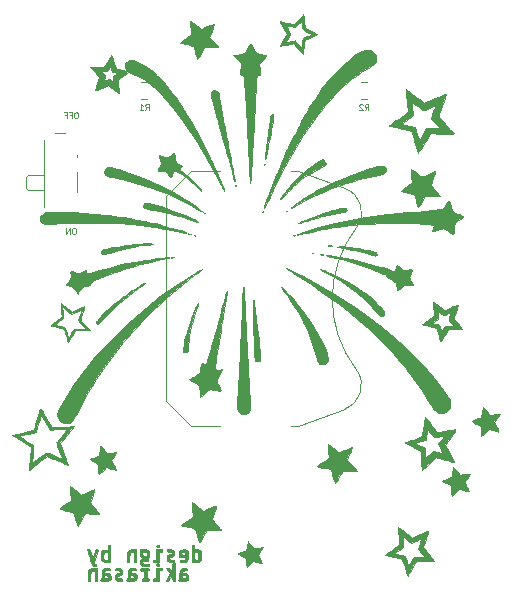
<source format=gbr>
G04 #@! TF.GenerationSoftware,KiCad,Pcbnew,5.0.2+dfsg1-1*
G04 #@! TF.CreationDate,2019-05-16T07:21:41+02:00*
G04 #@! TF.ProjectId,5thpcbway,35746870-6362-4776-9179-2e6b69636164,rev?*
G04 #@! TF.SameCoordinates,Original*
G04 #@! TF.FileFunction,Legend,Bot*
G04 #@! TF.FilePolarity,Positive*
%FSLAX46Y46*%
G04 Gerber Fmt 4.6, Leading zero omitted, Abs format (unit mm)*
G04 Created by KiCad (PCBNEW 5.0.2+dfsg1-1) date jue 16 may 2019 07:21:41 CEST*
%MOMM*%
%LPD*%
G01*
G04 APERTURE LIST*
%ADD10C,0.125000*%
%ADD11C,0.100000*%
%ADD12C,0.010000*%
%ADD13C,0.120000*%
G04 APERTURE END LIST*
D10*
X171476190Y-62826190D02*
X171380952Y-62826190D01*
X171333333Y-62850000D01*
X171285714Y-62897619D01*
X171261904Y-62992857D01*
X171261904Y-63159523D01*
X171285714Y-63254761D01*
X171333333Y-63302380D01*
X171380952Y-63326190D01*
X171476190Y-63326190D01*
X171523809Y-63302380D01*
X171571428Y-63254761D01*
X171595238Y-63159523D01*
X171595238Y-62992857D01*
X171571428Y-62897619D01*
X171523809Y-62850000D01*
X171476190Y-62826190D01*
X170880952Y-63064285D02*
X171047619Y-63064285D01*
X171047619Y-63326190D02*
X171047619Y-62826190D01*
X170809523Y-62826190D01*
X170452380Y-63064285D02*
X170619047Y-63064285D01*
X170619047Y-63326190D02*
X170619047Y-62826190D01*
X170380952Y-62826190D01*
X171309523Y-72626190D02*
X171214285Y-72626190D01*
X171166666Y-72650000D01*
X171119047Y-72697619D01*
X171095238Y-72792857D01*
X171095238Y-72959523D01*
X171119047Y-73054761D01*
X171166666Y-73102380D01*
X171214285Y-73126190D01*
X171309523Y-73126190D01*
X171357142Y-73102380D01*
X171404761Y-73054761D01*
X171428571Y-72959523D01*
X171428571Y-72792857D01*
X171404761Y-72697619D01*
X171357142Y-72650000D01*
X171309523Y-72626190D01*
X170880952Y-73126190D02*
X170880952Y-72626190D01*
X170595238Y-73126190D01*
X170595238Y-72626190D01*
D11*
G04 #@! TO.C,BT1*
X195153536Y-72595399D02*
G75*
G03X195150000Y-84600000I7806464J-6004601D01*
G01*
X195166530Y-72596646D02*
G75*
G03X194180000Y-69260000I-1716530J1306646D01*
G01*
X190230000Y-67820000D02*
X194180000Y-69260000D01*
X179060000Y-69900000D02*
X181140000Y-67820000D01*
X179060000Y-87300000D02*
X179060000Y-69900000D01*
X179060000Y-87300000D02*
X181140000Y-89380000D01*
X190230000Y-89380000D02*
X194180000Y-87940000D01*
X194188169Y-87925244D02*
G75*
G03X195150000Y-84600000I-738169J2015244D01*
G01*
X181140000Y-67820000D02*
X183600000Y-67820000D01*
X189600000Y-67820000D02*
X190230000Y-67820000D01*
X181140000Y-89380000D02*
X183600000Y-89380000D01*
X189600000Y-89380000D02*
X190230000Y-89380000D01*
D12*
G04 #@! TO.C,*
G36*
X190672064Y-54578099D02*
X190682326Y-54690671D01*
X190696870Y-54856580D01*
X190714321Y-55060309D01*
X190720375Y-55131909D01*
X190769834Y-55718652D01*
X191288417Y-55952924D01*
X191478786Y-56041047D01*
X191637736Y-56118668D01*
X191751078Y-56178551D01*
X191804621Y-56213458D01*
X191807000Y-56217430D01*
X191770100Y-56243905D01*
X191669288Y-56294533D01*
X191519391Y-56362351D01*
X191335241Y-56440399D01*
X191309584Y-56450923D01*
X191118854Y-56529851D01*
X190956978Y-56598701D01*
X190839945Y-56650540D01*
X190783745Y-56678432D01*
X190781996Y-56679712D01*
X190766255Y-56729011D01*
X190744223Y-56846240D01*
X190718544Y-57015137D01*
X190691862Y-57219439D01*
X190685354Y-57274069D01*
X190660074Y-57483297D01*
X190637159Y-57659925D01*
X190618779Y-57788151D01*
X190607102Y-57852168D01*
X190605426Y-57856352D01*
X190575020Y-57830751D01*
X190500897Y-57751212D01*
X190393224Y-57629101D01*
X190262170Y-57475782D01*
X190219120Y-57424570D01*
X190080296Y-57262254D01*
X189958605Y-57126425D01*
X189865147Y-57028998D01*
X189811017Y-56981886D01*
X189804397Y-56979334D01*
X189749033Y-56987610D01*
X189628119Y-57010208D01*
X189458904Y-57043777D01*
X189258641Y-57084967D01*
X189236892Y-57089519D01*
X189037008Y-57129582D01*
X188868754Y-57159832D01*
X188748469Y-57177584D01*
X188692490Y-57180152D01*
X188690828Y-57179272D01*
X188704267Y-57137862D01*
X188755311Y-57038500D01*
X188836429Y-56894864D01*
X188842943Y-56883914D01*
X189157469Y-56883914D01*
X189201030Y-56880881D01*
X189308834Y-56863406D01*
X189462315Y-56834674D01*
X189567015Y-56813681D01*
X189737536Y-56779451D01*
X189872060Y-56753863D01*
X189952556Y-56740269D01*
X189967417Y-56739262D01*
X189998429Y-56782722D01*
X190070411Y-56868137D01*
X190167584Y-56978167D01*
X190274170Y-57095470D01*
X190374389Y-57202706D01*
X190452463Y-57282536D01*
X190492613Y-57317618D01*
X190494035Y-57318000D01*
X190511464Y-57278897D01*
X190532229Y-57173989D01*
X190553040Y-57021877D01*
X190562949Y-56928613D01*
X190600500Y-56539226D01*
X190970286Y-56388863D01*
X191130194Y-56321390D01*
X191255442Y-56263877D01*
X191328763Y-56224503D01*
X191340703Y-56213447D01*
X191304970Y-56186443D01*
X191208639Y-56134899D01*
X191068898Y-56067700D01*
X190986108Y-56030111D01*
X190805651Y-55945825D01*
X190688472Y-55871849D01*
X190620856Y-55786877D01*
X190589088Y-55669602D01*
X190579457Y-55498717D01*
X190578685Y-55397125D01*
X190572820Y-55234607D01*
X190550937Y-55143520D01*
X190504828Y-55122792D01*
X190426282Y-55171348D01*
X190307091Y-55288116D01*
X190246216Y-55353660D01*
X189985087Y-55638636D01*
X189595764Y-55549042D01*
X189425948Y-55511831D01*
X189290179Y-55485602D01*
X189207323Y-55473819D01*
X189191085Y-55474805D01*
X189204111Y-55515549D01*
X189251733Y-55612318D01*
X189325386Y-55748297D01*
X189374334Y-55834483D01*
X189572939Y-56178806D01*
X189359491Y-56525647D01*
X189269312Y-56675083D01*
X189200485Y-56794719D01*
X189162102Y-56868434D01*
X189157469Y-56883914D01*
X188842943Y-56883914D01*
X188940090Y-56720634D01*
X188972344Y-56667882D01*
X189274293Y-56176925D01*
X188979455Y-55657379D01*
X188874322Y-55470571D01*
X188786868Y-55312205D01*
X188724358Y-55195675D01*
X188694059Y-55134372D01*
X188692439Y-55128398D01*
X188733843Y-55132112D01*
X188825711Y-55153413D01*
X188846047Y-55158868D01*
X188949386Y-55185575D01*
X189109639Y-55225188D01*
X189301254Y-55271443D01*
X189425527Y-55300928D01*
X189859221Y-55403082D01*
X190261611Y-54963342D01*
X190405936Y-54806591D01*
X190527824Y-54676055D01*
X190617025Y-54582571D01*
X190663285Y-54536973D01*
X190667459Y-54534384D01*
X190672064Y-54578099D01*
X190672064Y-54578099D01*
G37*
X190672064Y-54578099D02*
X190682326Y-54690671D01*
X190696870Y-54856580D01*
X190714321Y-55060309D01*
X190720375Y-55131909D01*
X190769834Y-55718652D01*
X191288417Y-55952924D01*
X191478786Y-56041047D01*
X191637736Y-56118668D01*
X191751078Y-56178551D01*
X191804621Y-56213458D01*
X191807000Y-56217430D01*
X191770100Y-56243905D01*
X191669288Y-56294533D01*
X191519391Y-56362351D01*
X191335241Y-56440399D01*
X191309584Y-56450923D01*
X191118854Y-56529851D01*
X190956978Y-56598701D01*
X190839945Y-56650540D01*
X190783745Y-56678432D01*
X190781996Y-56679712D01*
X190766255Y-56729011D01*
X190744223Y-56846240D01*
X190718544Y-57015137D01*
X190691862Y-57219439D01*
X190685354Y-57274069D01*
X190660074Y-57483297D01*
X190637159Y-57659925D01*
X190618779Y-57788151D01*
X190607102Y-57852168D01*
X190605426Y-57856352D01*
X190575020Y-57830751D01*
X190500897Y-57751212D01*
X190393224Y-57629101D01*
X190262170Y-57475782D01*
X190219120Y-57424570D01*
X190080296Y-57262254D01*
X189958605Y-57126425D01*
X189865147Y-57028998D01*
X189811017Y-56981886D01*
X189804397Y-56979334D01*
X189749033Y-56987610D01*
X189628119Y-57010208D01*
X189458904Y-57043777D01*
X189258641Y-57084967D01*
X189236892Y-57089519D01*
X189037008Y-57129582D01*
X188868754Y-57159832D01*
X188748469Y-57177584D01*
X188692490Y-57180152D01*
X188690828Y-57179272D01*
X188704267Y-57137862D01*
X188755311Y-57038500D01*
X188836429Y-56894864D01*
X188842943Y-56883914D01*
X189157469Y-56883914D01*
X189201030Y-56880881D01*
X189308834Y-56863406D01*
X189462315Y-56834674D01*
X189567015Y-56813681D01*
X189737536Y-56779451D01*
X189872060Y-56753863D01*
X189952556Y-56740269D01*
X189967417Y-56739262D01*
X189998429Y-56782722D01*
X190070411Y-56868137D01*
X190167584Y-56978167D01*
X190274170Y-57095470D01*
X190374389Y-57202706D01*
X190452463Y-57282536D01*
X190492613Y-57317618D01*
X190494035Y-57318000D01*
X190511464Y-57278897D01*
X190532229Y-57173989D01*
X190553040Y-57021877D01*
X190562949Y-56928613D01*
X190600500Y-56539226D01*
X190970286Y-56388863D01*
X191130194Y-56321390D01*
X191255442Y-56263877D01*
X191328763Y-56224503D01*
X191340703Y-56213447D01*
X191304970Y-56186443D01*
X191208639Y-56134899D01*
X191068898Y-56067700D01*
X190986108Y-56030111D01*
X190805651Y-55945825D01*
X190688472Y-55871849D01*
X190620856Y-55786877D01*
X190589088Y-55669602D01*
X190579457Y-55498717D01*
X190578685Y-55397125D01*
X190572820Y-55234607D01*
X190550937Y-55143520D01*
X190504828Y-55122792D01*
X190426282Y-55171348D01*
X190307091Y-55288116D01*
X190246216Y-55353660D01*
X189985087Y-55638636D01*
X189595764Y-55549042D01*
X189425948Y-55511831D01*
X189290179Y-55485602D01*
X189207323Y-55473819D01*
X189191085Y-55474805D01*
X189204111Y-55515549D01*
X189251733Y-55612318D01*
X189325386Y-55748297D01*
X189374334Y-55834483D01*
X189572939Y-56178806D01*
X189359491Y-56525647D01*
X189269312Y-56675083D01*
X189200485Y-56794719D01*
X189162102Y-56868434D01*
X189157469Y-56883914D01*
X188842943Y-56883914D01*
X188940090Y-56720634D01*
X188972344Y-56667882D01*
X189274293Y-56176925D01*
X188979455Y-55657379D01*
X188874322Y-55470571D01*
X188786868Y-55312205D01*
X188724358Y-55195675D01*
X188694059Y-55134372D01*
X188692439Y-55128398D01*
X188733843Y-55132112D01*
X188825711Y-55153413D01*
X188846047Y-55158868D01*
X188949386Y-55185575D01*
X189109639Y-55225188D01*
X189301254Y-55271443D01*
X189425527Y-55300928D01*
X189859221Y-55403082D01*
X190261611Y-54963342D01*
X190405936Y-54806591D01*
X190527824Y-54676055D01*
X190617025Y-54582571D01*
X190663285Y-54536973D01*
X190667459Y-54534384D01*
X190672064Y-54578099D01*
G36*
X181107673Y-55105035D02*
X181200736Y-55164828D01*
X181334228Y-55259330D01*
X181495176Y-55379617D01*
X181533714Y-55409221D01*
X181701501Y-55536347D01*
X181847006Y-55642104D01*
X181956416Y-55716774D01*
X182015917Y-55750644D01*
X182020591Y-55751667D01*
X182073937Y-55735541D01*
X182188396Y-55691508D01*
X182347727Y-55626081D01*
X182535691Y-55545776D01*
X182557338Y-55536349D01*
X182744746Y-55456833D01*
X182902890Y-55393996D01*
X183016475Y-55353606D01*
X183070206Y-55341430D01*
X183072034Y-55342257D01*
X183066281Y-55387629D01*
X183035671Y-55497113D01*
X182984904Y-55655477D01*
X182918680Y-55847491D01*
X182900268Y-55898943D01*
X182707276Y-56434404D01*
X183087305Y-56862663D01*
X183226560Y-57021272D01*
X183342910Y-57156997D01*
X183426017Y-57257531D01*
X183465541Y-57310570D01*
X183467402Y-57315044D01*
X183427649Y-57322885D01*
X183318473Y-57327822D01*
X183155078Y-57329561D01*
X182952668Y-57327806D01*
X182880212Y-57326417D01*
X182292954Y-57313668D01*
X182008996Y-57802667D01*
X181902179Y-57982813D01*
X181808891Y-58133054D01*
X181737852Y-58239857D01*
X181697787Y-58289687D01*
X181693828Y-58291667D01*
X181671143Y-58253378D01*
X181631685Y-58148816D01*
X181580789Y-57993439D01*
X181523784Y-57802703D01*
X181517226Y-57779720D01*
X181459832Y-57581336D01*
X181408806Y-57411783D01*
X181369442Y-57288191D01*
X181347033Y-57227692D01*
X181346142Y-57226108D01*
X181300366Y-57205622D01*
X181190379Y-57171586D01*
X181034670Y-57128606D01*
X180851727Y-57081284D01*
X180660037Y-57034226D01*
X180478089Y-56992036D01*
X180324369Y-56959316D01*
X180217366Y-56940672D01*
X180189653Y-56938109D01*
X180208153Y-56915367D01*
X180285555Y-56853587D01*
X180410649Y-56761189D01*
X180572224Y-56646595D01*
X180644736Y-56596304D01*
X180835645Y-56465752D01*
X180973133Y-56365998D01*
X181064470Y-56279873D01*
X181116925Y-56190209D01*
X181137768Y-56079834D01*
X181134267Y-55931581D01*
X181113692Y-55728279D01*
X181092456Y-55538815D01*
X181075016Y-55357693D01*
X181065048Y-55209939D01*
X181063578Y-55114423D01*
X181068013Y-55088876D01*
X181107673Y-55105035D01*
X181107673Y-55105035D01*
G37*
X181107673Y-55105035D02*
X181200736Y-55164828D01*
X181334228Y-55259330D01*
X181495176Y-55379617D01*
X181533714Y-55409221D01*
X181701501Y-55536347D01*
X181847006Y-55642104D01*
X181956416Y-55716774D01*
X182015917Y-55750644D01*
X182020591Y-55751667D01*
X182073937Y-55735541D01*
X182188396Y-55691508D01*
X182347727Y-55626081D01*
X182535691Y-55545776D01*
X182557338Y-55536349D01*
X182744746Y-55456833D01*
X182902890Y-55393996D01*
X183016475Y-55353606D01*
X183070206Y-55341430D01*
X183072034Y-55342257D01*
X183066281Y-55387629D01*
X183035671Y-55497113D01*
X182984904Y-55655477D01*
X182918680Y-55847491D01*
X182900268Y-55898943D01*
X182707276Y-56434404D01*
X183087305Y-56862663D01*
X183226560Y-57021272D01*
X183342910Y-57156997D01*
X183426017Y-57257531D01*
X183465541Y-57310570D01*
X183467402Y-57315044D01*
X183427649Y-57322885D01*
X183318473Y-57327822D01*
X183155078Y-57329561D01*
X182952668Y-57327806D01*
X182880212Y-57326417D01*
X182292954Y-57313668D01*
X182008996Y-57802667D01*
X181902179Y-57982813D01*
X181808891Y-58133054D01*
X181737852Y-58239857D01*
X181697787Y-58289687D01*
X181693828Y-58291667D01*
X181671143Y-58253378D01*
X181631685Y-58148816D01*
X181580789Y-57993439D01*
X181523784Y-57802703D01*
X181517226Y-57779720D01*
X181459832Y-57581336D01*
X181408806Y-57411783D01*
X181369442Y-57288191D01*
X181347033Y-57227692D01*
X181346142Y-57226108D01*
X181300366Y-57205622D01*
X181190379Y-57171586D01*
X181034670Y-57128606D01*
X180851727Y-57081284D01*
X180660037Y-57034226D01*
X180478089Y-56992036D01*
X180324369Y-56959316D01*
X180217366Y-56940672D01*
X180189653Y-56938109D01*
X180208153Y-56915367D01*
X180285555Y-56853587D01*
X180410649Y-56761189D01*
X180572224Y-56646595D01*
X180644736Y-56596304D01*
X180835645Y-56465752D01*
X180973133Y-56365998D01*
X181064470Y-56279873D01*
X181116925Y-56190209D01*
X181137768Y-56079834D01*
X181134267Y-55931581D01*
X181113692Y-55728279D01*
X181092456Y-55538815D01*
X181075016Y-55357693D01*
X181065048Y-55209939D01*
X181063578Y-55114423D01*
X181068013Y-55088876D01*
X181107673Y-55105035D01*
G36*
X199420635Y-60923828D02*
X199524287Y-60998118D01*
X199666718Y-61104308D01*
X199834048Y-61232171D01*
X199879248Y-61267181D01*
X200079473Y-61420591D01*
X200286515Y-61575656D01*
X200476010Y-61714329D01*
X200623594Y-61818563D01*
X200624086Y-61818899D01*
X200911004Y-62014937D01*
X201820002Y-61618666D01*
X202075797Y-61509024D01*
X202303749Y-61414900D01*
X202493190Y-61340404D01*
X202633452Y-61289643D01*
X202713868Y-61266729D01*
X202729000Y-61268509D01*
X202715329Y-61320163D01*
X202677018Y-61439512D01*
X202618120Y-61614591D01*
X202542690Y-61833439D01*
X202454781Y-62084092D01*
X202406887Y-62219088D01*
X202303511Y-62509988D01*
X202226004Y-62731801D01*
X202171794Y-62895187D01*
X202138308Y-63010806D01*
X202122974Y-63089319D01*
X202123219Y-63141385D01*
X202136471Y-63177664D01*
X202160158Y-63208817D01*
X202166354Y-63215861D01*
X202480461Y-63571346D01*
X202741529Y-63866993D01*
X202952666Y-64106333D01*
X203116982Y-64292897D01*
X203237586Y-64430216D01*
X203317590Y-64521820D01*
X203360102Y-64571240D01*
X203361256Y-64572616D01*
X203379186Y-64597322D01*
X203379982Y-64615861D01*
X203354359Y-64628715D01*
X203293033Y-64636363D01*
X203186717Y-64639286D01*
X203026129Y-64637963D01*
X202801983Y-64632877D01*
X202504993Y-64624506D01*
X202411500Y-64621757D01*
X201395500Y-64591782D01*
X201017153Y-65241141D01*
X200891076Y-65455337D01*
X200776232Y-65646370D01*
X200680681Y-65801149D01*
X200612483Y-65906586D01*
X200582250Y-65947428D01*
X200522594Y-66025306D01*
X200462093Y-66127344D01*
X200413905Y-66211341D01*
X200382334Y-66250042D01*
X200380975Y-66250334D01*
X200361782Y-66212771D01*
X200325528Y-66112466D01*
X200278740Y-65967990D01*
X200258263Y-65901084D01*
X200204273Y-65719924D01*
X200135921Y-65487790D01*
X200062128Y-65235107D01*
X199994466Y-65001500D01*
X199932686Y-64795000D01*
X199875016Y-64616436D01*
X199827143Y-64482460D01*
X199794755Y-64409721D01*
X199790182Y-64403494D01*
X199741597Y-64384949D01*
X199624931Y-64351787D01*
X199454818Y-64307455D01*
X199245895Y-64255400D01*
X199012796Y-64199069D01*
X198770157Y-64141909D01*
X198532614Y-64087368D01*
X198314801Y-64038893D01*
X198131355Y-63999931D01*
X197996911Y-63973929D01*
X197926104Y-63964335D01*
X197925696Y-63964334D01*
X197908443Y-63955401D01*
X197928379Y-63925664D01*
X197991273Y-63870714D01*
X198098914Y-63789163D01*
X198951775Y-63789163D01*
X199115304Y-63830186D01*
X199227796Y-63857750D01*
X199395398Y-63898033D01*
X199590777Y-63944487D01*
X199701845Y-63970688D01*
X200124856Y-64070167D01*
X200293100Y-64636590D01*
X200368381Y-64878497D01*
X200428032Y-65045287D01*
X200471046Y-65134433D01*
X200495772Y-65144590D01*
X200529195Y-65086779D01*
X200595206Y-64971778D01*
X200684436Y-64815936D01*
X200787514Y-64635600D01*
X200793517Y-64625090D01*
X201056834Y-64164013D01*
X201646040Y-64172122D01*
X202235247Y-64180232D01*
X201921207Y-63828535D01*
X201786050Y-63676754D01*
X201665384Y-63540493D01*
X201574358Y-63436900D01*
X201533918Y-63390091D01*
X201505542Y-63350915D01*
X201492383Y-63306543D01*
X201497211Y-63242141D01*
X201522795Y-63142874D01*
X201571905Y-62993908D01*
X201647308Y-62780409D01*
X201648181Y-62777963D01*
X201716664Y-62582521D01*
X201771901Y-62418001D01*
X201808988Y-62299545D01*
X201823021Y-62242297D01*
X201822574Y-62239463D01*
X201781153Y-62250407D01*
X201677487Y-62289748D01*
X201526684Y-62351461D01*
X201343852Y-62429522D01*
X201321692Y-62439172D01*
X201132019Y-62520299D01*
X200968524Y-62587180D01*
X200847807Y-62633235D01*
X200786467Y-62651889D01*
X200784610Y-62652000D01*
X200723009Y-62623825D01*
X200643289Y-62555931D01*
X200642062Y-62554654D01*
X200577187Y-62495251D01*
X200469815Y-62405290D01*
X200336232Y-62297492D01*
X200192726Y-62184579D01*
X200055583Y-62079272D01*
X199941090Y-61994291D01*
X199865534Y-61942358D01*
X199845302Y-61932334D01*
X199842099Y-61971748D01*
X199846944Y-62079287D01*
X199858816Y-62238899D01*
X199876693Y-62434530D01*
X199878318Y-62450917D01*
X199898529Y-62657202D01*
X199915470Y-62836983D01*
X199927382Y-62971110D01*
X199932505Y-63040430D01*
X199932520Y-63040858D01*
X199898211Y-63095992D01*
X199796840Y-63189046D01*
X199634345Y-63315048D01*
X199443387Y-63450689D01*
X198951775Y-63789163D01*
X198098914Y-63789163D01*
X198102898Y-63786145D01*
X198269025Y-63667548D01*
X198495425Y-63510515D01*
X198730262Y-63349865D01*
X199511927Y-62817257D01*
X199487220Y-62597045D01*
X199439695Y-62158035D01*
X199401997Y-61776865D01*
X199374430Y-61457936D01*
X199357298Y-61205653D01*
X199350903Y-61024420D01*
X199355550Y-60918638D01*
X199369642Y-60891666D01*
X199420635Y-60923828D01*
X199420635Y-60923828D01*
G37*
X199420635Y-60923828D02*
X199524287Y-60998118D01*
X199666718Y-61104308D01*
X199834048Y-61232171D01*
X199879248Y-61267181D01*
X200079473Y-61420591D01*
X200286515Y-61575656D01*
X200476010Y-61714329D01*
X200623594Y-61818563D01*
X200624086Y-61818899D01*
X200911004Y-62014937D01*
X201820002Y-61618666D01*
X202075797Y-61509024D01*
X202303749Y-61414900D01*
X202493190Y-61340404D01*
X202633452Y-61289643D01*
X202713868Y-61266729D01*
X202729000Y-61268509D01*
X202715329Y-61320163D01*
X202677018Y-61439512D01*
X202618120Y-61614591D01*
X202542690Y-61833439D01*
X202454781Y-62084092D01*
X202406887Y-62219088D01*
X202303511Y-62509988D01*
X202226004Y-62731801D01*
X202171794Y-62895187D01*
X202138308Y-63010806D01*
X202122974Y-63089319D01*
X202123219Y-63141385D01*
X202136471Y-63177664D01*
X202160158Y-63208817D01*
X202166354Y-63215861D01*
X202480461Y-63571346D01*
X202741529Y-63866993D01*
X202952666Y-64106333D01*
X203116982Y-64292897D01*
X203237586Y-64430216D01*
X203317590Y-64521820D01*
X203360102Y-64571240D01*
X203361256Y-64572616D01*
X203379186Y-64597322D01*
X203379982Y-64615861D01*
X203354359Y-64628715D01*
X203293033Y-64636363D01*
X203186717Y-64639286D01*
X203026129Y-64637963D01*
X202801983Y-64632877D01*
X202504993Y-64624506D01*
X202411500Y-64621757D01*
X201395500Y-64591782D01*
X201017153Y-65241141D01*
X200891076Y-65455337D01*
X200776232Y-65646370D01*
X200680681Y-65801149D01*
X200612483Y-65906586D01*
X200582250Y-65947428D01*
X200522594Y-66025306D01*
X200462093Y-66127344D01*
X200413905Y-66211341D01*
X200382334Y-66250042D01*
X200380975Y-66250334D01*
X200361782Y-66212771D01*
X200325528Y-66112466D01*
X200278740Y-65967990D01*
X200258263Y-65901084D01*
X200204273Y-65719924D01*
X200135921Y-65487790D01*
X200062128Y-65235107D01*
X199994466Y-65001500D01*
X199932686Y-64795000D01*
X199875016Y-64616436D01*
X199827143Y-64482460D01*
X199794755Y-64409721D01*
X199790182Y-64403494D01*
X199741597Y-64384949D01*
X199624931Y-64351787D01*
X199454818Y-64307455D01*
X199245895Y-64255400D01*
X199012796Y-64199069D01*
X198770157Y-64141909D01*
X198532614Y-64087368D01*
X198314801Y-64038893D01*
X198131355Y-63999931D01*
X197996911Y-63973929D01*
X197926104Y-63964335D01*
X197925696Y-63964334D01*
X197908443Y-63955401D01*
X197928379Y-63925664D01*
X197991273Y-63870714D01*
X198098914Y-63789163D01*
X198951775Y-63789163D01*
X199115304Y-63830186D01*
X199227796Y-63857750D01*
X199395398Y-63898033D01*
X199590777Y-63944487D01*
X199701845Y-63970688D01*
X200124856Y-64070167D01*
X200293100Y-64636590D01*
X200368381Y-64878497D01*
X200428032Y-65045287D01*
X200471046Y-65134433D01*
X200495772Y-65144590D01*
X200529195Y-65086779D01*
X200595206Y-64971778D01*
X200684436Y-64815936D01*
X200787514Y-64635600D01*
X200793517Y-64625090D01*
X201056834Y-64164013D01*
X201646040Y-64172122D01*
X202235247Y-64180232D01*
X201921207Y-63828535D01*
X201786050Y-63676754D01*
X201665384Y-63540493D01*
X201574358Y-63436900D01*
X201533918Y-63390091D01*
X201505542Y-63350915D01*
X201492383Y-63306543D01*
X201497211Y-63242141D01*
X201522795Y-63142874D01*
X201571905Y-62993908D01*
X201647308Y-62780409D01*
X201648181Y-62777963D01*
X201716664Y-62582521D01*
X201771901Y-62418001D01*
X201808988Y-62299545D01*
X201823021Y-62242297D01*
X201822574Y-62239463D01*
X201781153Y-62250407D01*
X201677487Y-62289748D01*
X201526684Y-62351461D01*
X201343852Y-62429522D01*
X201321692Y-62439172D01*
X201132019Y-62520299D01*
X200968524Y-62587180D01*
X200847807Y-62633235D01*
X200786467Y-62651889D01*
X200784610Y-62652000D01*
X200723009Y-62623825D01*
X200643289Y-62555931D01*
X200642062Y-62554654D01*
X200577187Y-62495251D01*
X200469815Y-62405290D01*
X200336232Y-62297492D01*
X200192726Y-62184579D01*
X200055583Y-62079272D01*
X199941090Y-61994291D01*
X199865534Y-61942358D01*
X199845302Y-61932334D01*
X199842099Y-61971748D01*
X199846944Y-62079287D01*
X199858816Y-62238899D01*
X199876693Y-62434530D01*
X199878318Y-62450917D01*
X199898529Y-62657202D01*
X199915470Y-62836983D01*
X199927382Y-62971110D01*
X199932505Y-63040430D01*
X199932520Y-63040858D01*
X199898211Y-63095992D01*
X199796840Y-63189046D01*
X199634345Y-63315048D01*
X199443387Y-63450689D01*
X198951775Y-63789163D01*
X198098914Y-63789163D01*
X198102898Y-63786145D01*
X198269025Y-63667548D01*
X198495425Y-63510515D01*
X198730262Y-63349865D01*
X199511927Y-62817257D01*
X199487220Y-62597045D01*
X199439695Y-62158035D01*
X199401997Y-61776865D01*
X199374430Y-61457936D01*
X199357298Y-61205653D01*
X199350903Y-61024420D01*
X199355550Y-60918638D01*
X199369642Y-60891666D01*
X199420635Y-60923828D01*
G36*
X188063595Y-62976546D02*
X188093089Y-62999428D01*
X188111504Y-63046500D01*
X188117979Y-63125405D01*
X188111656Y-63243783D01*
X188091677Y-63409278D01*
X188057182Y-63629531D01*
X188007312Y-63912183D01*
X187941210Y-64264877D01*
X187887419Y-64544135D01*
X187822026Y-64882712D01*
X187757524Y-65219498D01*
X187696971Y-65538306D01*
X187643428Y-65822948D01*
X187599956Y-66057237D01*
X187569615Y-66224986D01*
X187569109Y-66227861D01*
X187532067Y-66419221D01*
X187494548Y-66580651D01*
X187461353Y-66693178D01*
X187440508Y-66735861D01*
X187414037Y-66739894D01*
X187410126Y-66675524D01*
X187419693Y-66589000D01*
X187433516Y-66482707D01*
X187454997Y-66311178D01*
X187481814Y-66093254D01*
X187511641Y-65847778D01*
X187531965Y-65678834D01*
X187567994Y-65388045D01*
X187608590Y-65076537D01*
X187649608Y-64775187D01*
X187686899Y-64514872D01*
X187699712Y-64430000D01*
X187738670Y-64175517D01*
X187780167Y-63901781D01*
X187818562Y-63646125D01*
X187842111Y-63487474D01*
X187882239Y-63251762D01*
X187923541Y-63092404D01*
X187969607Y-63001122D01*
X188024024Y-62969640D01*
X188063595Y-62976546D01*
X188063595Y-62976546D01*
G37*
X188063595Y-62976546D02*
X188093089Y-62999428D01*
X188111504Y-63046500D01*
X188117979Y-63125405D01*
X188111656Y-63243783D01*
X188091677Y-63409278D01*
X188057182Y-63629531D01*
X188007312Y-63912183D01*
X187941210Y-64264877D01*
X187887419Y-64544135D01*
X187822026Y-64882712D01*
X187757524Y-65219498D01*
X187696971Y-65538306D01*
X187643428Y-65822948D01*
X187599956Y-66057237D01*
X187569615Y-66224986D01*
X187569109Y-66227861D01*
X187532067Y-66419221D01*
X187494548Y-66580651D01*
X187461353Y-66693178D01*
X187440508Y-66735861D01*
X187414037Y-66739894D01*
X187410126Y-66675524D01*
X187419693Y-66589000D01*
X187433516Y-66482707D01*
X187454997Y-66311178D01*
X187481814Y-66093254D01*
X187511641Y-65847778D01*
X187531965Y-65678834D01*
X187567994Y-65388045D01*
X187608590Y-65076537D01*
X187649608Y-64775187D01*
X187686899Y-64514872D01*
X187699712Y-64430000D01*
X187738670Y-64175517D01*
X187780167Y-63901781D01*
X187818562Y-63646125D01*
X187842111Y-63487474D01*
X187882239Y-63251762D01*
X187923541Y-63092404D01*
X187969607Y-63001122D01*
X188024024Y-62969640D01*
X188063595Y-62976546D01*
G36*
X187379687Y-67176486D02*
X187374281Y-67223942D01*
X187346134Y-67297307D01*
X187325094Y-67296367D01*
X187319667Y-67247665D01*
X187342916Y-67177266D01*
X187358052Y-67162940D01*
X187379687Y-67176486D01*
X187379687Y-67176486D01*
G37*
X187379687Y-67176486D02*
X187374281Y-67223942D01*
X187346134Y-67297307D01*
X187325094Y-67296367D01*
X187319667Y-67247665D01*
X187342916Y-67177266D01*
X187358052Y-67162940D01*
X187379687Y-67176486D01*
G36*
X183268898Y-60999723D02*
X183398486Y-61105468D01*
X183483787Y-61258758D01*
X183509667Y-61415729D01*
X183517977Y-61505451D01*
X183540566Y-61656398D01*
X183573920Y-61847022D01*
X183611909Y-62042929D01*
X183655642Y-62263928D01*
X183708496Y-62539906D01*
X183765118Y-62842422D01*
X183820158Y-63143035D01*
X183845992Y-63287000D01*
X183895837Y-63562005D01*
X183947889Y-63840446D01*
X183997538Y-64098249D01*
X184040176Y-64311339D01*
X184060721Y-64408834D01*
X184097456Y-64585015D01*
X184144136Y-64819782D01*
X184195948Y-65088350D01*
X184248080Y-65365933D01*
X184274425Y-65509500D01*
X184319313Y-65753555D01*
X184376468Y-66059859D01*
X184441951Y-66407558D01*
X184511824Y-66775799D01*
X184582146Y-67143730D01*
X184633788Y-67411971D01*
X184691941Y-67716923D01*
X184743308Y-67994056D01*
X184786036Y-68232726D01*
X184818270Y-68422286D01*
X184838157Y-68552092D01*
X184843841Y-68611499D01*
X184843165Y-68613947D01*
X184815148Y-68599539D01*
X184803103Y-68574143D01*
X184785644Y-68515534D01*
X184750217Y-68389671D01*
X184700837Y-68211062D01*
X184641520Y-67994215D01*
X184587592Y-67795500D01*
X184508053Y-67503828D01*
X184420467Y-67186686D01*
X184333558Y-66875420D01*
X184256049Y-66601370D01*
X184228231Y-66504334D01*
X184090456Y-66023276D01*
X183950857Y-65530036D01*
X183811354Y-65031802D01*
X183673868Y-64535765D01*
X183540318Y-64049116D01*
X183412625Y-63579043D01*
X183292709Y-63132738D01*
X183182489Y-62717390D01*
X183083887Y-62340190D01*
X182998822Y-62008327D01*
X182929215Y-61728992D01*
X182876985Y-61509375D01*
X182844053Y-61356666D01*
X182832338Y-61278055D01*
X182832334Y-61277284D01*
X182860645Y-61108261D01*
X182944764Y-61002118D01*
X183083470Y-60960248D01*
X183110834Y-60959608D01*
X183268898Y-60999723D01*
X183268898Y-60999723D01*
G37*
X183268898Y-60999723D02*
X183398486Y-61105468D01*
X183483787Y-61258758D01*
X183509667Y-61415729D01*
X183517977Y-61505451D01*
X183540566Y-61656398D01*
X183573920Y-61847022D01*
X183611909Y-62042929D01*
X183655642Y-62263928D01*
X183708496Y-62539906D01*
X183765118Y-62842422D01*
X183820158Y-63143035D01*
X183845992Y-63287000D01*
X183895837Y-63562005D01*
X183947889Y-63840446D01*
X183997538Y-64098249D01*
X184040176Y-64311339D01*
X184060721Y-64408834D01*
X184097456Y-64585015D01*
X184144136Y-64819782D01*
X184195948Y-65088350D01*
X184248080Y-65365933D01*
X184274425Y-65509500D01*
X184319313Y-65753555D01*
X184376468Y-66059859D01*
X184441951Y-66407558D01*
X184511824Y-66775799D01*
X184582146Y-67143730D01*
X184633788Y-67411971D01*
X184691941Y-67716923D01*
X184743308Y-67994056D01*
X184786036Y-68232726D01*
X184818270Y-68422286D01*
X184838157Y-68552092D01*
X184843841Y-68611499D01*
X184843165Y-68613947D01*
X184815148Y-68599539D01*
X184803103Y-68574143D01*
X184785644Y-68515534D01*
X184750217Y-68389671D01*
X184700837Y-68211062D01*
X184641520Y-67994215D01*
X184587592Y-67795500D01*
X184508053Y-67503828D01*
X184420467Y-67186686D01*
X184333558Y-66875420D01*
X184256049Y-66601370D01*
X184228231Y-66504334D01*
X184090456Y-66023276D01*
X183950857Y-65530036D01*
X183811354Y-65031802D01*
X183673868Y-64535765D01*
X183540318Y-64049116D01*
X183412625Y-63579043D01*
X183292709Y-63132738D01*
X183182489Y-62717390D01*
X183083887Y-62340190D01*
X182998822Y-62008327D01*
X182929215Y-61728992D01*
X182876985Y-61509375D01*
X182844053Y-61356666D01*
X182832338Y-61278055D01*
X182832334Y-61277284D01*
X182860645Y-61108261D01*
X182944764Y-61002118D01*
X183083470Y-60960248D01*
X183110834Y-60959608D01*
X183268898Y-60999723D01*
G36*
X186224342Y-57063306D02*
X186295210Y-57182796D01*
X186375279Y-57339167D01*
X186490494Y-57551206D01*
X186598747Y-57701778D01*
X186719500Y-57804146D01*
X186872216Y-57871574D01*
X187076358Y-57917329D01*
X187262501Y-57943845D01*
X187395614Y-57967865D01*
X187489527Y-57998436D01*
X187518804Y-58021139D01*
X187498032Y-58069634D01*
X187429635Y-58163867D01*
X187325119Y-58288979D01*
X187230063Y-58394020D01*
X186925700Y-58719929D01*
X186974517Y-59117158D01*
X187001077Y-59334462D01*
X187015656Y-59481690D01*
X187015369Y-59572944D01*
X186997329Y-59622326D01*
X186958652Y-59643935D01*
X186896451Y-59651875D01*
X186864584Y-59654361D01*
X186705834Y-59667500D01*
X186679299Y-59985000D01*
X186667052Y-60152637D01*
X186651978Y-60393252D01*
X186634672Y-60695225D01*
X186615725Y-61046935D01*
X186595731Y-61436763D01*
X186575282Y-61853089D01*
X186554971Y-62284293D01*
X186535391Y-62718755D01*
X186517135Y-63144855D01*
X186513012Y-63244667D01*
X186499260Y-63553881D01*
X186483470Y-63865539D01*
X186466827Y-64159008D01*
X186450515Y-64413653D01*
X186435721Y-64608844D01*
X186432795Y-64641667D01*
X186421335Y-64784114D01*
X186406390Y-64998868D01*
X186388705Y-65273677D01*
X186369025Y-65596288D01*
X186348095Y-65954447D01*
X186326658Y-66335900D01*
X186305459Y-66728395D01*
X186301813Y-66797606D01*
X186281377Y-67177020D01*
X186261047Y-67535793D01*
X186241468Y-67863793D01*
X186223290Y-68150888D01*
X186207161Y-68386947D01*
X186193729Y-68561837D01*
X186183642Y-68665428D01*
X186181303Y-68681440D01*
X186166356Y-68753124D01*
X186154585Y-68769012D01*
X186143753Y-68721337D01*
X186131622Y-68602336D01*
X186121189Y-68472834D01*
X186112087Y-68336446D01*
X186100118Y-68129073D01*
X186085978Y-67864322D01*
X186070363Y-67555799D01*
X186053971Y-67217110D01*
X186037498Y-66861862D01*
X186029067Y-66673667D01*
X186013336Y-66326324D01*
X185997778Y-65998254D01*
X185982997Y-65701064D01*
X185969598Y-65446365D01*
X185958183Y-65245763D01*
X185949357Y-65110868D01*
X185945414Y-65065000D01*
X185937244Y-64966951D01*
X185926145Y-64799647D01*
X185913011Y-64578417D01*
X185898738Y-64318585D01*
X185884221Y-64035479D01*
X185878683Y-63922000D01*
X185855651Y-63462535D01*
X185830553Y-62996730D01*
X185803944Y-62532473D01*
X185776381Y-62077653D01*
X185748419Y-61640160D01*
X185720613Y-61227882D01*
X185693519Y-60848708D01*
X185667692Y-60510526D01*
X185643690Y-60221227D01*
X185622066Y-59988698D01*
X185603377Y-59820828D01*
X185588179Y-59725507D01*
X185581817Y-59707203D01*
X185506679Y-59660137D01*
X185422152Y-59638263D01*
X185339408Y-59613649D01*
X185317491Y-59550053D01*
X185319358Y-59519334D01*
X185327201Y-59429414D01*
X185338941Y-59281910D01*
X185352460Y-59103689D01*
X185357182Y-59039546D01*
X185384481Y-58665592D01*
X185055780Y-58334952D01*
X184727080Y-58004313D01*
X184848623Y-57980974D01*
X184951399Y-57962662D01*
X185104957Y-57936913D01*
X185276410Y-57909238D01*
X185279678Y-57908721D01*
X185463955Y-57872243D01*
X185602759Y-57820445D01*
X185712831Y-57738997D01*
X185810914Y-57613564D01*
X185913750Y-57429815D01*
X185968644Y-57318903D01*
X186053965Y-57146244D01*
X186116501Y-57045667D01*
X186169033Y-57017809D01*
X186224342Y-57063306D01*
X186224342Y-57063306D01*
G37*
X186224342Y-57063306D02*
X186295210Y-57182796D01*
X186375279Y-57339167D01*
X186490494Y-57551206D01*
X186598747Y-57701778D01*
X186719500Y-57804146D01*
X186872216Y-57871574D01*
X187076358Y-57917329D01*
X187262501Y-57943845D01*
X187395614Y-57967865D01*
X187489527Y-57998436D01*
X187518804Y-58021139D01*
X187498032Y-58069634D01*
X187429635Y-58163867D01*
X187325119Y-58288979D01*
X187230063Y-58394020D01*
X186925700Y-58719929D01*
X186974517Y-59117158D01*
X187001077Y-59334462D01*
X187015656Y-59481690D01*
X187015369Y-59572944D01*
X186997329Y-59622326D01*
X186958652Y-59643935D01*
X186896451Y-59651875D01*
X186864584Y-59654361D01*
X186705834Y-59667500D01*
X186679299Y-59985000D01*
X186667052Y-60152637D01*
X186651978Y-60393252D01*
X186634672Y-60695225D01*
X186615725Y-61046935D01*
X186595731Y-61436763D01*
X186575282Y-61853089D01*
X186554971Y-62284293D01*
X186535391Y-62718755D01*
X186517135Y-63144855D01*
X186513012Y-63244667D01*
X186499260Y-63553881D01*
X186483470Y-63865539D01*
X186466827Y-64159008D01*
X186450515Y-64413653D01*
X186435721Y-64608844D01*
X186432795Y-64641667D01*
X186421335Y-64784114D01*
X186406390Y-64998868D01*
X186388705Y-65273677D01*
X186369025Y-65596288D01*
X186348095Y-65954447D01*
X186326658Y-66335900D01*
X186305459Y-66728395D01*
X186301813Y-66797606D01*
X186281377Y-67177020D01*
X186261047Y-67535793D01*
X186241468Y-67863793D01*
X186223290Y-68150888D01*
X186207161Y-68386947D01*
X186193729Y-68561837D01*
X186183642Y-68665428D01*
X186181303Y-68681440D01*
X186166356Y-68753124D01*
X186154585Y-68769012D01*
X186143753Y-68721337D01*
X186131622Y-68602336D01*
X186121189Y-68472834D01*
X186112087Y-68336446D01*
X186100118Y-68129073D01*
X186085978Y-67864322D01*
X186070363Y-67555799D01*
X186053971Y-67217110D01*
X186037498Y-66861862D01*
X186029067Y-66673667D01*
X186013336Y-66326324D01*
X185997778Y-65998254D01*
X185982997Y-65701064D01*
X185969598Y-65446365D01*
X185958183Y-65245763D01*
X185949357Y-65110868D01*
X185945414Y-65065000D01*
X185937244Y-64966951D01*
X185926145Y-64799647D01*
X185913011Y-64578417D01*
X185898738Y-64318585D01*
X185884221Y-64035479D01*
X185878683Y-63922000D01*
X185855651Y-63462535D01*
X185830553Y-62996730D01*
X185803944Y-62532473D01*
X185776381Y-62077653D01*
X185748419Y-61640160D01*
X185720613Y-61227882D01*
X185693519Y-60848708D01*
X185667692Y-60510526D01*
X185643690Y-60221227D01*
X185622066Y-59988698D01*
X185603377Y-59820828D01*
X185588179Y-59725507D01*
X185581817Y-59707203D01*
X185506679Y-59660137D01*
X185422152Y-59638263D01*
X185339408Y-59613649D01*
X185317491Y-59550053D01*
X185319358Y-59519334D01*
X185327201Y-59429414D01*
X185338941Y-59281910D01*
X185352460Y-59103689D01*
X185357182Y-59039546D01*
X185384481Y-58665592D01*
X185055780Y-58334952D01*
X184727080Y-58004313D01*
X184848623Y-57980974D01*
X184951399Y-57962662D01*
X185104957Y-57936913D01*
X185276410Y-57909238D01*
X185279678Y-57908721D01*
X185463955Y-57872243D01*
X185602759Y-57820445D01*
X185712831Y-57738997D01*
X185810914Y-57613564D01*
X185913750Y-57429815D01*
X185968644Y-57318903D01*
X186053965Y-57146244D01*
X186116501Y-57045667D01*
X186169033Y-57017809D01*
X186224342Y-57063306D01*
G36*
X184934703Y-68991417D02*
X184940295Y-69078088D01*
X184934703Y-69097250D01*
X184919252Y-69102568D01*
X184913351Y-69044334D01*
X184920004Y-68984236D01*
X184934703Y-68991417D01*
X184934703Y-68991417D01*
G37*
X184934703Y-68991417D02*
X184940295Y-69078088D01*
X184934703Y-69097250D01*
X184919252Y-69102568D01*
X184913351Y-69044334D01*
X184920004Y-68984236D01*
X184934703Y-68991417D01*
G36*
X174429134Y-58033626D02*
X174468634Y-58138607D01*
X174520722Y-58295427D01*
X174580285Y-58489241D01*
X174597060Y-58546242D01*
X174665646Y-58774832D01*
X174719013Y-58933764D01*
X174762607Y-59035486D01*
X174801874Y-59092446D01*
X174842261Y-59117093D01*
X174847424Y-59118466D01*
X174928738Y-59136880D01*
X175067555Y-59167455D01*
X175238581Y-59204635D01*
X175302301Y-59218380D01*
X175667435Y-59296980D01*
X175609478Y-59185907D01*
X175573473Y-59074087D01*
X175553013Y-58927634D01*
X175551261Y-58877049D01*
X175557707Y-58755166D01*
X175588778Y-58669568D01*
X175661470Y-58586657D01*
X175727953Y-58527799D01*
X175862728Y-58434410D01*
X176005303Y-58386264D01*
X176168305Y-58384522D01*
X176364362Y-58430340D01*
X176606100Y-58524876D01*
X176824908Y-58628413D01*
X177129558Y-58791710D01*
X177414060Y-58971747D01*
X177694292Y-59180664D01*
X177986135Y-59430601D01*
X178305472Y-59733699D01*
X178419770Y-59847636D01*
X178749254Y-60186983D01*
X179044204Y-60508958D01*
X179317998Y-60830224D01*
X179584015Y-61167439D01*
X179855635Y-61537265D01*
X180146236Y-61956363D01*
X180314586Y-62207258D01*
X180566237Y-62598563D01*
X180842681Y-63050969D01*
X181135258Y-63548720D01*
X181435309Y-64076059D01*
X181734175Y-64617229D01*
X182023195Y-65156472D01*
X182293710Y-65678032D01*
X182537061Y-66166152D01*
X182744589Y-66605074D01*
X182804059Y-66737167D01*
X182902310Y-66957753D01*
X183018838Y-67217959D01*
X183136849Y-67480341D01*
X183212288Y-67647334D01*
X183330756Y-67912325D01*
X183450993Y-68187339D01*
X183568406Y-68461231D01*
X183678403Y-68722859D01*
X183776393Y-68961080D01*
X183857783Y-69164751D01*
X183917981Y-69322729D01*
X183952397Y-69423871D01*
X183957966Y-69456812D01*
X183932298Y-69429808D01*
X183878252Y-69341411D01*
X183804403Y-69206402D01*
X183739696Y-69080497D01*
X183633294Y-68872220D01*
X183500770Y-68618902D01*
X183348921Y-68332993D01*
X183184548Y-68026943D01*
X183014450Y-67713199D01*
X182845424Y-67404213D01*
X182684270Y-67112432D01*
X182537787Y-66850306D01*
X182412774Y-66630284D01*
X182316030Y-66464814D01*
X182272228Y-66393509D01*
X182175890Y-66239894D01*
X182052663Y-66039821D01*
X181918730Y-65819724D01*
X181795824Y-65615334D01*
X181482300Y-65106193D01*
X181129926Y-64561660D01*
X180756912Y-64008892D01*
X180381464Y-63475052D01*
X180135462Y-63138594D01*
X179609467Y-62453308D01*
X179108088Y-61844837D01*
X178627894Y-61310110D01*
X178165452Y-60846055D01*
X177717333Y-60449602D01*
X177280105Y-60117680D01*
X176850337Y-59847216D01*
X176424598Y-59635140D01*
X176072031Y-59501322D01*
X175852229Y-59429489D01*
X175405281Y-59729358D01*
X175228705Y-59846748D01*
X175103831Y-59935721D01*
X175023179Y-60013942D01*
X174979264Y-60099079D01*
X174964605Y-60208798D01*
X174971719Y-60360766D01*
X174993123Y-60572650D01*
X175003899Y-60677035D01*
X175021264Y-60866679D01*
X175032663Y-61026207D01*
X175036896Y-61136102D01*
X175034521Y-61174603D01*
X174997673Y-61167417D01*
X174907697Y-61115644D01*
X174777564Y-61027606D01*
X174620242Y-60911627D01*
X174597373Y-60894086D01*
X174432221Y-60768310D01*
X174288463Y-60661588D01*
X174180836Y-60584672D01*
X174124080Y-60548314D01*
X174122275Y-60547517D01*
X174065576Y-60555777D01*
X173948103Y-60593456D01*
X173786065Y-60654738D01*
X173595675Y-60733807D01*
X173560796Y-60748974D01*
X173370567Y-60830188D01*
X173209560Y-60895001D01*
X173092769Y-60937668D01*
X173035190Y-60952442D01*
X173032106Y-60951551D01*
X173038032Y-60906518D01*
X173068296Y-60797111D01*
X173118281Y-60638517D01*
X173183369Y-60445923D01*
X173202320Y-60391802D01*
X173392637Y-59852157D01*
X173009153Y-59421162D01*
X172945588Y-59349721D01*
X173603667Y-59349721D01*
X173631644Y-59394420D01*
X173700298Y-59467762D01*
X173713387Y-59480204D01*
X173822310Y-59595618D01*
X173869147Y-59695822D01*
X173862348Y-59812435D01*
X173830748Y-59919161D01*
X173794842Y-60035927D01*
X173777916Y-60114643D01*
X173779177Y-60132288D01*
X173823364Y-60125904D01*
X173919433Y-60092471D01*
X173994120Y-60061739D01*
X174193364Y-59975492D01*
X174372522Y-60107246D01*
X174476403Y-60181326D01*
X174549468Y-60229121D01*
X174569749Y-60239000D01*
X174576454Y-60200870D01*
X174574855Y-60102452D01*
X174568462Y-60005592D01*
X174549106Y-59772184D01*
X174732477Y-59656342D01*
X174836746Y-59585348D01*
X174903208Y-59530249D01*
X174915924Y-59511752D01*
X174878267Y-59488176D01*
X174781054Y-59457547D01*
X174686853Y-59435432D01*
X174457705Y-59387861D01*
X174407464Y-59178431D01*
X174372829Y-59059406D01*
X174339065Y-58983534D01*
X174323134Y-58969000D01*
X174284452Y-59002523D01*
X174221610Y-59088642D01*
X174174558Y-59164358D01*
X174060070Y-59359716D01*
X173831869Y-59340792D01*
X173706093Y-59335006D01*
X173623210Y-59340096D01*
X173603667Y-59349721D01*
X172945588Y-59349721D01*
X172625670Y-58990167D01*
X173809548Y-58966711D01*
X174093891Y-58481022D01*
X174200922Y-58301732D01*
X174294063Y-58152303D01*
X174364582Y-58046268D01*
X174403747Y-57997156D01*
X174407337Y-57995333D01*
X174429134Y-58033626D01*
X174429134Y-58033626D01*
G37*
X174429134Y-58033626D02*
X174468634Y-58138607D01*
X174520722Y-58295427D01*
X174580285Y-58489241D01*
X174597060Y-58546242D01*
X174665646Y-58774832D01*
X174719013Y-58933764D01*
X174762607Y-59035486D01*
X174801874Y-59092446D01*
X174842261Y-59117093D01*
X174847424Y-59118466D01*
X174928738Y-59136880D01*
X175067555Y-59167455D01*
X175238581Y-59204635D01*
X175302301Y-59218380D01*
X175667435Y-59296980D01*
X175609478Y-59185907D01*
X175573473Y-59074087D01*
X175553013Y-58927634D01*
X175551261Y-58877049D01*
X175557707Y-58755166D01*
X175588778Y-58669568D01*
X175661470Y-58586657D01*
X175727953Y-58527799D01*
X175862728Y-58434410D01*
X176005303Y-58386264D01*
X176168305Y-58384522D01*
X176364362Y-58430340D01*
X176606100Y-58524876D01*
X176824908Y-58628413D01*
X177129558Y-58791710D01*
X177414060Y-58971747D01*
X177694292Y-59180664D01*
X177986135Y-59430601D01*
X178305472Y-59733699D01*
X178419770Y-59847636D01*
X178749254Y-60186983D01*
X179044204Y-60508958D01*
X179317998Y-60830224D01*
X179584015Y-61167439D01*
X179855635Y-61537265D01*
X180146236Y-61956363D01*
X180314586Y-62207258D01*
X180566237Y-62598563D01*
X180842681Y-63050969D01*
X181135258Y-63548720D01*
X181435309Y-64076059D01*
X181734175Y-64617229D01*
X182023195Y-65156472D01*
X182293710Y-65678032D01*
X182537061Y-66166152D01*
X182744589Y-66605074D01*
X182804059Y-66737167D01*
X182902310Y-66957753D01*
X183018838Y-67217959D01*
X183136849Y-67480341D01*
X183212288Y-67647334D01*
X183330756Y-67912325D01*
X183450993Y-68187339D01*
X183568406Y-68461231D01*
X183678403Y-68722859D01*
X183776393Y-68961080D01*
X183857783Y-69164751D01*
X183917981Y-69322729D01*
X183952397Y-69423871D01*
X183957966Y-69456812D01*
X183932298Y-69429808D01*
X183878252Y-69341411D01*
X183804403Y-69206402D01*
X183739696Y-69080497D01*
X183633294Y-68872220D01*
X183500770Y-68618902D01*
X183348921Y-68332993D01*
X183184548Y-68026943D01*
X183014450Y-67713199D01*
X182845424Y-67404213D01*
X182684270Y-67112432D01*
X182537787Y-66850306D01*
X182412774Y-66630284D01*
X182316030Y-66464814D01*
X182272228Y-66393509D01*
X182175890Y-66239894D01*
X182052663Y-66039821D01*
X181918730Y-65819724D01*
X181795824Y-65615334D01*
X181482300Y-65106193D01*
X181129926Y-64561660D01*
X180756912Y-64008892D01*
X180381464Y-63475052D01*
X180135462Y-63138594D01*
X179609467Y-62453308D01*
X179108088Y-61844837D01*
X178627894Y-61310110D01*
X178165452Y-60846055D01*
X177717333Y-60449602D01*
X177280105Y-60117680D01*
X176850337Y-59847216D01*
X176424598Y-59635140D01*
X176072031Y-59501322D01*
X175852229Y-59429489D01*
X175405281Y-59729358D01*
X175228705Y-59846748D01*
X175103831Y-59935721D01*
X175023179Y-60013942D01*
X174979264Y-60099079D01*
X174964605Y-60208798D01*
X174971719Y-60360766D01*
X174993123Y-60572650D01*
X175003899Y-60677035D01*
X175021264Y-60866679D01*
X175032663Y-61026207D01*
X175036896Y-61136102D01*
X175034521Y-61174603D01*
X174997673Y-61167417D01*
X174907697Y-61115644D01*
X174777564Y-61027606D01*
X174620242Y-60911627D01*
X174597373Y-60894086D01*
X174432221Y-60768310D01*
X174288463Y-60661588D01*
X174180836Y-60584672D01*
X174124080Y-60548314D01*
X174122275Y-60547517D01*
X174065576Y-60555777D01*
X173948103Y-60593456D01*
X173786065Y-60654738D01*
X173595675Y-60733807D01*
X173560796Y-60748974D01*
X173370567Y-60830188D01*
X173209560Y-60895001D01*
X173092769Y-60937668D01*
X173035190Y-60952442D01*
X173032106Y-60951551D01*
X173038032Y-60906518D01*
X173068296Y-60797111D01*
X173118281Y-60638517D01*
X173183369Y-60445923D01*
X173202320Y-60391802D01*
X173392637Y-59852157D01*
X173009153Y-59421162D01*
X172945588Y-59349721D01*
X173603667Y-59349721D01*
X173631644Y-59394420D01*
X173700298Y-59467762D01*
X173713387Y-59480204D01*
X173822310Y-59595618D01*
X173869147Y-59695822D01*
X173862348Y-59812435D01*
X173830748Y-59919161D01*
X173794842Y-60035927D01*
X173777916Y-60114643D01*
X173779177Y-60132288D01*
X173823364Y-60125904D01*
X173919433Y-60092471D01*
X173994120Y-60061739D01*
X174193364Y-59975492D01*
X174372522Y-60107246D01*
X174476403Y-60181326D01*
X174549468Y-60229121D01*
X174569749Y-60239000D01*
X174576454Y-60200870D01*
X174574855Y-60102452D01*
X174568462Y-60005592D01*
X174549106Y-59772184D01*
X174732477Y-59656342D01*
X174836746Y-59585348D01*
X174903208Y-59530249D01*
X174915924Y-59511752D01*
X174878267Y-59488176D01*
X174781054Y-59457547D01*
X174686853Y-59435432D01*
X174457705Y-59387861D01*
X174407464Y-59178431D01*
X174372829Y-59059406D01*
X174339065Y-58983534D01*
X174323134Y-58969000D01*
X174284452Y-59002523D01*
X174221610Y-59088642D01*
X174174558Y-59164358D01*
X174060070Y-59359716D01*
X173831869Y-59340792D01*
X173706093Y-59335006D01*
X173623210Y-59340096D01*
X173603667Y-59349721D01*
X172945588Y-59349721D01*
X172625670Y-58990167D01*
X173809548Y-58966711D01*
X174093891Y-58481022D01*
X174200922Y-58301732D01*
X174294063Y-58152303D01*
X174364582Y-58046268D01*
X174403747Y-57997156D01*
X174407337Y-57995333D01*
X174429134Y-58033626D01*
G36*
X179720907Y-66288961D02*
X179742792Y-66390340D01*
X179760577Y-66532720D01*
X179760881Y-66536084D01*
X179783250Y-66744321D01*
X179813916Y-66890333D01*
X179864605Y-66996490D01*
X179947040Y-67085163D01*
X180072946Y-67178723D01*
X180111248Y-67204600D01*
X180374470Y-67380952D01*
X180272960Y-67476316D01*
X180209483Y-67558231D01*
X180193154Y-67627667D01*
X180194284Y-67631187D01*
X180234083Y-67678968D01*
X180326985Y-67767916D01*
X180460036Y-67886237D01*
X180620280Y-68022137D01*
X180657898Y-68053225D01*
X180889389Y-68249329D01*
X181119455Y-68454587D01*
X181340024Y-68660721D01*
X181543025Y-68859454D01*
X181720386Y-69042510D01*
X181864036Y-69201612D01*
X181965902Y-69328483D01*
X182017913Y-69414846D01*
X182018769Y-69448675D01*
X181979578Y-69437690D01*
X181938783Y-69398049D01*
X181860081Y-69315500D01*
X181729132Y-69192385D01*
X181559971Y-69040812D01*
X181366637Y-68872890D01*
X181163167Y-68700728D01*
X180963598Y-68536434D01*
X180781967Y-68392117D01*
X180700627Y-68330005D01*
X180455180Y-68152611D01*
X180228893Y-68001686D01*
X180032979Y-67883923D01*
X179878651Y-67806015D01*
X179777120Y-67774654D01*
X179769705Y-67774334D01*
X179696387Y-67811818D01*
X179618868Y-67909057D01*
X179551649Y-68043229D01*
X179511023Y-68181493D01*
X179485396Y-68277224D01*
X179457821Y-68324043D01*
X179454332Y-68324964D01*
X179414221Y-68295712D01*
X179333455Y-68217560D01*
X179227100Y-68105361D01*
X179188471Y-68062858D01*
X178952442Y-67800454D01*
X178659305Y-67782954D01*
X178508208Y-67770157D01*
X178391642Y-67753287D01*
X178334383Y-67735949D01*
X178333995Y-67735606D01*
X178339458Y-67688396D01*
X178386039Y-67595674D01*
X178450412Y-67496764D01*
X178542595Y-67347821D01*
X178587915Y-67211659D01*
X178587650Y-67064628D01*
X178543078Y-66883080D01*
X178491509Y-66736836D01*
X178438019Y-66590007D01*
X178414541Y-66506717D01*
X178419277Y-66472044D01*
X178450425Y-66471063D01*
X178459759Y-66473625D01*
X178709221Y-66546369D01*
X178894599Y-66594113D01*
X179033082Y-66615584D01*
X179141858Y-66609512D01*
X179238117Y-66574624D01*
X179339049Y-66509650D01*
X179461841Y-66413316D01*
X179480708Y-66398100D01*
X179587702Y-66316607D01*
X179669582Y-66262939D01*
X179699588Y-66250334D01*
X179720907Y-66288961D01*
X179720907Y-66288961D01*
G37*
X179720907Y-66288961D02*
X179742792Y-66390340D01*
X179760577Y-66532720D01*
X179760881Y-66536084D01*
X179783250Y-66744321D01*
X179813916Y-66890333D01*
X179864605Y-66996490D01*
X179947040Y-67085163D01*
X180072946Y-67178723D01*
X180111248Y-67204600D01*
X180374470Y-67380952D01*
X180272960Y-67476316D01*
X180209483Y-67558231D01*
X180193154Y-67627667D01*
X180194284Y-67631187D01*
X180234083Y-67678968D01*
X180326985Y-67767916D01*
X180460036Y-67886237D01*
X180620280Y-68022137D01*
X180657898Y-68053225D01*
X180889389Y-68249329D01*
X181119455Y-68454587D01*
X181340024Y-68660721D01*
X181543025Y-68859454D01*
X181720386Y-69042510D01*
X181864036Y-69201612D01*
X181965902Y-69328483D01*
X182017913Y-69414846D01*
X182018769Y-69448675D01*
X181979578Y-69437690D01*
X181938783Y-69398049D01*
X181860081Y-69315500D01*
X181729132Y-69192385D01*
X181559971Y-69040812D01*
X181366637Y-68872890D01*
X181163167Y-68700728D01*
X180963598Y-68536434D01*
X180781967Y-68392117D01*
X180700627Y-68330005D01*
X180455180Y-68152611D01*
X180228893Y-68001686D01*
X180032979Y-67883923D01*
X179878651Y-67806015D01*
X179777120Y-67774654D01*
X179769705Y-67774334D01*
X179696387Y-67811818D01*
X179618868Y-67909057D01*
X179551649Y-68043229D01*
X179511023Y-68181493D01*
X179485396Y-68277224D01*
X179457821Y-68324043D01*
X179454332Y-68324964D01*
X179414221Y-68295712D01*
X179333455Y-68217560D01*
X179227100Y-68105361D01*
X179188471Y-68062858D01*
X178952442Y-67800454D01*
X178659305Y-67782954D01*
X178508208Y-67770157D01*
X178391642Y-67753287D01*
X178334383Y-67735949D01*
X178333995Y-67735606D01*
X178339458Y-67688396D01*
X178386039Y-67595674D01*
X178450412Y-67496764D01*
X178542595Y-67347821D01*
X178587915Y-67211659D01*
X178587650Y-67064628D01*
X178543078Y-66883080D01*
X178491509Y-66736836D01*
X178438019Y-66590007D01*
X178414541Y-66506717D01*
X178419277Y-66472044D01*
X178450425Y-66471063D01*
X178459759Y-66473625D01*
X178709221Y-66546369D01*
X178894599Y-66594113D01*
X179033082Y-66615584D01*
X179141858Y-66609512D01*
X179238117Y-66574624D01*
X179339049Y-66509650D01*
X179461841Y-66413316D01*
X179480708Y-66398100D01*
X179587702Y-66316607D01*
X179669582Y-66262939D01*
X179699588Y-66250334D01*
X179720907Y-66288961D01*
G36*
X192431417Y-66939710D02*
X192520554Y-67038831D01*
X192559952Y-67126582D01*
X192544282Y-67210512D01*
X192468216Y-67298170D01*
X192326425Y-67397104D01*
X192113582Y-67514864D01*
X191976334Y-67584414D01*
X191562403Y-67799452D01*
X191189774Y-68014789D01*
X190843313Y-68241716D01*
X190507882Y-68491524D01*
X190168349Y-68775506D01*
X189809577Y-69104953D01*
X189416431Y-69491156D01*
X189404584Y-69503095D01*
X189203612Y-69704364D01*
X189023870Y-69881715D01*
X188873340Y-70027486D01*
X188760009Y-70134018D01*
X188691860Y-70193650D01*
X188675200Y-70202817D01*
X188702239Y-70144070D01*
X188777009Y-70030993D01*
X188891992Y-69873411D01*
X189039672Y-69681152D01*
X189212532Y-69464042D01*
X189403054Y-69231909D01*
X189563334Y-69041760D01*
X190070077Y-68491199D01*
X190615158Y-67978907D01*
X191182960Y-67518141D01*
X191757864Y-67122159D01*
X191987276Y-66984322D01*
X192293834Y-66808144D01*
X192431417Y-66939710D01*
X192431417Y-66939710D01*
G37*
X192431417Y-66939710D02*
X192520554Y-67038831D01*
X192559952Y-67126582D01*
X192544282Y-67210512D01*
X192468216Y-67298170D01*
X192326425Y-67397104D01*
X192113582Y-67514864D01*
X191976334Y-67584414D01*
X191562403Y-67799452D01*
X191189774Y-68014789D01*
X190843313Y-68241716D01*
X190507882Y-68491524D01*
X190168349Y-68775506D01*
X189809577Y-69104953D01*
X189416431Y-69491156D01*
X189404584Y-69503095D01*
X189203612Y-69704364D01*
X189023870Y-69881715D01*
X188873340Y-70027486D01*
X188760009Y-70134018D01*
X188691860Y-70193650D01*
X188675200Y-70202817D01*
X188702239Y-70144070D01*
X188777009Y-70030993D01*
X188891992Y-69873411D01*
X189039672Y-69681152D01*
X189212532Y-69464042D01*
X189403054Y-69231909D01*
X189563334Y-69041760D01*
X190070077Y-68491199D01*
X190615158Y-67978907D01*
X191182960Y-67518141D01*
X191757864Y-67122159D01*
X191987276Y-66984322D01*
X192293834Y-66808144D01*
X192431417Y-66939710D01*
G36*
X199783107Y-67630799D02*
X199873342Y-67692496D01*
X200005271Y-67788010D01*
X200166262Y-67908342D01*
X200210236Y-67941756D01*
X200407781Y-68088936D01*
X200551670Y-68187132D01*
X200652471Y-68242534D01*
X200720750Y-68261333D01*
X200749769Y-68257855D01*
X200822055Y-68230214D01*
X200952766Y-68175950D01*
X201123049Y-68103026D01*
X201305314Y-68023267D01*
X201488910Y-67943241D01*
X201644278Y-67877649D01*
X201755139Y-67833216D01*
X201805212Y-67816669D01*
X201805356Y-67816667D01*
X201804090Y-67853974D01*
X201777816Y-67956228D01*
X201730794Y-68108925D01*
X201667279Y-68297565D01*
X201648519Y-68350909D01*
X201578251Y-68553291D01*
X201519772Y-68729916D01*
X201478435Y-68863994D01*
X201459597Y-68938731D01*
X201459000Y-68945183D01*
X201485850Y-68997439D01*
X201559435Y-69098726D01*
X201669304Y-69235636D01*
X201805009Y-69394762D01*
X201842707Y-69437524D01*
X202226414Y-69869834D01*
X201001666Y-69893216D01*
X200820238Y-70199025D01*
X200729417Y-70347682D01*
X200648636Y-70472084D01*
X200591995Y-70550733D01*
X200582252Y-70561761D01*
X200522594Y-70639640D01*
X200462093Y-70741678D01*
X200414352Y-70825638D01*
X200383806Y-70864368D01*
X200382536Y-70864667D01*
X200363513Y-70827406D01*
X200328415Y-70729326D01*
X200284552Y-70590981D01*
X200280922Y-70578917D01*
X200223167Y-70383676D01*
X200162543Y-70174781D01*
X200123945Y-70039167D01*
X200082379Y-69901229D01*
X200045963Y-69797794D01*
X200025563Y-69755931D01*
X199975907Y-69736119D01*
X199860354Y-69703513D01*
X199695898Y-69662565D01*
X199499533Y-69617727D01*
X199490500Y-69615750D01*
X199289335Y-69571281D01*
X199115428Y-69531841D01*
X198987179Y-69501671D01*
X198922985Y-69485010D01*
X198922553Y-69484867D01*
X198931781Y-69454845D01*
X199004750Y-69385823D01*
X199133739Y-69284207D01*
X199311026Y-69156401D01*
X199356470Y-69124905D01*
X199533607Y-68999451D01*
X199682181Y-68887556D01*
X199789679Y-68799163D01*
X199843591Y-68744216D01*
X199847483Y-68734691D01*
X199842243Y-68675260D01*
X199830017Y-68549593D01*
X199812587Y-68375663D01*
X199791733Y-68171447D01*
X199790073Y-68155334D01*
X199770278Y-67953786D01*
X199755593Y-67785240D01*
X199747316Y-67666163D01*
X199746747Y-67613019D01*
X199747199Y-67611918D01*
X199783107Y-67630799D01*
X199783107Y-67630799D01*
G37*
X199783107Y-67630799D02*
X199873342Y-67692496D01*
X200005271Y-67788010D01*
X200166262Y-67908342D01*
X200210236Y-67941756D01*
X200407781Y-68088936D01*
X200551670Y-68187132D01*
X200652471Y-68242534D01*
X200720750Y-68261333D01*
X200749769Y-68257855D01*
X200822055Y-68230214D01*
X200952766Y-68175950D01*
X201123049Y-68103026D01*
X201305314Y-68023267D01*
X201488910Y-67943241D01*
X201644278Y-67877649D01*
X201755139Y-67833216D01*
X201805212Y-67816669D01*
X201805356Y-67816667D01*
X201804090Y-67853974D01*
X201777816Y-67956228D01*
X201730794Y-68108925D01*
X201667279Y-68297565D01*
X201648519Y-68350909D01*
X201578251Y-68553291D01*
X201519772Y-68729916D01*
X201478435Y-68863994D01*
X201459597Y-68938731D01*
X201459000Y-68945183D01*
X201485850Y-68997439D01*
X201559435Y-69098726D01*
X201669304Y-69235636D01*
X201805009Y-69394762D01*
X201842707Y-69437524D01*
X202226414Y-69869834D01*
X201001666Y-69893216D01*
X200820238Y-70199025D01*
X200729417Y-70347682D01*
X200648636Y-70472084D01*
X200591995Y-70550733D01*
X200582252Y-70561761D01*
X200522594Y-70639640D01*
X200462093Y-70741678D01*
X200414352Y-70825638D01*
X200383806Y-70864368D01*
X200382536Y-70864667D01*
X200363513Y-70827406D01*
X200328415Y-70729326D01*
X200284552Y-70590981D01*
X200280922Y-70578917D01*
X200223167Y-70383676D01*
X200162543Y-70174781D01*
X200123945Y-70039167D01*
X200082379Y-69901229D01*
X200045963Y-69797794D01*
X200025563Y-69755931D01*
X199975907Y-69736119D01*
X199860354Y-69703513D01*
X199695898Y-69662565D01*
X199499533Y-69617727D01*
X199490500Y-69615750D01*
X199289335Y-69571281D01*
X199115428Y-69531841D01*
X198987179Y-69501671D01*
X198922985Y-69485010D01*
X198922553Y-69484867D01*
X198931781Y-69454845D01*
X199004750Y-69385823D01*
X199133739Y-69284207D01*
X199311026Y-69156401D01*
X199356470Y-69124905D01*
X199533607Y-68999451D01*
X199682181Y-68887556D01*
X199789679Y-68799163D01*
X199843591Y-68744216D01*
X199847483Y-68734691D01*
X199842243Y-68675260D01*
X199830017Y-68549593D01*
X199812587Y-68375663D01*
X199791733Y-68171447D01*
X199790073Y-68155334D01*
X199770278Y-67953786D01*
X199755593Y-67785240D01*
X199747316Y-67666163D01*
X199746747Y-67613019D01*
X199747199Y-67611918D01*
X199783107Y-67630799D01*
G36*
X197374630Y-67344730D02*
X197461024Y-67370493D01*
X197577891Y-67460812D01*
X197636452Y-67598506D01*
X197630251Y-67764016D01*
X197611294Y-67825663D01*
X197558268Y-67914391D01*
X197466129Y-67986073D01*
X197322008Y-68046892D01*
X197113039Y-68103031D01*
X196971667Y-68132987D01*
X196628121Y-68205865D01*
X196233533Y-68296903D01*
X195809884Y-68400454D01*
X195379152Y-68510871D01*
X194963316Y-68622506D01*
X194584355Y-68729712D01*
X194264248Y-68826841D01*
X194235673Y-68835991D01*
X193562992Y-69067011D01*
X192866459Y-69332800D01*
X192167102Y-69624186D01*
X191485949Y-69931999D01*
X190844030Y-70247066D01*
X190262373Y-70560217D01*
X190198334Y-70596821D01*
X189956136Y-70735298D01*
X189781540Y-70832564D01*
X189669471Y-70890842D01*
X189614852Y-70912353D01*
X189612608Y-70899319D01*
X189657663Y-70853963D01*
X189704088Y-70813188D01*
X189885259Y-70669828D01*
X190128653Y-70495453D01*
X190421405Y-70298163D01*
X190750648Y-70086056D01*
X191103515Y-69867232D01*
X191467140Y-69649789D01*
X191828655Y-69441827D01*
X192175195Y-69251443D01*
X192239451Y-69217309D01*
X192730945Y-68970631D01*
X193288922Y-68713224D01*
X193897024Y-68451836D01*
X194538889Y-68193213D01*
X195198158Y-67944102D01*
X195858472Y-67711249D01*
X196035817Y-67651708D01*
X196399442Y-67533735D01*
X196693999Y-67445025D01*
X196929143Y-67383675D01*
X197114527Y-67347779D01*
X197259805Y-67335432D01*
X197374630Y-67344730D01*
X197374630Y-67344730D01*
G37*
X197374630Y-67344730D02*
X197461024Y-67370493D01*
X197577891Y-67460812D01*
X197636452Y-67598506D01*
X197630251Y-67764016D01*
X197611294Y-67825663D01*
X197558268Y-67914391D01*
X197466129Y-67986073D01*
X197322008Y-68046892D01*
X197113039Y-68103031D01*
X196971667Y-68132987D01*
X196628121Y-68205865D01*
X196233533Y-68296903D01*
X195809884Y-68400454D01*
X195379152Y-68510871D01*
X194963316Y-68622506D01*
X194584355Y-68729712D01*
X194264248Y-68826841D01*
X194235673Y-68835991D01*
X193562992Y-69067011D01*
X192866459Y-69332800D01*
X192167102Y-69624186D01*
X191485949Y-69931999D01*
X190844030Y-70247066D01*
X190262373Y-70560217D01*
X190198334Y-70596821D01*
X189956136Y-70735298D01*
X189781540Y-70832564D01*
X189669471Y-70890842D01*
X189614852Y-70912353D01*
X189612608Y-70899319D01*
X189657663Y-70853963D01*
X189704088Y-70813188D01*
X189885259Y-70669828D01*
X190128653Y-70495453D01*
X190421405Y-70298163D01*
X190750648Y-70086056D01*
X191103515Y-69867232D01*
X191467140Y-69649789D01*
X191828655Y-69441827D01*
X192175195Y-69251443D01*
X192239451Y-69217309D01*
X192730945Y-68970631D01*
X193288922Y-68713224D01*
X193897024Y-68451836D01*
X194538889Y-68193213D01*
X195198158Y-67944102D01*
X195858472Y-67711249D01*
X196035817Y-67651708D01*
X196399442Y-67533735D01*
X196693999Y-67445025D01*
X196929143Y-67383675D01*
X197114527Y-67347779D01*
X197259805Y-67335432D01*
X197374630Y-67344730D01*
G36*
X196324976Y-57557788D02*
X196466454Y-57632320D01*
X196660211Y-57801797D01*
X196782695Y-58001053D01*
X196829695Y-58218951D01*
X196796996Y-58444356D01*
X196785697Y-58476196D01*
X196720505Y-58609604D01*
X196625869Y-58731644D01*
X196489861Y-58852749D01*
X196300549Y-58983351D01*
X196046005Y-59133884D01*
X196011471Y-59153246D01*
X195534093Y-59432266D01*
X195112440Y-59708154D01*
X194720481Y-59999778D01*
X194332182Y-60326006D01*
X194092090Y-60544374D01*
X193652961Y-60964270D01*
X193256130Y-61368218D01*
X192883567Y-61776363D01*
X192517243Y-62208848D01*
X192139128Y-62685817D01*
X191932626Y-62957094D01*
X191293316Y-63838757D01*
X190673705Y-64759351D01*
X190069246Y-65726657D01*
X189475389Y-66748456D01*
X188887587Y-67832530D01*
X188301292Y-68986662D01*
X187805685Y-70018000D01*
X187643740Y-70359662D01*
X187514698Y-70624272D01*
X187418637Y-70811687D01*
X187355636Y-70921762D01*
X187325773Y-70954357D01*
X187329127Y-70909327D01*
X187341210Y-70864667D01*
X187376528Y-70757360D01*
X187438613Y-70582629D01*
X187523129Y-70351800D01*
X187625740Y-70076195D01*
X187742111Y-69767138D01*
X187867906Y-69435954D01*
X187998790Y-69093966D01*
X188130428Y-68752499D01*
X188258484Y-68422876D01*
X188378622Y-68116422D01*
X188486507Y-67844459D01*
X188577803Y-67618313D01*
X188648176Y-67449307D01*
X188654033Y-67435667D01*
X188758222Y-67192655D01*
X188859755Y-66953547D01*
X188949874Y-66739127D01*
X189019821Y-66570180D01*
X189046456Y-66504334D01*
X189110696Y-66354901D01*
X189208736Y-66142267D01*
X189334736Y-65878043D01*
X189482855Y-65573840D01*
X189647254Y-65241270D01*
X189822091Y-64891944D01*
X190001526Y-64537475D01*
X190179719Y-64189472D01*
X190350828Y-63859549D01*
X190509013Y-63559317D01*
X190648434Y-63300386D01*
X190749711Y-63118120D01*
X190951575Y-62773135D01*
X191183623Y-62394308D01*
X191435274Y-61997635D01*
X191695951Y-61599113D01*
X191955072Y-61214738D01*
X192202058Y-60860507D01*
X192426330Y-60552417D01*
X192571738Y-60363174D01*
X192702857Y-60206265D01*
X192881225Y-60004976D01*
X193093337Y-59773892D01*
X193325683Y-59527599D01*
X193564758Y-59280683D01*
X193708602Y-59135515D01*
X194047137Y-58803889D01*
X194346009Y-58527229D01*
X194618970Y-58294814D01*
X194879775Y-58095921D01*
X195142178Y-57919827D01*
X195419931Y-57755810D01*
X195609416Y-57653630D01*
X195872945Y-57545305D01*
X196108727Y-57513426D01*
X196324976Y-57557788D01*
X196324976Y-57557788D01*
G37*
X196324976Y-57557788D02*
X196466454Y-57632320D01*
X196660211Y-57801797D01*
X196782695Y-58001053D01*
X196829695Y-58218951D01*
X196796996Y-58444356D01*
X196785697Y-58476196D01*
X196720505Y-58609604D01*
X196625869Y-58731644D01*
X196489861Y-58852749D01*
X196300549Y-58983351D01*
X196046005Y-59133884D01*
X196011471Y-59153246D01*
X195534093Y-59432266D01*
X195112440Y-59708154D01*
X194720481Y-59999778D01*
X194332182Y-60326006D01*
X194092090Y-60544374D01*
X193652961Y-60964270D01*
X193256130Y-61368218D01*
X192883567Y-61776363D01*
X192517243Y-62208848D01*
X192139128Y-62685817D01*
X191932626Y-62957094D01*
X191293316Y-63838757D01*
X190673705Y-64759351D01*
X190069246Y-65726657D01*
X189475389Y-66748456D01*
X188887587Y-67832530D01*
X188301292Y-68986662D01*
X187805685Y-70018000D01*
X187643740Y-70359662D01*
X187514698Y-70624272D01*
X187418637Y-70811687D01*
X187355636Y-70921762D01*
X187325773Y-70954357D01*
X187329127Y-70909327D01*
X187341210Y-70864667D01*
X187376528Y-70757360D01*
X187438613Y-70582629D01*
X187523129Y-70351800D01*
X187625740Y-70076195D01*
X187742111Y-69767138D01*
X187867906Y-69435954D01*
X187998790Y-69093966D01*
X188130428Y-68752499D01*
X188258484Y-68422876D01*
X188378622Y-68116422D01*
X188486507Y-67844459D01*
X188577803Y-67618313D01*
X188648176Y-67449307D01*
X188654033Y-67435667D01*
X188758222Y-67192655D01*
X188859755Y-66953547D01*
X188949874Y-66739127D01*
X189019821Y-66570180D01*
X189046456Y-66504334D01*
X189110696Y-66354901D01*
X189208736Y-66142267D01*
X189334736Y-65878043D01*
X189482855Y-65573840D01*
X189647254Y-65241270D01*
X189822091Y-64891944D01*
X190001526Y-64537475D01*
X190179719Y-64189472D01*
X190350828Y-63859549D01*
X190509013Y-63559317D01*
X190648434Y-63300386D01*
X190749711Y-63118120D01*
X190951575Y-62773135D01*
X191183623Y-62394308D01*
X191435274Y-61997635D01*
X191695951Y-61599113D01*
X191955072Y-61214738D01*
X192202058Y-60860507D01*
X192426330Y-60552417D01*
X192571738Y-60363174D01*
X192702857Y-60206265D01*
X192881225Y-60004976D01*
X193093337Y-59773892D01*
X193325683Y-59527599D01*
X193564758Y-59280683D01*
X193708602Y-59135515D01*
X194047137Y-58803889D01*
X194346009Y-58527229D01*
X194618970Y-58294814D01*
X194879775Y-58095921D01*
X195142178Y-57919827D01*
X195419931Y-57755810D01*
X195609416Y-57653630D01*
X195872945Y-57545305D01*
X196108727Y-57513426D01*
X196324976Y-57557788D01*
G36*
X174393380Y-67482426D02*
X174618976Y-67532098D01*
X174907900Y-67612483D01*
X175066186Y-67660375D01*
X175873856Y-67926154D01*
X176692002Y-68227779D01*
X177507888Y-68559247D01*
X178308780Y-68914556D01*
X179081941Y-69287703D01*
X179814636Y-69672685D01*
X180494130Y-70063501D01*
X181107687Y-70454146D01*
X181350667Y-70622424D01*
X181536048Y-70758152D01*
X181702765Y-70886999D01*
X181840516Y-71000210D01*
X181938997Y-71089029D01*
X181987908Y-71144700D01*
X181982463Y-71159388D01*
X181941516Y-71138898D01*
X181839895Y-71083298D01*
X181690327Y-70999685D01*
X181505537Y-70895152D01*
X181371834Y-70818932D01*
X180665184Y-70430078D01*
X179968260Y-70078793D01*
X179268450Y-69760404D01*
X178553144Y-69470240D01*
X177809730Y-69203628D01*
X177025597Y-68955896D01*
X176188133Y-68722372D01*
X175284727Y-68498384D01*
X174822434Y-68392542D01*
X174514869Y-68321151D01*
X174280275Y-68259681D01*
X174108101Y-68204170D01*
X173987798Y-68150655D01*
X173908815Y-68095175D01*
X173860603Y-68033768D01*
X173858922Y-68030678D01*
X173816541Y-67868284D01*
X173845058Y-67697985D01*
X173917556Y-67575611D01*
X173993201Y-67510059D01*
X174090829Y-67472170D01*
X174220777Y-67462704D01*
X174393380Y-67482426D01*
X174393380Y-67482426D01*
G37*
X174393380Y-67482426D02*
X174618976Y-67532098D01*
X174907900Y-67612483D01*
X175066186Y-67660375D01*
X175873856Y-67926154D01*
X176692002Y-68227779D01*
X177507888Y-68559247D01*
X178308780Y-68914556D01*
X179081941Y-69287703D01*
X179814636Y-69672685D01*
X180494130Y-70063501D01*
X181107687Y-70454146D01*
X181350667Y-70622424D01*
X181536048Y-70758152D01*
X181702765Y-70886999D01*
X181840516Y-71000210D01*
X181938997Y-71089029D01*
X181987908Y-71144700D01*
X181982463Y-71159388D01*
X181941516Y-71138898D01*
X181839895Y-71083298D01*
X181690327Y-70999685D01*
X181505537Y-70895152D01*
X181371834Y-70818932D01*
X180665184Y-70430078D01*
X179968260Y-70078793D01*
X179268450Y-69760404D01*
X178553144Y-69470240D01*
X177809730Y-69203628D01*
X177025597Y-68955896D01*
X176188133Y-68722372D01*
X175284727Y-68498384D01*
X174822434Y-68392542D01*
X174514869Y-68321151D01*
X174280275Y-68259681D01*
X174108101Y-68204170D01*
X173987798Y-68150655D01*
X173908815Y-68095175D01*
X173860603Y-68033768D01*
X173858922Y-68030678D01*
X173816541Y-67868284D01*
X173845058Y-67697985D01*
X173917556Y-67575611D01*
X173993201Y-67510059D01*
X174090829Y-67472170D01*
X174220777Y-67462704D01*
X174393380Y-67482426D01*
G36*
X189267000Y-71182167D02*
X189245834Y-71203334D01*
X189224667Y-71182167D01*
X189245834Y-71161000D01*
X189267000Y-71182167D01*
X189267000Y-71182167D01*
G37*
X189267000Y-71182167D02*
X189245834Y-71203334D01*
X189224667Y-71182167D01*
X189245834Y-71161000D01*
X189267000Y-71182167D01*
G36*
X187220889Y-71217445D02*
X187225956Y-71267684D01*
X187220889Y-71273889D01*
X187195722Y-71268078D01*
X187192667Y-71245667D01*
X187208156Y-71210822D01*
X187220889Y-71217445D01*
X187220889Y-71217445D01*
G37*
X187220889Y-71217445D02*
X187225956Y-71267684D01*
X187220889Y-71273889D01*
X187195722Y-71268078D01*
X187192667Y-71245667D01*
X187208156Y-71210822D01*
X187220889Y-71217445D01*
G36*
X182207917Y-71269190D02*
X182287949Y-71322407D01*
X182324152Y-71355347D01*
X182324334Y-71356369D01*
X182306205Y-71370381D01*
X182245256Y-71330736D01*
X182191440Y-71285488D01*
X182091500Y-71198308D01*
X182207917Y-71269190D01*
X182207917Y-71269190D01*
G37*
X182207917Y-71269190D02*
X182287949Y-71322407D01*
X182324152Y-71355347D01*
X182324334Y-71356369D01*
X182306205Y-71370381D01*
X182245256Y-71330736D01*
X182191440Y-71285488D01*
X182091500Y-71198308D01*
X182207917Y-71269190D01*
G36*
X177628232Y-70530727D02*
X177883212Y-70587507D01*
X178200864Y-70674573D01*
X178586219Y-70792642D01*
X179044308Y-70942428D01*
X179085834Y-70956335D01*
X179375396Y-71054824D01*
X179648477Y-71150257D01*
X179891509Y-71237694D01*
X180090927Y-71312196D01*
X180233164Y-71368822D01*
X180292334Y-71395638D01*
X180427423Y-71461736D01*
X180604307Y-71543298D01*
X180786500Y-71623533D01*
X180800334Y-71629443D01*
X180984962Y-71710691D01*
X181179685Y-71800674D01*
X181369254Y-71891805D01*
X181538424Y-71976497D01*
X181671947Y-72047162D01*
X181754577Y-72096213D01*
X181774000Y-72113973D01*
X181738902Y-72133512D01*
X181643057Y-72116999D01*
X181500639Y-72067817D01*
X181400200Y-72024707D01*
X181183626Y-71936678D01*
X180897225Y-71836825D01*
X180554411Y-71728789D01*
X180168598Y-71616213D01*
X179753201Y-71502740D01*
X179321634Y-71392012D01*
X178887312Y-71287671D01*
X178463648Y-71193360D01*
X178064059Y-71112720D01*
X177991435Y-71099147D01*
X177770184Y-71057910D01*
X177571558Y-71020013D01*
X177414091Y-70989054D01*
X177316318Y-70968633D01*
X177302402Y-70965354D01*
X177187133Y-70896880D01*
X177126023Y-70767365D01*
X177117334Y-70676042D01*
X177134416Y-70592138D01*
X177189016Y-70534938D01*
X177286164Y-70505159D01*
X177430893Y-70503516D01*
X177628232Y-70530727D01*
X177628232Y-70530727D01*
G37*
X177628232Y-70530727D02*
X177883212Y-70587507D01*
X178200864Y-70674573D01*
X178586219Y-70792642D01*
X179044308Y-70942428D01*
X179085834Y-70956335D01*
X179375396Y-71054824D01*
X179648477Y-71150257D01*
X179891509Y-71237694D01*
X180090927Y-71312196D01*
X180233164Y-71368822D01*
X180292334Y-71395638D01*
X180427423Y-71461736D01*
X180604307Y-71543298D01*
X180786500Y-71623533D01*
X180800334Y-71629443D01*
X180984962Y-71710691D01*
X181179685Y-71800674D01*
X181369254Y-71891805D01*
X181538424Y-71976497D01*
X181671947Y-72047162D01*
X181754577Y-72096213D01*
X181774000Y-72113973D01*
X181738902Y-72133512D01*
X181643057Y-72116999D01*
X181500639Y-72067817D01*
X181400200Y-72024707D01*
X181183626Y-71936678D01*
X180897225Y-71836825D01*
X180554411Y-71728789D01*
X180168598Y-71616213D01*
X179753201Y-71502740D01*
X179321634Y-71392012D01*
X178887312Y-71287671D01*
X178463648Y-71193360D01*
X178064059Y-71112720D01*
X177991435Y-71099147D01*
X177770184Y-71057910D01*
X177571558Y-71020013D01*
X177414091Y-70989054D01*
X177316318Y-70968633D01*
X177302402Y-70965354D01*
X177187133Y-70896880D01*
X177126023Y-70767365D01*
X177117334Y-70676042D01*
X177134416Y-70592138D01*
X177189016Y-70534938D01*
X177286164Y-70505159D01*
X177430893Y-70503516D01*
X177628232Y-70530727D01*
G36*
X194175957Y-70913307D02*
X194256149Y-70937866D01*
X194303161Y-70989140D01*
X194307427Y-70996824D01*
X194331554Y-71069205D01*
X194313629Y-71130028D01*
X194245710Y-71183079D01*
X194119852Y-71232141D01*
X193928113Y-71280998D01*
X193662548Y-71333433D01*
X193563834Y-71351034D01*
X193178958Y-71425538D01*
X192740172Y-71522334D01*
X192272953Y-71634954D01*
X191802778Y-71756927D01*
X191355127Y-71881782D01*
X190955475Y-72003051D01*
X190814150Y-72049310D01*
X190569418Y-72130285D01*
X190397171Y-72184063D01*
X190290373Y-72212514D01*
X190241987Y-72217508D01*
X190244977Y-72200916D01*
X190245444Y-72200445D01*
X190297171Y-72171506D01*
X190414164Y-72117522D01*
X190582770Y-72044114D01*
X190789336Y-71956902D01*
X191020210Y-71861507D01*
X191261740Y-71763548D01*
X191500273Y-71668647D01*
X191722155Y-71582424D01*
X191913736Y-71510499D01*
X191976334Y-71487879D01*
X192322654Y-71366255D01*
X192627823Y-71262501D01*
X192883797Y-71179180D01*
X193082532Y-71118856D01*
X193215981Y-71084095D01*
X193267426Y-71076334D01*
X193341106Y-71062885D01*
X193463980Y-71028080D01*
X193574007Y-70991667D01*
X193752536Y-70943126D01*
X193942913Y-70912497D01*
X194037127Y-70907000D01*
X194175957Y-70913307D01*
X194175957Y-70913307D01*
G37*
X194175957Y-70913307D02*
X194256149Y-70937866D01*
X194303161Y-70989140D01*
X194307427Y-70996824D01*
X194331554Y-71069205D01*
X194313629Y-71130028D01*
X194245710Y-71183079D01*
X194119852Y-71232141D01*
X193928113Y-71280998D01*
X193662548Y-71333433D01*
X193563834Y-71351034D01*
X193178958Y-71425538D01*
X192740172Y-71522334D01*
X192272953Y-71634954D01*
X191802778Y-71756927D01*
X191355127Y-71881782D01*
X190955475Y-72003051D01*
X190814150Y-72049310D01*
X190569418Y-72130285D01*
X190397171Y-72184063D01*
X190290373Y-72212514D01*
X190241987Y-72217508D01*
X190244977Y-72200916D01*
X190245444Y-72200445D01*
X190297171Y-72171506D01*
X190414164Y-72117522D01*
X190582770Y-72044114D01*
X190789336Y-71956902D01*
X191020210Y-71861507D01*
X191261740Y-71763548D01*
X191500273Y-71668647D01*
X191722155Y-71582424D01*
X191913736Y-71510499D01*
X191976334Y-71487879D01*
X192322654Y-71366255D01*
X192627823Y-71262501D01*
X192883797Y-71179180D01*
X193082532Y-71118856D01*
X193215981Y-71084095D01*
X193267426Y-71076334D01*
X193341106Y-71062885D01*
X193463980Y-71028080D01*
X193574007Y-70991667D01*
X193752536Y-70943126D01*
X193942913Y-70912497D01*
X194037127Y-70907000D01*
X194175957Y-70913307D01*
G36*
X170643452Y-71289049D02*
X170977195Y-71292030D01*
X171278128Y-71296698D01*
X171535644Y-71302806D01*
X171739134Y-71310109D01*
X171877991Y-71318362D01*
X171938565Y-71326289D01*
X172027982Y-71343189D01*
X172182761Y-71363550D01*
X172383782Y-71385194D01*
X172611928Y-71405945D01*
X172700285Y-71413029D01*
X173187163Y-71453595D01*
X173684327Y-71500587D01*
X174177204Y-71552283D01*
X174651224Y-71606962D01*
X175091814Y-71662902D01*
X175484403Y-71718382D01*
X175814419Y-71771680D01*
X175953167Y-71797317D01*
X176225191Y-71849883D01*
X176515749Y-71905021D01*
X176792669Y-71956682D01*
X177023778Y-71998820D01*
X177053834Y-72004182D01*
X177224286Y-72038257D01*
X177460736Y-72090884D01*
X177747547Y-72158158D01*
X178069083Y-72236174D01*
X178409707Y-72321025D01*
X178753782Y-72408808D01*
X179085673Y-72495615D01*
X179389742Y-72577543D01*
X179650354Y-72650684D01*
X179699667Y-72665022D01*
X179865068Y-72712118D01*
X180027282Y-72756166D01*
X180097636Y-72774269D01*
X180292166Y-72827760D01*
X180472760Y-72886556D01*
X180621304Y-72943823D01*
X180719682Y-72992729D01*
X180749819Y-73020289D01*
X180749841Y-73049209D01*
X180715374Y-73059068D01*
X180632762Y-73048945D01*
X180488349Y-73017919D01*
X180398167Y-72996556D01*
X180222162Y-72953624D01*
X180011781Y-72901405D01*
X179826667Y-72854774D01*
X179663930Y-72818027D01*
X179433830Y-72772453D01*
X179152878Y-72720792D01*
X178837585Y-72665784D01*
X178504460Y-72610167D01*
X178170015Y-72556681D01*
X177850759Y-72508067D01*
X177563204Y-72467062D01*
X177323859Y-72436408D01*
X177265500Y-72429810D01*
X177066676Y-72406053D01*
X176883307Y-72380298D01*
X176742526Y-72356523D01*
X176694000Y-72345970D01*
X176608087Y-72331564D01*
X176452669Y-72312964D01*
X176242714Y-72291662D01*
X175993193Y-72269146D01*
X175719075Y-72246907D01*
X175635667Y-72240615D01*
X175358420Y-72224022D01*
X175011943Y-72209622D01*
X174608772Y-72197471D01*
X174161441Y-72187625D01*
X173682487Y-72180139D01*
X173184444Y-72175070D01*
X172679847Y-72172473D01*
X172181231Y-72172406D01*
X171701132Y-72174923D01*
X171252084Y-72180081D01*
X170846624Y-72187935D01*
X170497285Y-72198542D01*
X170216603Y-72211958D01*
X170153500Y-72216120D01*
X169888348Y-72233114D01*
X169606147Y-72248086D01*
X169340863Y-72259405D01*
X169128876Y-72265396D01*
X168931182Y-72267307D01*
X168797699Y-72262757D01*
X168708013Y-72247977D01*
X168641713Y-72219198D01*
X168578383Y-72172653D01*
X168564711Y-72161245D01*
X168472406Y-72091008D01*
X168404630Y-72052503D01*
X168393419Y-72050000D01*
X168372013Y-72011720D01*
X168357817Y-71912973D01*
X168354334Y-71817167D01*
X168360042Y-71689645D01*
X168374766Y-71605074D01*
X168389047Y-71584334D01*
X168438242Y-71558838D01*
X168527338Y-71493359D01*
X168596860Y-71436167D01*
X168769959Y-71288000D01*
X170287509Y-71288000D01*
X170643452Y-71289049D01*
X170643452Y-71289049D01*
G37*
X170643452Y-71289049D02*
X170977195Y-71292030D01*
X171278128Y-71296698D01*
X171535644Y-71302806D01*
X171739134Y-71310109D01*
X171877991Y-71318362D01*
X171938565Y-71326289D01*
X172027982Y-71343189D01*
X172182761Y-71363550D01*
X172383782Y-71385194D01*
X172611928Y-71405945D01*
X172700285Y-71413029D01*
X173187163Y-71453595D01*
X173684327Y-71500587D01*
X174177204Y-71552283D01*
X174651224Y-71606962D01*
X175091814Y-71662902D01*
X175484403Y-71718382D01*
X175814419Y-71771680D01*
X175953167Y-71797317D01*
X176225191Y-71849883D01*
X176515749Y-71905021D01*
X176792669Y-71956682D01*
X177023778Y-71998820D01*
X177053834Y-72004182D01*
X177224286Y-72038257D01*
X177460736Y-72090884D01*
X177747547Y-72158158D01*
X178069083Y-72236174D01*
X178409707Y-72321025D01*
X178753782Y-72408808D01*
X179085673Y-72495615D01*
X179389742Y-72577543D01*
X179650354Y-72650684D01*
X179699667Y-72665022D01*
X179865068Y-72712118D01*
X180027282Y-72756166D01*
X180097636Y-72774269D01*
X180292166Y-72827760D01*
X180472760Y-72886556D01*
X180621304Y-72943823D01*
X180719682Y-72992729D01*
X180749819Y-73020289D01*
X180749841Y-73049209D01*
X180715374Y-73059068D01*
X180632762Y-73048945D01*
X180488349Y-73017919D01*
X180398167Y-72996556D01*
X180222162Y-72953624D01*
X180011781Y-72901405D01*
X179826667Y-72854774D01*
X179663930Y-72818027D01*
X179433830Y-72772453D01*
X179152878Y-72720792D01*
X178837585Y-72665784D01*
X178504460Y-72610167D01*
X178170015Y-72556681D01*
X177850759Y-72508067D01*
X177563204Y-72467062D01*
X177323859Y-72436408D01*
X177265500Y-72429810D01*
X177066676Y-72406053D01*
X176883307Y-72380298D01*
X176742526Y-72356523D01*
X176694000Y-72345970D01*
X176608087Y-72331564D01*
X176452669Y-72312964D01*
X176242714Y-72291662D01*
X175993193Y-72269146D01*
X175719075Y-72246907D01*
X175635667Y-72240615D01*
X175358420Y-72224022D01*
X175011943Y-72209622D01*
X174608772Y-72197471D01*
X174161441Y-72187625D01*
X173682487Y-72180139D01*
X173184444Y-72175070D01*
X172679847Y-72172473D01*
X172181231Y-72172406D01*
X171701132Y-72174923D01*
X171252084Y-72180081D01*
X170846624Y-72187935D01*
X170497285Y-72198542D01*
X170216603Y-72211958D01*
X170153500Y-72216120D01*
X169888348Y-72233114D01*
X169606147Y-72248086D01*
X169340863Y-72259405D01*
X169128876Y-72265396D01*
X168931182Y-72267307D01*
X168797699Y-72262757D01*
X168708013Y-72247977D01*
X168641713Y-72219198D01*
X168578383Y-72172653D01*
X168564711Y-72161245D01*
X168472406Y-72091008D01*
X168404630Y-72052503D01*
X168393419Y-72050000D01*
X168372013Y-72011720D01*
X168357817Y-71912973D01*
X168354334Y-71817167D01*
X168360042Y-71689645D01*
X168374766Y-71605074D01*
X168389047Y-71584334D01*
X168438242Y-71558838D01*
X168527338Y-71493359D01*
X168596860Y-71436167D01*
X168769959Y-71288000D01*
X170287509Y-71288000D01*
X170643452Y-71289049D01*
G36*
X180927334Y-73069624D02*
X181018088Y-73087845D01*
X181075500Y-73108334D01*
X181136000Y-73136651D01*
X181118711Y-73145458D01*
X181075500Y-73147043D01*
X180971574Y-73128913D01*
X180927334Y-73108334D01*
X180885195Y-73075687D01*
X180916612Y-73069299D01*
X180927334Y-73069624D01*
X180927334Y-73069624D01*
G37*
X180927334Y-73069624D02*
X181018088Y-73087845D01*
X181075500Y-73108334D01*
X181136000Y-73136651D01*
X181118711Y-73145458D01*
X181075500Y-73147043D01*
X180971574Y-73128913D01*
X180927334Y-73108334D01*
X180885195Y-73075687D01*
X180916612Y-73069299D01*
X180927334Y-73069624D01*
G36*
X202989815Y-70353789D02*
X203005704Y-70372777D01*
X203042639Y-70449917D01*
X203087844Y-70581633D01*
X203131674Y-70739750D01*
X203132601Y-70743520D01*
X203191214Y-70943891D01*
X203264393Y-71093956D01*
X203367907Y-71209847D01*
X203517523Y-71307694D01*
X203729009Y-71403630D01*
X203808623Y-71435127D01*
X203976518Y-71503652D01*
X204110017Y-71564743D01*
X204192387Y-71610347D01*
X204210667Y-71628663D01*
X204177810Y-71667621D01*
X204089922Y-71739879D01*
X203963023Y-71832692D01*
X203897553Y-71877707D01*
X203700787Y-72014626D01*
X203564962Y-72126393D01*
X203478840Y-72232120D01*
X203431186Y-72350919D01*
X203410763Y-72501899D01*
X203406337Y-72704172D01*
X203406334Y-72713204D01*
X203403385Y-72909730D01*
X203393124Y-73036080D01*
X203373428Y-73106586D01*
X203343853Y-73134967D01*
X203280642Y-73122321D01*
X203168472Y-73064743D01*
X203023810Y-72971047D01*
X202982415Y-72941499D01*
X202797974Y-72809337D01*
X202661768Y-72721826D01*
X202554128Y-72673049D01*
X202455386Y-72657087D01*
X202345873Y-72668020D01*
X202205918Y-72699930D01*
X202191582Y-72703521D01*
X202021699Y-72750708D01*
X201864514Y-72802002D01*
X201764403Y-72841796D01*
X201667138Y-72878961D01*
X201605749Y-72885997D01*
X201600660Y-72883104D01*
X201600052Y-72832892D01*
X201624826Y-72730168D01*
X201652897Y-72644653D01*
X201697442Y-72491531D01*
X201696650Y-72403451D01*
X201686379Y-72387446D01*
X201633759Y-72365588D01*
X201516452Y-72342720D01*
X201330847Y-72318456D01*
X201073333Y-72292412D01*
X200740298Y-72264201D01*
X200328130Y-72233439D01*
X200083167Y-72216432D01*
X199422708Y-72184079D01*
X198697710Y-72171176D01*
X197925869Y-72177026D01*
X197124882Y-72200931D01*
X196312444Y-72242195D01*
X195506250Y-72300119D01*
X194723998Y-72374007D01*
X194050667Y-72454161D01*
X193583468Y-72516644D01*
X193184181Y-72572017D01*
X192836651Y-72623221D01*
X192524722Y-72673203D01*
X192232238Y-72724906D01*
X191943045Y-72781274D01*
X191640986Y-72845252D01*
X191309907Y-72919785D01*
X190933651Y-73007816D01*
X190675695Y-73069246D01*
X190450972Y-73122941D01*
X190295802Y-73159185D01*
X190197331Y-73179966D01*
X190142708Y-73187274D01*
X190119079Y-73183096D01*
X190113592Y-73169422D01*
X190113667Y-73156217D01*
X190151666Y-73130463D01*
X190255772Y-73085667D01*
X190411147Y-73027615D01*
X190602955Y-72962096D01*
X190653417Y-72945692D01*
X191982098Y-72545790D01*
X193315641Y-72198920D01*
X194640647Y-71907923D01*
X195943716Y-71675642D01*
X197211449Y-71504917D01*
X197670167Y-71457798D01*
X197918406Y-71432283D01*
X198182639Y-71401435D01*
X198425412Y-71369790D01*
X198559167Y-71350126D01*
X198709084Y-71331570D01*
X198926766Y-71311531D01*
X199195355Y-71291209D01*
X199497992Y-71271808D01*
X199817818Y-71254530D01*
X200040834Y-71244429D01*
X200417905Y-71227342D01*
X200717231Y-71210345D01*
X200945728Y-71192835D01*
X201110315Y-71174206D01*
X201217909Y-71153855D01*
X201264421Y-71137574D01*
X201374733Y-71103777D01*
X201529596Y-71081169D01*
X201645421Y-71075482D01*
X201867239Y-71067495D01*
X202081126Y-71047019D01*
X202268582Y-71017105D01*
X202411109Y-70980807D01*
X202490205Y-70941178D01*
X202495398Y-70935216D01*
X202539242Y-70874043D01*
X202617591Y-70764702D01*
X202715640Y-70627852D01*
X202744997Y-70586875D01*
X202847094Y-70447720D01*
X202913955Y-70369035D01*
X202957542Y-70340999D01*
X202989815Y-70353789D01*
X202989815Y-70353789D01*
G37*
X202989815Y-70353789D02*
X203005704Y-70372777D01*
X203042639Y-70449917D01*
X203087844Y-70581633D01*
X203131674Y-70739750D01*
X203132601Y-70743520D01*
X203191214Y-70943891D01*
X203264393Y-71093956D01*
X203367907Y-71209847D01*
X203517523Y-71307694D01*
X203729009Y-71403630D01*
X203808623Y-71435127D01*
X203976518Y-71503652D01*
X204110017Y-71564743D01*
X204192387Y-71610347D01*
X204210667Y-71628663D01*
X204177810Y-71667621D01*
X204089922Y-71739879D01*
X203963023Y-71832692D01*
X203897553Y-71877707D01*
X203700787Y-72014626D01*
X203564962Y-72126393D01*
X203478840Y-72232120D01*
X203431186Y-72350919D01*
X203410763Y-72501899D01*
X203406337Y-72704172D01*
X203406334Y-72713204D01*
X203403385Y-72909730D01*
X203393124Y-73036080D01*
X203373428Y-73106586D01*
X203343853Y-73134967D01*
X203280642Y-73122321D01*
X203168472Y-73064743D01*
X203023810Y-72971047D01*
X202982415Y-72941499D01*
X202797974Y-72809337D01*
X202661768Y-72721826D01*
X202554128Y-72673049D01*
X202455386Y-72657087D01*
X202345873Y-72668020D01*
X202205918Y-72699930D01*
X202191582Y-72703521D01*
X202021699Y-72750708D01*
X201864514Y-72802002D01*
X201764403Y-72841796D01*
X201667138Y-72878961D01*
X201605749Y-72885997D01*
X201600660Y-72883104D01*
X201600052Y-72832892D01*
X201624826Y-72730168D01*
X201652897Y-72644653D01*
X201697442Y-72491531D01*
X201696650Y-72403451D01*
X201686379Y-72387446D01*
X201633759Y-72365588D01*
X201516452Y-72342720D01*
X201330847Y-72318456D01*
X201073333Y-72292412D01*
X200740298Y-72264201D01*
X200328130Y-72233439D01*
X200083167Y-72216432D01*
X199422708Y-72184079D01*
X198697710Y-72171176D01*
X197925869Y-72177026D01*
X197124882Y-72200931D01*
X196312444Y-72242195D01*
X195506250Y-72300119D01*
X194723998Y-72374007D01*
X194050667Y-72454161D01*
X193583468Y-72516644D01*
X193184181Y-72572017D01*
X192836651Y-72623221D01*
X192524722Y-72673203D01*
X192232238Y-72724906D01*
X191943045Y-72781274D01*
X191640986Y-72845252D01*
X191309907Y-72919785D01*
X190933651Y-73007816D01*
X190675695Y-73069246D01*
X190450972Y-73122941D01*
X190295802Y-73159185D01*
X190197331Y-73179966D01*
X190142708Y-73187274D01*
X190119079Y-73183096D01*
X190113592Y-73169422D01*
X190113667Y-73156217D01*
X190151666Y-73130463D01*
X190255772Y-73085667D01*
X190411147Y-73027615D01*
X190602955Y-72962096D01*
X190653417Y-72945692D01*
X191982098Y-72545790D01*
X193315641Y-72198920D01*
X194640647Y-71907923D01*
X195943716Y-71675642D01*
X197211449Y-71504917D01*
X197670167Y-71457798D01*
X197918406Y-71432283D01*
X198182639Y-71401435D01*
X198425412Y-71369790D01*
X198559167Y-71350126D01*
X198709084Y-71331570D01*
X198926766Y-71311531D01*
X199195355Y-71291209D01*
X199497992Y-71271808D01*
X199817818Y-71254530D01*
X200040834Y-71244429D01*
X200417905Y-71227342D01*
X200717231Y-71210345D01*
X200945728Y-71192835D01*
X201110315Y-71174206D01*
X201217909Y-71153855D01*
X201264421Y-71137574D01*
X201374733Y-71103777D01*
X201529596Y-71081169D01*
X201645421Y-71075482D01*
X201867239Y-71067495D01*
X202081126Y-71047019D01*
X202268582Y-71017105D01*
X202411109Y-70980807D01*
X202490205Y-70941178D01*
X202495398Y-70935216D01*
X202539242Y-70874043D01*
X202617591Y-70764702D01*
X202715640Y-70627852D01*
X202744997Y-70586875D01*
X202847094Y-70447720D01*
X202913955Y-70369035D01*
X202957542Y-70340999D01*
X202989815Y-70353789D01*
G36*
X189929949Y-73219083D02*
X189923167Y-73235334D01*
X189867087Y-73276086D01*
X189854670Y-73277667D01*
X189831718Y-73251584D01*
X189838500Y-73235334D01*
X189894580Y-73194581D01*
X189906997Y-73193000D01*
X189929949Y-73219083D01*
X189929949Y-73219083D01*
G37*
X189929949Y-73219083D02*
X189923167Y-73235334D01*
X189867087Y-73276086D01*
X189854670Y-73277667D01*
X189831718Y-73251584D01*
X189838500Y-73235334D01*
X189894580Y-73194581D01*
X189906997Y-73193000D01*
X189929949Y-73219083D01*
G36*
X181454301Y-73219181D02*
X181513888Y-73253342D01*
X181503906Y-73275432D01*
X181480165Y-73277667D01*
X181422760Y-73246921D01*
X181414467Y-73235818D01*
X181421280Y-73211762D01*
X181454301Y-73219181D01*
X181454301Y-73219181D01*
G37*
X181454301Y-73219181D02*
X181513888Y-73253342D01*
X181503906Y-73275432D01*
X181480165Y-73277667D01*
X181422760Y-73246921D01*
X181414467Y-73235818D01*
X181421280Y-73211762D01*
X181454301Y-73219181D01*
G36*
X192996303Y-74092569D02*
X193080495Y-74111603D01*
X193098167Y-74124334D01*
X193092768Y-74154311D01*
X193019404Y-74157684D01*
X192872566Y-74134452D01*
X192823000Y-74124334D01*
X192738131Y-74105413D01*
X192722685Y-74095477D01*
X192782275Y-74090434D01*
X192873418Y-74087573D01*
X192996303Y-74092569D01*
X192996303Y-74092569D01*
G37*
X192996303Y-74092569D02*
X193080495Y-74111603D01*
X193098167Y-74124334D01*
X193092768Y-74154311D01*
X193019404Y-74157684D01*
X192872566Y-74134452D01*
X192823000Y-74124334D01*
X192738131Y-74105413D01*
X192722685Y-74095477D01*
X192782275Y-74090434D01*
X192873418Y-74087573D01*
X192996303Y-74092569D01*
G36*
X191496556Y-74731111D02*
X191490745Y-74756278D01*
X191468334Y-74759334D01*
X191433488Y-74743844D01*
X191440111Y-74731111D01*
X191490351Y-74726045D01*
X191496556Y-74731111D01*
X191496556Y-74731111D01*
G37*
X191496556Y-74731111D02*
X191490745Y-74756278D01*
X191468334Y-74759334D01*
X191433488Y-74743844D01*
X191440111Y-74731111D01*
X191490351Y-74726045D01*
X191496556Y-74731111D01*
G36*
X177753459Y-73925172D02*
X177877423Y-73934044D01*
X177920353Y-73948590D01*
X177881479Y-73967904D01*
X177760035Y-73991082D01*
X177555251Y-74017221D01*
X177358153Y-74037144D01*
X176863123Y-74098474D01*
X176308816Y-74194634D01*
X175711536Y-74322290D01*
X175087584Y-74478110D01*
X174761739Y-74568092D01*
X174500748Y-74641450D01*
X174256461Y-74708119D01*
X174044767Y-74763916D01*
X173881556Y-74804660D01*
X173782719Y-74826168D01*
X173778941Y-74826794D01*
X173666117Y-74839013D01*
X173604471Y-74820003D01*
X173562706Y-74757670D01*
X173554492Y-74740058D01*
X173527747Y-74659280D01*
X173531607Y-74589619D01*
X173572938Y-74528285D01*
X173658601Y-74472489D01*
X173795460Y-74419440D01*
X173990377Y-74366347D01*
X174250215Y-74310422D01*
X174581838Y-74248873D01*
X174894834Y-74195153D01*
X175309983Y-74126375D01*
X175657488Y-74071298D01*
X175952949Y-74028165D01*
X176211965Y-73995216D01*
X176450134Y-73970696D01*
X176683058Y-73952847D01*
X176926335Y-73939911D01*
X177195564Y-73930131D01*
X177265500Y-73928066D01*
X177549229Y-73922878D01*
X177753459Y-73925172D01*
X177753459Y-73925172D01*
G37*
X177753459Y-73925172D02*
X177877423Y-73934044D01*
X177920353Y-73948590D01*
X177881479Y-73967904D01*
X177760035Y-73991082D01*
X177555251Y-74017221D01*
X177358153Y-74037144D01*
X176863123Y-74098474D01*
X176308816Y-74194634D01*
X175711536Y-74322290D01*
X175087584Y-74478110D01*
X174761739Y-74568092D01*
X174500748Y-74641450D01*
X174256461Y-74708119D01*
X174044767Y-74763916D01*
X173881556Y-74804660D01*
X173782719Y-74826168D01*
X173778941Y-74826794D01*
X173666117Y-74839013D01*
X173604471Y-74820003D01*
X173562706Y-74757670D01*
X173554492Y-74740058D01*
X173527747Y-74659280D01*
X173531607Y-74589619D01*
X173572938Y-74528285D01*
X173658601Y-74472489D01*
X173795460Y-74419440D01*
X173990377Y-74366347D01*
X174250215Y-74310422D01*
X174581838Y-74248873D01*
X174894834Y-74195153D01*
X175309983Y-74126375D01*
X175657488Y-74071298D01*
X175952949Y-74028165D01*
X176211965Y-73995216D01*
X176450134Y-73970696D01*
X176683058Y-73952847D01*
X176926335Y-73939911D01*
X177195564Y-73930131D01*
X177265500Y-73928066D01*
X177549229Y-73922878D01*
X177753459Y-73925172D01*
G36*
X192254122Y-74818960D02*
X192315000Y-74844000D01*
X192345777Y-74873963D01*
X192302537Y-74884532D01*
X192272667Y-74885037D01*
X192164211Y-74869040D01*
X192103334Y-74844000D01*
X192072557Y-74814038D01*
X192115796Y-74803469D01*
X192145667Y-74802963D01*
X192254122Y-74818960D01*
X192254122Y-74818960D01*
G37*
X192254122Y-74818960D02*
X192315000Y-74844000D01*
X192345777Y-74873963D01*
X192302537Y-74884532D01*
X192272667Y-74885037D01*
X192164211Y-74869040D01*
X192103334Y-74844000D01*
X192072557Y-74814038D01*
X192115796Y-74803469D01*
X192145667Y-74802963D01*
X192254122Y-74818960D01*
G36*
X194072233Y-74178145D02*
X194327859Y-74196599D01*
X194621944Y-74228604D01*
X194941606Y-74271821D01*
X195273961Y-74323909D01*
X195606128Y-74382529D01*
X195925224Y-74445341D01*
X196218366Y-74510003D01*
X196472672Y-74574178D01*
X196675258Y-74635524D01*
X196813243Y-74691701D01*
X196855336Y-74718215D01*
X196918865Y-74786642D01*
X196916591Y-74849389D01*
X196903843Y-74873098D01*
X196844971Y-74933941D01*
X196756280Y-74955089D01*
X196622235Y-74936939D01*
X196442500Y-74884894D01*
X196262974Y-74830597D01*
X196017819Y-74762826D01*
X195724196Y-74685831D01*
X195399266Y-74603865D01*
X195060192Y-74521177D01*
X194724134Y-74442020D01*
X194408254Y-74370643D01*
X194129712Y-74311299D01*
X194114167Y-74308134D01*
X193521500Y-74187834D01*
X193867950Y-74175583D01*
X194072233Y-74178145D01*
X194072233Y-74178145D01*
G37*
X194072233Y-74178145D02*
X194327859Y-74196599D01*
X194621944Y-74228604D01*
X194941606Y-74271821D01*
X195273961Y-74323909D01*
X195606128Y-74382529D01*
X195925224Y-74445341D01*
X196218366Y-74510003D01*
X196472672Y-74574178D01*
X196675258Y-74635524D01*
X196813243Y-74691701D01*
X196855336Y-74718215D01*
X196918865Y-74786642D01*
X196916591Y-74849389D01*
X196903843Y-74873098D01*
X196844971Y-74933941D01*
X196756280Y-74955089D01*
X196622235Y-74936939D01*
X196442500Y-74884894D01*
X196262974Y-74830597D01*
X196017819Y-74762826D01*
X195724196Y-74685831D01*
X195399266Y-74603865D01*
X195060192Y-74521177D01*
X194724134Y-74442020D01*
X194408254Y-74370643D01*
X194129712Y-74311299D01*
X194114167Y-74308134D01*
X193521500Y-74187834D01*
X193867950Y-74175583D01*
X194072233Y-74178145D01*
G36*
X179679717Y-75063787D02*
X179677058Y-75078798D01*
X179636167Y-75098000D01*
X179537253Y-75133182D01*
X179494125Y-75124911D01*
X179488000Y-75098000D01*
X179524448Y-75068237D01*
X179604417Y-75058642D01*
X179679717Y-75063787D01*
X179679717Y-75063787D01*
G37*
X179679717Y-75063787D02*
X179677058Y-75078798D01*
X179636167Y-75098000D01*
X179537253Y-75133182D01*
X179494125Y-75124911D01*
X179488000Y-75098000D01*
X179524448Y-75068237D01*
X179604417Y-75058642D01*
X179679717Y-75063787D01*
G36*
X192685417Y-74907165D02*
X192779786Y-74920851D01*
X192931090Y-74941214D01*
X193112225Y-74964637D01*
X193182834Y-74973537D01*
X193646842Y-75042207D01*
X194173516Y-75138796D01*
X194747001Y-75259551D01*
X195351441Y-75400721D01*
X195970983Y-75558552D01*
X196589770Y-75729294D01*
X197191950Y-75909194D01*
X197359377Y-75961957D01*
X197621278Y-76044332D01*
X197859667Y-76117068D01*
X198061468Y-76176354D01*
X198213608Y-76218382D01*
X198303010Y-76239344D01*
X198317277Y-76241000D01*
X198403673Y-76219382D01*
X198462456Y-76145506D01*
X198502304Y-76005839D01*
X198514087Y-75934084D01*
X198537249Y-75817090D01*
X198563601Y-75744582D01*
X198576341Y-75733000D01*
X198621830Y-75759066D01*
X198712423Y-75828117D01*
X198830349Y-75926438D01*
X198857571Y-75950087D01*
X199105649Y-76167174D01*
X199477991Y-76139066D01*
X199669586Y-76126280D01*
X199786420Y-76130456D01*
X199838203Y-76162804D01*
X199834645Y-76234535D01*
X199785455Y-76356859D01*
X199744087Y-76446287D01*
X199672991Y-76619439D01*
X199646724Y-76759045D01*
X199667052Y-76894139D01*
X199735743Y-77053753D01*
X199786834Y-77148357D01*
X199859545Y-77281199D01*
X199912395Y-77383135D01*
X199934833Y-77433750D01*
X199935000Y-77435086D01*
X199895841Y-77442477D01*
X199790711Y-77444355D01*
X199638129Y-77440666D01*
X199540974Y-77436259D01*
X199146948Y-77415649D01*
X198911528Y-77679936D01*
X198802341Y-77795801D01*
X198714441Y-77876582D01*
X198661903Y-77909831D01*
X198654204Y-77907528D01*
X198634284Y-77849108D01*
X198604795Y-77734670D01*
X198578183Y-77616834D01*
X198527960Y-77410732D01*
X198471084Y-77267124D01*
X198391918Y-77164318D01*
X198274825Y-77080619D01*
X198142541Y-77012460D01*
X197929509Y-76889003D01*
X197772950Y-76753034D01*
X197749049Y-76724012D01*
X197694808Y-76660047D01*
X197629707Y-76601548D01*
X197543953Y-76543785D01*
X197427751Y-76482029D01*
X197271307Y-76411550D01*
X197064829Y-76327619D01*
X196798521Y-76225506D01*
X196462590Y-76100481D01*
X196442500Y-76093068D01*
X195968820Y-75924160D01*
X195460088Y-75753161D01*
X194934358Y-75585497D01*
X194409687Y-75426596D01*
X193904128Y-75281885D01*
X193435739Y-75156790D01*
X193022572Y-75056740D01*
X192918250Y-75033740D01*
X192759576Y-74995809D01*
X192638579Y-74959533D01*
X192574463Y-74930966D01*
X192569000Y-74923602D01*
X192604792Y-74904057D01*
X192685417Y-74907165D01*
X192685417Y-74907165D01*
G37*
X192685417Y-74907165D02*
X192779786Y-74920851D01*
X192931090Y-74941214D01*
X193112225Y-74964637D01*
X193182834Y-74973537D01*
X193646842Y-75042207D01*
X194173516Y-75138796D01*
X194747001Y-75259551D01*
X195351441Y-75400721D01*
X195970983Y-75558552D01*
X196589770Y-75729294D01*
X197191950Y-75909194D01*
X197359377Y-75961957D01*
X197621278Y-76044332D01*
X197859667Y-76117068D01*
X198061468Y-76176354D01*
X198213608Y-76218382D01*
X198303010Y-76239344D01*
X198317277Y-76241000D01*
X198403673Y-76219382D01*
X198462456Y-76145506D01*
X198502304Y-76005839D01*
X198514087Y-75934084D01*
X198537249Y-75817090D01*
X198563601Y-75744582D01*
X198576341Y-75733000D01*
X198621830Y-75759066D01*
X198712423Y-75828117D01*
X198830349Y-75926438D01*
X198857571Y-75950087D01*
X199105649Y-76167174D01*
X199477991Y-76139066D01*
X199669586Y-76126280D01*
X199786420Y-76130456D01*
X199838203Y-76162804D01*
X199834645Y-76234535D01*
X199785455Y-76356859D01*
X199744087Y-76446287D01*
X199672991Y-76619439D01*
X199646724Y-76759045D01*
X199667052Y-76894139D01*
X199735743Y-77053753D01*
X199786834Y-77148357D01*
X199859545Y-77281199D01*
X199912395Y-77383135D01*
X199934833Y-77433750D01*
X199935000Y-77435086D01*
X199895841Y-77442477D01*
X199790711Y-77444355D01*
X199638129Y-77440666D01*
X199540974Y-77436259D01*
X199146948Y-77415649D01*
X198911528Y-77679936D01*
X198802341Y-77795801D01*
X198714441Y-77876582D01*
X198661903Y-77909831D01*
X198654204Y-77907528D01*
X198634284Y-77849108D01*
X198604795Y-77734670D01*
X198578183Y-77616834D01*
X198527960Y-77410732D01*
X198471084Y-77267124D01*
X198391918Y-77164318D01*
X198274825Y-77080619D01*
X198142541Y-77012460D01*
X197929509Y-76889003D01*
X197772950Y-76753034D01*
X197749049Y-76724012D01*
X197694808Y-76660047D01*
X197629707Y-76601548D01*
X197543953Y-76543785D01*
X197427751Y-76482029D01*
X197271307Y-76411550D01*
X197064829Y-76327619D01*
X196798521Y-76225506D01*
X196462590Y-76100481D01*
X196442500Y-76093068D01*
X195968820Y-75924160D01*
X195460088Y-75753161D01*
X194934358Y-75585497D01*
X194409687Y-75426596D01*
X193904128Y-75281885D01*
X193435739Y-75156790D01*
X193022572Y-75056740D01*
X192918250Y-75033740D01*
X192759576Y-74995809D01*
X192638579Y-74959533D01*
X192574463Y-74930966D01*
X192569000Y-74923602D01*
X192604792Y-74904057D01*
X192685417Y-74907165D01*
G36*
X179306281Y-75098890D02*
X179318667Y-75109275D01*
X179271968Y-75125629D01*
X179157175Y-75155531D01*
X178989108Y-75195404D01*
X178782590Y-75241672D01*
X178662684Y-75267549D01*
X178237870Y-75361230D01*
X177776505Y-75468504D01*
X177302436Y-75583472D01*
X176839509Y-75700232D01*
X176411572Y-75812886D01*
X176042472Y-75915534D01*
X176036176Y-75917351D01*
X175757495Y-76002071D01*
X175430676Y-76108332D01*
X175071932Y-76230259D01*
X174697472Y-76361976D01*
X174323509Y-76497608D01*
X173966252Y-76631278D01*
X173641914Y-76757112D01*
X173366705Y-76869233D01*
X173164579Y-76958140D01*
X172965329Y-77053569D01*
X172829247Y-77126534D01*
X172741448Y-77187373D01*
X172687044Y-77246422D01*
X172651149Y-77314016D01*
X172650777Y-77314904D01*
X172610955Y-77396158D01*
X172560887Y-77443345D01*
X172475757Y-77470128D01*
X172332933Y-77489919D01*
X172126934Y-77533170D01*
X171963409Y-77618072D01*
X171823246Y-77758690D01*
X171691271Y-77962087D01*
X171621923Y-78080624D01*
X171569321Y-78162533D01*
X171547172Y-78188334D01*
X171521115Y-78153742D01*
X171470328Y-78064056D01*
X171419664Y-77966084D01*
X171288793Y-77742435D01*
X171157504Y-77591336D01*
X171030387Y-77517558D01*
X170981663Y-77510764D01*
X170867318Y-77499048D01*
X170730259Y-77470677D01*
X170712791Y-77465992D01*
X170552415Y-77421456D01*
X170691624Y-77251455D01*
X170821148Y-77090310D01*
X170904713Y-76971231D01*
X170950927Y-76871547D01*
X170968394Y-76768584D01*
X170965720Y-76639668D01*
X170958652Y-76547917D01*
X170950398Y-76387078D01*
X170955500Y-76279689D01*
X170973031Y-76241000D01*
X171030481Y-76257735D01*
X171138000Y-76301045D01*
X171239380Y-76346420D01*
X171439460Y-76423841D01*
X171605278Y-76443585D01*
X171766159Y-76403881D01*
X171950705Y-76303417D01*
X172074641Y-76227558D01*
X172170700Y-76174446D01*
X172215289Y-76156334D01*
X172238870Y-76193184D01*
X172248993Y-76282093D01*
X172249000Y-76284698D01*
X172278900Y-76400307D01*
X172368709Y-76456352D01*
X172518585Y-76452891D01*
X172630000Y-76424612D01*
X173445118Y-76178429D01*
X174209200Y-75965929D01*
X174946260Y-75781604D01*
X175680313Y-75619949D01*
X176435373Y-75475457D01*
X177235455Y-75342620D01*
X177567864Y-75292344D01*
X177938563Y-75239288D01*
X178282420Y-75193248D01*
X178591069Y-75155098D01*
X178856146Y-75125712D01*
X179069284Y-75105966D01*
X179222117Y-75096734D01*
X179306281Y-75098890D01*
X179306281Y-75098890D01*
G37*
X179306281Y-75098890D02*
X179318667Y-75109275D01*
X179271968Y-75125629D01*
X179157175Y-75155531D01*
X178989108Y-75195404D01*
X178782590Y-75241672D01*
X178662684Y-75267549D01*
X178237870Y-75361230D01*
X177776505Y-75468504D01*
X177302436Y-75583472D01*
X176839509Y-75700232D01*
X176411572Y-75812886D01*
X176042472Y-75915534D01*
X176036176Y-75917351D01*
X175757495Y-76002071D01*
X175430676Y-76108332D01*
X175071932Y-76230259D01*
X174697472Y-76361976D01*
X174323509Y-76497608D01*
X173966252Y-76631278D01*
X173641914Y-76757112D01*
X173366705Y-76869233D01*
X173164579Y-76958140D01*
X172965329Y-77053569D01*
X172829247Y-77126534D01*
X172741448Y-77187373D01*
X172687044Y-77246422D01*
X172651149Y-77314016D01*
X172650777Y-77314904D01*
X172610955Y-77396158D01*
X172560887Y-77443345D01*
X172475757Y-77470128D01*
X172332933Y-77489919D01*
X172126934Y-77533170D01*
X171963409Y-77618072D01*
X171823246Y-77758690D01*
X171691271Y-77962087D01*
X171621923Y-78080624D01*
X171569321Y-78162533D01*
X171547172Y-78188334D01*
X171521115Y-78153742D01*
X171470328Y-78064056D01*
X171419664Y-77966084D01*
X171288793Y-77742435D01*
X171157504Y-77591336D01*
X171030387Y-77517558D01*
X170981663Y-77510764D01*
X170867318Y-77499048D01*
X170730259Y-77470677D01*
X170712791Y-77465992D01*
X170552415Y-77421456D01*
X170691624Y-77251455D01*
X170821148Y-77090310D01*
X170904713Y-76971231D01*
X170950927Y-76871547D01*
X170968394Y-76768584D01*
X170965720Y-76639668D01*
X170958652Y-76547917D01*
X170950398Y-76387078D01*
X170955500Y-76279689D01*
X170973031Y-76241000D01*
X171030481Y-76257735D01*
X171138000Y-76301045D01*
X171239380Y-76346420D01*
X171439460Y-76423841D01*
X171605278Y-76443585D01*
X171766159Y-76403881D01*
X171950705Y-76303417D01*
X172074641Y-76227558D01*
X172170700Y-76174446D01*
X172215289Y-76156334D01*
X172238870Y-76193184D01*
X172248993Y-76282093D01*
X172249000Y-76284698D01*
X172278900Y-76400307D01*
X172368709Y-76456352D01*
X172518585Y-76452891D01*
X172630000Y-76424612D01*
X173445118Y-76178429D01*
X174209200Y-75965929D01*
X174946260Y-75781604D01*
X175680313Y-75619949D01*
X176435373Y-75475457D01*
X177235455Y-75342620D01*
X177567864Y-75292344D01*
X177938563Y-75239288D01*
X178282420Y-75193248D01*
X178591069Y-75155098D01*
X178856146Y-75125712D01*
X179069284Y-75105966D01*
X179222117Y-75096734D01*
X179306281Y-75098890D01*
G36*
X192128987Y-76089861D02*
X192267470Y-76139883D01*
X192458786Y-76217366D01*
X192691425Y-76317234D01*
X192953874Y-76434414D01*
X193234623Y-76563832D01*
X193522159Y-76700416D01*
X193804972Y-76839090D01*
X193881334Y-76877395D01*
X194238647Y-77066611D01*
X194623147Y-77285988D01*
X195016521Y-77523943D01*
X195400462Y-77768896D01*
X195756659Y-78009263D01*
X196066804Y-78233462D01*
X196241992Y-78370721D01*
X196373118Y-78484438D01*
X196544335Y-78642203D01*
X196737385Y-78826713D01*
X196934009Y-79020665D01*
X197024584Y-79112329D01*
X197209034Y-79302288D01*
X197341618Y-79443996D01*
X197430748Y-79548661D01*
X197484833Y-79627490D01*
X197512286Y-79691689D01*
X197521517Y-79752464D01*
X197522000Y-79775059D01*
X197504049Y-79945375D01*
X197445649Y-80047374D01*
X197339976Y-80090444D01*
X197290660Y-80093334D01*
X197218260Y-80086093D01*
X197150046Y-80056632D01*
X197070720Y-79993346D01*
X196964985Y-79884627D01*
X196858233Y-79765250D01*
X196277754Y-79133156D01*
X195701997Y-78564983D01*
X195115784Y-78048832D01*
X194503942Y-77572803D01*
X193851295Y-77124997D01*
X193142668Y-76693516D01*
X192463707Y-76319446D01*
X192292747Y-76226816D01*
X192159155Y-76149972D01*
X192074996Y-76096207D01*
X192052334Y-76072810D01*
X192054849Y-76072371D01*
X192128987Y-76089861D01*
X192128987Y-76089861D01*
G37*
X192128987Y-76089861D02*
X192267470Y-76139883D01*
X192458786Y-76217366D01*
X192691425Y-76317234D01*
X192953874Y-76434414D01*
X193234623Y-76563832D01*
X193522159Y-76700416D01*
X193804972Y-76839090D01*
X193881334Y-76877395D01*
X194238647Y-77066611D01*
X194623147Y-77285988D01*
X195016521Y-77523943D01*
X195400462Y-77768896D01*
X195756659Y-78009263D01*
X196066804Y-78233462D01*
X196241992Y-78370721D01*
X196373118Y-78484438D01*
X196544335Y-78642203D01*
X196737385Y-78826713D01*
X196934009Y-79020665D01*
X197024584Y-79112329D01*
X197209034Y-79302288D01*
X197341618Y-79443996D01*
X197430748Y-79548661D01*
X197484833Y-79627490D01*
X197512286Y-79691689D01*
X197521517Y-79752464D01*
X197522000Y-79775059D01*
X197504049Y-79945375D01*
X197445649Y-80047374D01*
X197339976Y-80090444D01*
X197290660Y-80093334D01*
X197218260Y-80086093D01*
X197150046Y-80056632D01*
X197070720Y-79993346D01*
X196964985Y-79884627D01*
X196858233Y-79765250D01*
X196277754Y-79133156D01*
X195701997Y-78564983D01*
X195115784Y-78048832D01*
X194503942Y-77572803D01*
X193851295Y-77124997D01*
X193142668Y-76693516D01*
X192463707Y-76319446D01*
X192292747Y-76226816D01*
X192159155Y-76149972D01*
X192074996Y-76096207D01*
X192052334Y-76072810D01*
X192054849Y-76072371D01*
X192128987Y-76089861D01*
G36*
X177271470Y-77278801D02*
X177197676Y-77339113D01*
X177073469Y-77430305D01*
X176909136Y-77544742D01*
X176775337Y-77634858D01*
X175880279Y-78280276D01*
X175026630Y-78997779D01*
X174219242Y-79783088D01*
X173713249Y-80337392D01*
X173536891Y-80533719D01*
X173402499Y-80667290D01*
X173302298Y-80743862D01*
X173228513Y-80769191D01*
X173173369Y-80749037D01*
X173166222Y-80742445D01*
X173145991Y-80683615D01*
X173138000Y-80587470D01*
X173147200Y-80530770D01*
X173180039Y-80463114D01*
X173244382Y-80374593D01*
X173348091Y-80255298D01*
X173499027Y-80095321D01*
X173656584Y-79933908D01*
X174069119Y-79530702D01*
X174490365Y-79152781D01*
X174942282Y-78781418D01*
X175446830Y-78397885D01*
X175524462Y-78341027D01*
X175713729Y-78207123D01*
X175931626Y-78059725D01*
X176166359Y-77906097D01*
X176406132Y-77753503D01*
X176639151Y-77609209D01*
X176853621Y-77480477D01*
X177037746Y-77374574D01*
X177179732Y-77298762D01*
X177267783Y-77260307D01*
X177284565Y-77257000D01*
X177271470Y-77278801D01*
X177271470Y-77278801D01*
G37*
X177271470Y-77278801D02*
X177197676Y-77339113D01*
X177073469Y-77430305D01*
X176909136Y-77544742D01*
X176775337Y-77634858D01*
X175880279Y-78280276D01*
X175026630Y-78997779D01*
X174219242Y-79783088D01*
X173713249Y-80337392D01*
X173536891Y-80533719D01*
X173402499Y-80667290D01*
X173302298Y-80743862D01*
X173228513Y-80769191D01*
X173173369Y-80749037D01*
X173166222Y-80742445D01*
X173145991Y-80683615D01*
X173138000Y-80587470D01*
X173147200Y-80530770D01*
X173180039Y-80463114D01*
X173244382Y-80374593D01*
X173348091Y-80255298D01*
X173499027Y-80095321D01*
X173656584Y-79933908D01*
X174069119Y-79530702D01*
X174490365Y-79152781D01*
X174942282Y-78781418D01*
X175446830Y-78397885D01*
X175524462Y-78341027D01*
X175713729Y-78207123D01*
X175931626Y-78059725D01*
X176166359Y-77906097D01*
X176406132Y-77753503D01*
X176639151Y-77609209D01*
X176853621Y-77480477D01*
X177037746Y-77374574D01*
X177179732Y-77298762D01*
X177267783Y-77260307D01*
X177284565Y-77257000D01*
X177271470Y-77278801D01*
G36*
X201685189Y-78892677D02*
X201777769Y-78951757D01*
X201909496Y-79044796D01*
X202066731Y-79162528D01*
X202072985Y-79167333D01*
X202238135Y-79293955D01*
X202384424Y-79405418D01*
X202495578Y-79489366D01*
X202554110Y-79532592D01*
X202595182Y-79549549D01*
X202655592Y-79547272D01*
X202748485Y-79521830D01*
X202887001Y-79469293D01*
X203084285Y-79385731D01*
X203169056Y-79348689D01*
X203365148Y-79264441D01*
X203532213Y-79196170D01*
X203655776Y-79149524D01*
X203721363Y-79130151D01*
X203727801Y-79130690D01*
X203721337Y-79175228D01*
X203690544Y-79284468D01*
X203640013Y-79443538D01*
X203574332Y-79637564D01*
X203549684Y-79707948D01*
X203472070Y-79929055D01*
X203420158Y-80084743D01*
X203391404Y-80189410D01*
X203383266Y-80257454D01*
X203393198Y-80303271D01*
X203418659Y-80341261D01*
X203434549Y-80359689D01*
X203496409Y-80429933D01*
X203598529Y-80545590D01*
X203725037Y-80688689D01*
X203821264Y-80797442D01*
X203944980Y-80939474D01*
X204044545Y-81058090D01*
X204108397Y-81139236D01*
X204126000Y-81167858D01*
X204086167Y-81177162D01*
X203976659Y-81185006D01*
X203812465Y-81190742D01*
X203608573Y-81193724D01*
X203520770Y-81194000D01*
X202915540Y-81194000D01*
X202621187Y-81701464D01*
X202512740Y-81885215D01*
X202418200Y-82039389D01*
X202345990Y-82150697D01*
X202304535Y-82205847D01*
X202299207Y-82209464D01*
X202274405Y-82172396D01*
X202235087Y-82074336D01*
X202189425Y-81935861D01*
X202185922Y-81924250D01*
X202128096Y-81728997D01*
X202067293Y-81520091D01*
X202028521Y-81384500D01*
X201984970Y-81243047D01*
X201944487Y-81132806D01*
X201920264Y-81084682D01*
X201867386Y-81059532D01*
X201747739Y-81022380D01*
X201577597Y-80977721D01*
X201373238Y-80930047D01*
X201311542Y-80916650D01*
X201104593Y-80870904D01*
X200931130Y-80829615D01*
X200806064Y-80796561D01*
X200744309Y-80775518D01*
X200740352Y-80771967D01*
X200773966Y-80741683D01*
X200865683Y-80673668D01*
X200878211Y-80664834D01*
X201537148Y-80664834D01*
X201841858Y-80734116D01*
X201995265Y-80775271D01*
X202115700Y-80819192D01*
X202179315Y-80857027D01*
X202181721Y-80860275D01*
X202210578Y-80929006D01*
X202250961Y-81051809D01*
X202289484Y-81185401D01*
X202362096Y-81453651D01*
X202526890Y-81165076D01*
X202691684Y-80876500D01*
X203038425Y-80890142D01*
X203385167Y-80903783D01*
X203235614Y-80741975D01*
X203100448Y-80595926D01*
X203013759Y-80494270D01*
X202968893Y-80417143D01*
X202959199Y-80344680D01*
X202978023Y-80257017D01*
X203018711Y-80134288D01*
X203025397Y-80114308D01*
X203069117Y-79972858D01*
X203095882Y-79865951D01*
X203100224Y-79815615D01*
X203099692Y-79814914D01*
X203054261Y-79820711D01*
X202954856Y-79854754D01*
X202840134Y-79902285D01*
X202705578Y-79958493D01*
X202599014Y-79997049D01*
X202550511Y-80008667D01*
X202495186Y-79984023D01*
X202395025Y-79919062D01*
X202270589Y-79827241D01*
X202256565Y-79816285D01*
X202011693Y-79623903D01*
X202037524Y-79958872D01*
X202063355Y-80293840D01*
X201800251Y-80479337D01*
X201537148Y-80664834D01*
X200878211Y-80664834D01*
X201002967Y-80576865D01*
X201173283Y-80460216D01*
X201246611Y-80410834D01*
X201444666Y-80277055D01*
X201582266Y-80179787D01*
X201669767Y-80109125D01*
X201717524Y-80055165D01*
X201735894Y-80008004D01*
X201735233Y-79957738D01*
X201733545Y-79945167D01*
X201712434Y-79781526D01*
X201691615Y-79590829D01*
X201672610Y-79391522D01*
X201656942Y-79202050D01*
X201646131Y-79040857D01*
X201641699Y-78926389D01*
X201645170Y-78877090D01*
X201645397Y-78876825D01*
X201685189Y-78892677D01*
X201685189Y-78892677D01*
G37*
X201685189Y-78892677D02*
X201777769Y-78951757D01*
X201909496Y-79044796D01*
X202066731Y-79162528D01*
X202072985Y-79167333D01*
X202238135Y-79293955D01*
X202384424Y-79405418D01*
X202495578Y-79489366D01*
X202554110Y-79532592D01*
X202595182Y-79549549D01*
X202655592Y-79547272D01*
X202748485Y-79521830D01*
X202887001Y-79469293D01*
X203084285Y-79385731D01*
X203169056Y-79348689D01*
X203365148Y-79264441D01*
X203532213Y-79196170D01*
X203655776Y-79149524D01*
X203721363Y-79130151D01*
X203727801Y-79130690D01*
X203721337Y-79175228D01*
X203690544Y-79284468D01*
X203640013Y-79443538D01*
X203574332Y-79637564D01*
X203549684Y-79707948D01*
X203472070Y-79929055D01*
X203420158Y-80084743D01*
X203391404Y-80189410D01*
X203383266Y-80257454D01*
X203393198Y-80303271D01*
X203418659Y-80341261D01*
X203434549Y-80359689D01*
X203496409Y-80429933D01*
X203598529Y-80545590D01*
X203725037Y-80688689D01*
X203821264Y-80797442D01*
X203944980Y-80939474D01*
X204044545Y-81058090D01*
X204108397Y-81139236D01*
X204126000Y-81167858D01*
X204086167Y-81177162D01*
X203976659Y-81185006D01*
X203812465Y-81190742D01*
X203608573Y-81193724D01*
X203520770Y-81194000D01*
X202915540Y-81194000D01*
X202621187Y-81701464D01*
X202512740Y-81885215D01*
X202418200Y-82039389D01*
X202345990Y-82150697D01*
X202304535Y-82205847D01*
X202299207Y-82209464D01*
X202274405Y-82172396D01*
X202235087Y-82074336D01*
X202189425Y-81935861D01*
X202185922Y-81924250D01*
X202128096Y-81728997D01*
X202067293Y-81520091D01*
X202028521Y-81384500D01*
X201984970Y-81243047D01*
X201944487Y-81132806D01*
X201920264Y-81084682D01*
X201867386Y-81059532D01*
X201747739Y-81022380D01*
X201577597Y-80977721D01*
X201373238Y-80930047D01*
X201311542Y-80916650D01*
X201104593Y-80870904D01*
X200931130Y-80829615D01*
X200806064Y-80796561D01*
X200744309Y-80775518D01*
X200740352Y-80771967D01*
X200773966Y-80741683D01*
X200865683Y-80673668D01*
X200878211Y-80664834D01*
X201537148Y-80664834D01*
X201841858Y-80734116D01*
X201995265Y-80775271D01*
X202115700Y-80819192D01*
X202179315Y-80857027D01*
X202181721Y-80860275D01*
X202210578Y-80929006D01*
X202250961Y-81051809D01*
X202289484Y-81185401D01*
X202362096Y-81453651D01*
X202526890Y-81165076D01*
X202691684Y-80876500D01*
X203038425Y-80890142D01*
X203385167Y-80903783D01*
X203235614Y-80741975D01*
X203100448Y-80595926D01*
X203013759Y-80494270D01*
X202968893Y-80417143D01*
X202959199Y-80344680D01*
X202978023Y-80257017D01*
X203018711Y-80134288D01*
X203025397Y-80114308D01*
X203069117Y-79972858D01*
X203095882Y-79865951D01*
X203100224Y-79815615D01*
X203099692Y-79814914D01*
X203054261Y-79820711D01*
X202954856Y-79854754D01*
X202840134Y-79902285D01*
X202705578Y-79958493D01*
X202599014Y-79997049D01*
X202550511Y-80008667D01*
X202495186Y-79984023D01*
X202395025Y-79919062D01*
X202270589Y-79827241D01*
X202256565Y-79816285D01*
X202011693Y-79623903D01*
X202037524Y-79958872D01*
X202063355Y-80293840D01*
X201800251Y-80479337D01*
X201537148Y-80664834D01*
X200878211Y-80664834D01*
X201002967Y-80576865D01*
X201173283Y-80460216D01*
X201246611Y-80410834D01*
X201444666Y-80277055D01*
X201582266Y-80179787D01*
X201669767Y-80109125D01*
X201717524Y-80055165D01*
X201735894Y-80008004D01*
X201735233Y-79957738D01*
X201733545Y-79945167D01*
X201712434Y-79781526D01*
X201691615Y-79590829D01*
X201672610Y-79391522D01*
X201656942Y-79202050D01*
X201646131Y-79040857D01*
X201641699Y-78926389D01*
X201645170Y-78877090D01*
X201645397Y-78876825D01*
X201685189Y-78892677D01*
G36*
X170143343Y-79023413D02*
X170234072Y-79086075D01*
X170366759Y-79182988D01*
X170529013Y-79305228D01*
X170588075Y-79350482D01*
X171055844Y-79710380D01*
X171585669Y-79478523D01*
X171780354Y-79393952D01*
X171945962Y-79323193D01*
X172067738Y-79272463D01*
X172130927Y-79247974D01*
X172136104Y-79246667D01*
X172131157Y-79283559D01*
X172101623Y-79383275D01*
X172052671Y-79529373D01*
X172006350Y-79659417D01*
X171914533Y-79909338D01*
X171849365Y-80094459D01*
X171811924Y-80230692D01*
X171803291Y-80333949D01*
X171824545Y-80420144D01*
X171876764Y-80505189D01*
X171961029Y-80604996D01*
X172078418Y-80735479D01*
X172079411Y-80736597D01*
X172215934Y-80890391D01*
X172339982Y-81030347D01*
X172435630Y-81138485D01*
X172479121Y-81187861D01*
X172566500Y-81287555D01*
X171952667Y-81259565D01*
X171338834Y-81231576D01*
X171047608Y-81741955D01*
X170941507Y-81926330D01*
X170850757Y-82081063D01*
X170783270Y-82192890D01*
X170746954Y-82248550D01*
X170743190Y-82252334D01*
X170714540Y-82223121D01*
X170713152Y-82220584D01*
X170695739Y-82169555D01*
X170660770Y-82054066D01*
X170613317Y-81891243D01*
X170558451Y-81698213D01*
X170558326Y-81697766D01*
X170502288Y-81502784D01*
X170452080Y-81336225D01*
X170413235Y-81215915D01*
X170391443Y-81159934D01*
X170341138Y-81133719D01*
X170224549Y-81095783D01*
X170058421Y-81050975D01*
X169859499Y-81004143D01*
X169834687Y-80998719D01*
X169632933Y-80953509D01*
X169461702Y-80912379D01*
X169337778Y-80879559D01*
X169277947Y-80859280D01*
X169275877Y-80857895D01*
X169297563Y-80826203D01*
X169316033Y-80810453D01*
X169601593Y-80810453D01*
X169648980Y-80832164D01*
X169759647Y-80864168D01*
X169913685Y-80900997D01*
X169992922Y-80917909D01*
X170167332Y-80955919D01*
X170314606Y-80991908D01*
X170411492Y-81020041D01*
X170431186Y-81027916D01*
X170471622Y-81082506D01*
X170524803Y-81203090D01*
X170584050Y-81373254D01*
X170618651Y-81488519D01*
X170671502Y-81662840D01*
X170719549Y-81800528D01*
X170756682Y-81885235D01*
X170773926Y-81904095D01*
X170808207Y-81864890D01*
X170874149Y-81768127D01*
X170961295Y-81629695D01*
X171032270Y-81511500D01*
X171256785Y-81130500D01*
X171740122Y-81145952D01*
X171945909Y-81153257D01*
X172084107Y-81153284D01*
X172157099Y-81136261D01*
X172167273Y-81092413D01*
X172117012Y-81011967D01*
X172008703Y-80885147D01*
X171847626Y-80705429D01*
X171594418Y-80421473D01*
X171750411Y-79973217D01*
X171811840Y-79793641D01*
X171860128Y-79646580D01*
X171890028Y-79548426D01*
X171896944Y-79515499D01*
X171856877Y-79527565D01*
X171755316Y-79567491D01*
X171608164Y-79628825D01*
X171452483Y-79695863D01*
X171017484Y-79885688D01*
X170662518Y-79608511D01*
X170514334Y-79494813D01*
X170390686Y-79403706D01*
X170306648Y-79346065D01*
X170278436Y-79331334D01*
X170269877Y-79369868D01*
X170268902Y-79471217D01*
X170274198Y-79613995D01*
X170284450Y-79776819D01*
X170298341Y-79938305D01*
X170314559Y-80077069D01*
X170329556Y-80162750D01*
X170328296Y-80210955D01*
X170294420Y-80265181D01*
X170217110Y-80335972D01*
X170085550Y-80433871D01*
X169966672Y-80516453D01*
X169813860Y-80624845D01*
X169693466Y-80717417D01*
X169618903Y-80783366D01*
X169601593Y-80810453D01*
X169316033Y-80810453D01*
X169378362Y-80757303D01*
X169506537Y-80660342D01*
X169670354Y-80544469D01*
X169731179Y-80503001D01*
X170217438Y-80174481D01*
X170195521Y-80017490D01*
X170177635Y-79874514D01*
X170158675Y-79698938D01*
X170140321Y-79509978D01*
X170124252Y-79326850D01*
X170112147Y-79168770D01*
X170105685Y-79054955D01*
X170106544Y-79004619D01*
X170106962Y-79003928D01*
X170143343Y-79023413D01*
X170143343Y-79023413D01*
G37*
X170143343Y-79023413D02*
X170234072Y-79086075D01*
X170366759Y-79182988D01*
X170529013Y-79305228D01*
X170588075Y-79350482D01*
X171055844Y-79710380D01*
X171585669Y-79478523D01*
X171780354Y-79393952D01*
X171945962Y-79323193D01*
X172067738Y-79272463D01*
X172130927Y-79247974D01*
X172136104Y-79246667D01*
X172131157Y-79283559D01*
X172101623Y-79383275D01*
X172052671Y-79529373D01*
X172006350Y-79659417D01*
X171914533Y-79909338D01*
X171849365Y-80094459D01*
X171811924Y-80230692D01*
X171803291Y-80333949D01*
X171824545Y-80420144D01*
X171876764Y-80505189D01*
X171961029Y-80604996D01*
X172078418Y-80735479D01*
X172079411Y-80736597D01*
X172215934Y-80890391D01*
X172339982Y-81030347D01*
X172435630Y-81138485D01*
X172479121Y-81187861D01*
X172566500Y-81287555D01*
X171952667Y-81259565D01*
X171338834Y-81231576D01*
X171047608Y-81741955D01*
X170941507Y-81926330D01*
X170850757Y-82081063D01*
X170783270Y-82192890D01*
X170746954Y-82248550D01*
X170743190Y-82252334D01*
X170714540Y-82223121D01*
X170713152Y-82220584D01*
X170695739Y-82169555D01*
X170660770Y-82054066D01*
X170613317Y-81891243D01*
X170558451Y-81698213D01*
X170558326Y-81697766D01*
X170502288Y-81502784D01*
X170452080Y-81336225D01*
X170413235Y-81215915D01*
X170391443Y-81159934D01*
X170341138Y-81133719D01*
X170224549Y-81095783D01*
X170058421Y-81050975D01*
X169859499Y-81004143D01*
X169834687Y-80998719D01*
X169632933Y-80953509D01*
X169461702Y-80912379D01*
X169337778Y-80879559D01*
X169277947Y-80859280D01*
X169275877Y-80857895D01*
X169297563Y-80826203D01*
X169316033Y-80810453D01*
X169601593Y-80810453D01*
X169648980Y-80832164D01*
X169759647Y-80864168D01*
X169913685Y-80900997D01*
X169992922Y-80917909D01*
X170167332Y-80955919D01*
X170314606Y-80991908D01*
X170411492Y-81020041D01*
X170431186Y-81027916D01*
X170471622Y-81082506D01*
X170524803Y-81203090D01*
X170584050Y-81373254D01*
X170618651Y-81488519D01*
X170671502Y-81662840D01*
X170719549Y-81800528D01*
X170756682Y-81885235D01*
X170773926Y-81904095D01*
X170808207Y-81864890D01*
X170874149Y-81768127D01*
X170961295Y-81629695D01*
X171032270Y-81511500D01*
X171256785Y-81130500D01*
X171740122Y-81145952D01*
X171945909Y-81153257D01*
X172084107Y-81153284D01*
X172157099Y-81136261D01*
X172167273Y-81092413D01*
X172117012Y-81011967D01*
X172008703Y-80885147D01*
X171847626Y-80705429D01*
X171594418Y-80421473D01*
X171750411Y-79973217D01*
X171811840Y-79793641D01*
X171860128Y-79646580D01*
X171890028Y-79548426D01*
X171896944Y-79515499D01*
X171856877Y-79527565D01*
X171755316Y-79567491D01*
X171608164Y-79628825D01*
X171452483Y-79695863D01*
X171017484Y-79885688D01*
X170662518Y-79608511D01*
X170514334Y-79494813D01*
X170390686Y-79403706D01*
X170306648Y-79346065D01*
X170278436Y-79331334D01*
X170269877Y-79369868D01*
X170268902Y-79471217D01*
X170274198Y-79613995D01*
X170284450Y-79776819D01*
X170298341Y-79938305D01*
X170314559Y-80077069D01*
X170329556Y-80162750D01*
X170328296Y-80210955D01*
X170294420Y-80265181D01*
X170217110Y-80335972D01*
X170085550Y-80433871D01*
X169966672Y-80516453D01*
X169813860Y-80624845D01*
X169693466Y-80717417D01*
X169618903Y-80783366D01*
X169601593Y-80810453D01*
X169316033Y-80810453D01*
X169378362Y-80757303D01*
X169506537Y-80660342D01*
X169670354Y-80544469D01*
X169731179Y-80503001D01*
X170217438Y-80174481D01*
X170195521Y-80017490D01*
X170177635Y-79874514D01*
X170158675Y-79698938D01*
X170140321Y-79509978D01*
X170124252Y-79326850D01*
X170112147Y-79168770D01*
X170105685Y-79054955D01*
X170106544Y-79004619D01*
X170106962Y-79003928D01*
X170143343Y-79023413D01*
G36*
X181757945Y-78962500D02*
X181752465Y-79008019D01*
X181722832Y-79119033D01*
X181673308Y-79281280D01*
X181608152Y-79480501D01*
X181567792Y-79598942D01*
X181428515Y-80028244D01*
X181299581Y-80476056D01*
X181184340Y-80927035D01*
X181086143Y-81365840D01*
X181008340Y-81777131D01*
X180954282Y-82145565D01*
X180927320Y-82455802D01*
X180924944Y-82542290D01*
X180915865Y-82715057D01*
X180894744Y-82876572D01*
X180872027Y-82972000D01*
X180822387Y-83076426D01*
X180750823Y-83122705D01*
X180690894Y-83132912D01*
X180568749Y-83120487D01*
X180506116Y-83080383D01*
X180471662Y-82980950D01*
X180477442Y-82877138D01*
X180499409Y-82754071D01*
X180526996Y-82594083D01*
X180541785Y-82506334D01*
X180599997Y-82210886D01*
X180683858Y-81858157D01*
X180787203Y-81469325D01*
X180903868Y-81065572D01*
X181027690Y-80668078D01*
X181152504Y-80298024D01*
X181272148Y-79976589D01*
X181293282Y-79924000D01*
X181394386Y-79682474D01*
X181493440Y-79457591D01*
X181584716Y-79261206D01*
X181662484Y-79105173D01*
X181721016Y-79001347D01*
X181754583Y-78961582D01*
X181757945Y-78962500D01*
X181757945Y-78962500D01*
G37*
X181757945Y-78962500D02*
X181752465Y-79008019D01*
X181722832Y-79119033D01*
X181673308Y-79281280D01*
X181608152Y-79480501D01*
X181567792Y-79598942D01*
X181428515Y-80028244D01*
X181299581Y-80476056D01*
X181184340Y-80927035D01*
X181086143Y-81365840D01*
X181008340Y-81777131D01*
X180954282Y-82145565D01*
X180927320Y-82455802D01*
X180924944Y-82542290D01*
X180915865Y-82715057D01*
X180894744Y-82876572D01*
X180872027Y-82972000D01*
X180822387Y-83076426D01*
X180750823Y-83122705D01*
X180690894Y-83132912D01*
X180568749Y-83120487D01*
X180506116Y-83080383D01*
X180471662Y-82980950D01*
X180477442Y-82877138D01*
X180499409Y-82754071D01*
X180526996Y-82594083D01*
X180541785Y-82506334D01*
X180599997Y-82210886D01*
X180683858Y-81858157D01*
X180787203Y-81469325D01*
X180903868Y-81065572D01*
X181027690Y-80668078D01*
X181152504Y-80298024D01*
X181272148Y-79976589D01*
X181293282Y-79924000D01*
X181394386Y-79682474D01*
X181493440Y-79457591D01*
X181584716Y-79261206D01*
X181662484Y-79105173D01*
X181721016Y-79001347D01*
X181754583Y-78961582D01*
X181757945Y-78962500D01*
G36*
X186448254Y-78735969D02*
X186468165Y-78819154D01*
X186491362Y-78957061D01*
X186518789Y-79154987D01*
X186551391Y-79418230D01*
X186590112Y-79752086D01*
X186635896Y-80161854D01*
X186665579Y-80432000D01*
X186690041Y-80647320D01*
X186713085Y-80835397D01*
X186732428Y-80978580D01*
X186745786Y-81059218D01*
X186747752Y-81067000D01*
X186758240Y-81125296D01*
X186777270Y-81255339D01*
X186803185Y-81444828D01*
X186834330Y-81681461D01*
X186869048Y-81952935D01*
X186895288Y-82162747D01*
X186951250Y-82632543D01*
X186992635Y-83021899D01*
X187019641Y-83333744D01*
X187032464Y-83571005D01*
X187031301Y-83736612D01*
X187016348Y-83833492D01*
X187008586Y-83850614D01*
X186942893Y-83888650D01*
X186832355Y-83901993D01*
X186712853Y-83891472D01*
X186620271Y-83857912D01*
X186601150Y-83841219D01*
X186577150Y-83775644D01*
X186551552Y-83645418D01*
X186527669Y-83470418D01*
X186511203Y-83301469D01*
X186499122Y-83123616D01*
X186486259Y-82885185D01*
X186472906Y-82596267D01*
X186459353Y-82266955D01*
X186445891Y-81907342D01*
X186432812Y-81527519D01*
X186420407Y-81137579D01*
X186408967Y-80747615D01*
X186398784Y-80367719D01*
X186390148Y-80007982D01*
X186383352Y-79678498D01*
X186378686Y-79389359D01*
X186376441Y-79150657D01*
X186376910Y-78972484D01*
X186380382Y-78864933D01*
X186382580Y-78844500D01*
X186398792Y-78761771D01*
X186414511Y-78712575D01*
X186430684Y-78702208D01*
X186448254Y-78735969D01*
X186448254Y-78735969D01*
G37*
X186448254Y-78735969D02*
X186468165Y-78819154D01*
X186491362Y-78957061D01*
X186518789Y-79154987D01*
X186551391Y-79418230D01*
X186590112Y-79752086D01*
X186635896Y-80161854D01*
X186665579Y-80432000D01*
X186690041Y-80647320D01*
X186713085Y-80835397D01*
X186732428Y-80978580D01*
X186745786Y-81059218D01*
X186747752Y-81067000D01*
X186758240Y-81125296D01*
X186777270Y-81255339D01*
X186803185Y-81444828D01*
X186834330Y-81681461D01*
X186869048Y-81952935D01*
X186895288Y-82162747D01*
X186951250Y-82632543D01*
X186992635Y-83021899D01*
X187019641Y-83333744D01*
X187032464Y-83571005D01*
X187031301Y-83736612D01*
X187016348Y-83833492D01*
X187008586Y-83850614D01*
X186942893Y-83888650D01*
X186832355Y-83901993D01*
X186712853Y-83891472D01*
X186620271Y-83857912D01*
X186601150Y-83841219D01*
X186577150Y-83775644D01*
X186551552Y-83645418D01*
X186527669Y-83470418D01*
X186511203Y-83301469D01*
X186499122Y-83123616D01*
X186486259Y-82885185D01*
X186472906Y-82596267D01*
X186459353Y-82266955D01*
X186445891Y-81907342D01*
X186432812Y-81527519D01*
X186420407Y-81137579D01*
X186408967Y-80747615D01*
X186398784Y-80367719D01*
X186390148Y-80007982D01*
X186383352Y-79678498D01*
X186378686Y-79389359D01*
X186376441Y-79150657D01*
X186376910Y-78972484D01*
X186380382Y-78864933D01*
X186382580Y-78844500D01*
X186398792Y-78761771D01*
X186414511Y-78712575D01*
X186430684Y-78702208D01*
X186448254Y-78735969D01*
G36*
X188856848Y-77618658D02*
X188950494Y-77710659D01*
X189080090Y-77844276D01*
X189235546Y-78008624D01*
X189406767Y-78192821D01*
X189583664Y-78385983D01*
X189756143Y-78577227D01*
X189914113Y-78755669D01*
X190047482Y-78910425D01*
X190083167Y-78952988D01*
X190541402Y-79528963D01*
X190975803Y-80123357D01*
X191379749Y-80725148D01*
X191746622Y-81323315D01*
X192069802Y-81906837D01*
X192342667Y-82464694D01*
X192558599Y-82985863D01*
X192632972Y-83197993D01*
X192708920Y-83441382D01*
X192752207Y-83622520D01*
X192762200Y-83757531D01*
X192738265Y-83862539D01*
X192679766Y-83953670D01*
X192600076Y-84034385D01*
X192435870Y-84130111D01*
X192239945Y-84158545D01*
X192036081Y-84116338D01*
X192031467Y-84114501D01*
X191965724Y-84073545D01*
X191906443Y-84000366D01*
X191849139Y-83884367D01*
X191789330Y-83714947D01*
X191722529Y-83481508D01*
X191659468Y-83235191D01*
X191518092Y-82713370D01*
X191354094Y-82203875D01*
X191161591Y-81692551D01*
X190934699Y-81165240D01*
X190667536Y-80607786D01*
X190354218Y-80006031D01*
X190200203Y-79723543D01*
X190111398Y-79571955D01*
X189982897Y-79365309D01*
X189823948Y-79117632D01*
X189643799Y-78842952D01*
X189451698Y-78555298D01*
X189256891Y-78268697D01*
X189068627Y-77997177D01*
X188972076Y-77860554D01*
X188882316Y-77729214D01*
X188823111Y-77631797D01*
X188802312Y-77581866D01*
X188809245Y-77579156D01*
X188856848Y-77618658D01*
X188856848Y-77618658D01*
G37*
X188856848Y-77618658D02*
X188950494Y-77710659D01*
X189080090Y-77844276D01*
X189235546Y-78008624D01*
X189406767Y-78192821D01*
X189583664Y-78385983D01*
X189756143Y-78577227D01*
X189914113Y-78755669D01*
X190047482Y-78910425D01*
X190083167Y-78952988D01*
X190541402Y-79528963D01*
X190975803Y-80123357D01*
X191379749Y-80725148D01*
X191746622Y-81323315D01*
X192069802Y-81906837D01*
X192342667Y-82464694D01*
X192558599Y-82985863D01*
X192632972Y-83197993D01*
X192708920Y-83441382D01*
X192752207Y-83622520D01*
X192762200Y-83757531D01*
X192738265Y-83862539D01*
X192679766Y-83953670D01*
X192600076Y-84034385D01*
X192435870Y-84130111D01*
X192239945Y-84158545D01*
X192036081Y-84116338D01*
X192031467Y-84114501D01*
X191965724Y-84073545D01*
X191906443Y-84000366D01*
X191849139Y-83884367D01*
X191789330Y-83714947D01*
X191722529Y-83481508D01*
X191659468Y-83235191D01*
X191518092Y-82713370D01*
X191354094Y-82203875D01*
X191161591Y-81692551D01*
X190934699Y-81165240D01*
X190667536Y-80607786D01*
X190354218Y-80006031D01*
X190200203Y-79723543D01*
X190111398Y-79571955D01*
X189982897Y-79365309D01*
X189823948Y-79117632D01*
X189643799Y-78842952D01*
X189451698Y-78555298D01*
X189256891Y-78268697D01*
X189068627Y-77997177D01*
X188972076Y-77860554D01*
X188882316Y-77729214D01*
X188823111Y-77631797D01*
X188802312Y-77581866D01*
X188809245Y-77579156D01*
X188856848Y-77618658D01*
G36*
X184204221Y-77930586D02*
X184203555Y-78016795D01*
X184185226Y-78169095D01*
X184150123Y-78379326D01*
X184117735Y-78548167D01*
X184092012Y-78686932D01*
X184057142Y-78889548D01*
X184016418Y-79136119D01*
X183973134Y-79406748D01*
X183935567Y-79648834D01*
X183900498Y-79873863D01*
X183853650Y-80167614D01*
X183797430Y-80515341D01*
X183734248Y-80902296D01*
X183666515Y-81313733D01*
X183596639Y-81734904D01*
X183527029Y-82151063D01*
X183517120Y-82210000D01*
X183434817Y-82699607D01*
X183365798Y-83112596D01*
X183309287Y-83455841D01*
X183264506Y-83736216D01*
X183230680Y-83960593D01*
X183207030Y-84135846D01*
X183192780Y-84268849D01*
X183187153Y-84366475D01*
X183189373Y-84435597D01*
X183198662Y-84483089D01*
X183214243Y-84515825D01*
X183235340Y-84540676D01*
X183251945Y-84556132D01*
X183327165Y-84604499D01*
X183425740Y-84619262D01*
X183547180Y-84610296D01*
X183755326Y-84585644D01*
X183526663Y-85027584D01*
X183436365Y-85207886D01*
X183362888Y-85365607D01*
X183314160Y-85482974D01*
X183298000Y-85540256D01*
X183317922Y-85612882D01*
X183369697Y-85730253D01*
X183429406Y-85843827D01*
X183511329Y-85999110D01*
X183583609Y-86153267D01*
X183618028Y-86238833D01*
X183651347Y-86341893D01*
X183649897Y-86388160D01*
X183608646Y-86400114D01*
X183581872Y-86400339D01*
X183491069Y-86390222D01*
X183352577Y-86364727D01*
X183234500Y-86338347D01*
X183038576Y-86294513D01*
X182883874Y-86274405D01*
X182753418Y-86284161D01*
X182630234Y-86329920D01*
X182497349Y-86417822D01*
X182337786Y-86554003D01*
X182148909Y-86730948D01*
X181952319Y-86918134D01*
X181928424Y-86754817D01*
X181909088Y-86614213D01*
X181887029Y-86441993D01*
X181876902Y-86358667D01*
X181843983Y-86145563D01*
X181794128Y-85993617D01*
X181711224Y-85879933D01*
X181579159Y-85781614D01*
X181404207Y-85686968D01*
X181199686Y-85581900D01*
X181070381Y-85503112D01*
X181015493Y-85439604D01*
X181034221Y-85380378D01*
X181125764Y-85314435D01*
X181289321Y-85230775D01*
X181368248Y-85192976D01*
X181544014Y-85102998D01*
X181695025Y-85014336D01*
X181801728Y-84939106D01*
X181839561Y-84900962D01*
X181882047Y-84804789D01*
X181922769Y-84662095D01*
X181943493Y-84558521D01*
X181991113Y-84313144D01*
X182041319Y-84142899D01*
X182092856Y-84050410D01*
X182144465Y-84038302D01*
X182176167Y-84072667D01*
X182243535Y-84112234D01*
X182345195Y-84112758D01*
X182443118Y-84079213D01*
X182493210Y-84031187D01*
X182511868Y-83976501D01*
X182550356Y-83847569D01*
X182606608Y-83651933D01*
X182678557Y-83397132D01*
X182764136Y-83090707D01*
X182861280Y-82740199D01*
X182967921Y-82353148D01*
X183081994Y-81937096D01*
X183201432Y-81499582D01*
X183324168Y-81048147D01*
X183448136Y-80590332D01*
X183571270Y-80133678D01*
X183691503Y-79685725D01*
X183806768Y-79254014D01*
X183915000Y-78846085D01*
X183937780Y-78759834D01*
X184004976Y-78510105D01*
X184067165Y-78288156D01*
X184120456Y-78107150D01*
X184160960Y-77980252D01*
X184184787Y-77920628D01*
X184186336Y-77918624D01*
X184204221Y-77930586D01*
X184204221Y-77930586D01*
G37*
X184204221Y-77930586D02*
X184203555Y-78016795D01*
X184185226Y-78169095D01*
X184150123Y-78379326D01*
X184117735Y-78548167D01*
X184092012Y-78686932D01*
X184057142Y-78889548D01*
X184016418Y-79136119D01*
X183973134Y-79406748D01*
X183935567Y-79648834D01*
X183900498Y-79873863D01*
X183853650Y-80167614D01*
X183797430Y-80515341D01*
X183734248Y-80902296D01*
X183666515Y-81313733D01*
X183596639Y-81734904D01*
X183527029Y-82151063D01*
X183517120Y-82210000D01*
X183434817Y-82699607D01*
X183365798Y-83112596D01*
X183309287Y-83455841D01*
X183264506Y-83736216D01*
X183230680Y-83960593D01*
X183207030Y-84135846D01*
X183192780Y-84268849D01*
X183187153Y-84366475D01*
X183189373Y-84435597D01*
X183198662Y-84483089D01*
X183214243Y-84515825D01*
X183235340Y-84540676D01*
X183251945Y-84556132D01*
X183327165Y-84604499D01*
X183425740Y-84619262D01*
X183547180Y-84610296D01*
X183755326Y-84585644D01*
X183526663Y-85027584D01*
X183436365Y-85207886D01*
X183362888Y-85365607D01*
X183314160Y-85482974D01*
X183298000Y-85540256D01*
X183317922Y-85612882D01*
X183369697Y-85730253D01*
X183429406Y-85843827D01*
X183511329Y-85999110D01*
X183583609Y-86153267D01*
X183618028Y-86238833D01*
X183651347Y-86341893D01*
X183649897Y-86388160D01*
X183608646Y-86400114D01*
X183581872Y-86400339D01*
X183491069Y-86390222D01*
X183352577Y-86364727D01*
X183234500Y-86338347D01*
X183038576Y-86294513D01*
X182883874Y-86274405D01*
X182753418Y-86284161D01*
X182630234Y-86329920D01*
X182497349Y-86417822D01*
X182337786Y-86554003D01*
X182148909Y-86730948D01*
X181952319Y-86918134D01*
X181928424Y-86754817D01*
X181909088Y-86614213D01*
X181887029Y-86441993D01*
X181876902Y-86358667D01*
X181843983Y-86145563D01*
X181794128Y-85993617D01*
X181711224Y-85879933D01*
X181579159Y-85781614D01*
X181404207Y-85686968D01*
X181199686Y-85581900D01*
X181070381Y-85503112D01*
X181015493Y-85439604D01*
X181034221Y-85380378D01*
X181125764Y-85314435D01*
X181289321Y-85230775D01*
X181368248Y-85192976D01*
X181544014Y-85102998D01*
X181695025Y-85014336D01*
X181801728Y-84939106D01*
X181839561Y-84900962D01*
X181882047Y-84804789D01*
X181922769Y-84662095D01*
X181943493Y-84558521D01*
X181991113Y-84313144D01*
X182041319Y-84142899D01*
X182092856Y-84050410D01*
X182144465Y-84038302D01*
X182176167Y-84072667D01*
X182243535Y-84112234D01*
X182345195Y-84112758D01*
X182443118Y-84079213D01*
X182493210Y-84031187D01*
X182511868Y-83976501D01*
X182550356Y-83847569D01*
X182606608Y-83651933D01*
X182678557Y-83397132D01*
X182764136Y-83090707D01*
X182861280Y-82740199D01*
X182967921Y-82353148D01*
X183081994Y-81937096D01*
X183201432Y-81499582D01*
X183324168Y-81048147D01*
X183448136Y-80590332D01*
X183571270Y-80133678D01*
X183691503Y-79685725D01*
X183806768Y-79254014D01*
X183915000Y-78846085D01*
X183937780Y-78759834D01*
X184004976Y-78510105D01*
X184067165Y-78288156D01*
X184120456Y-78107150D01*
X184160960Y-77980252D01*
X184184787Y-77920628D01*
X184186336Y-77918624D01*
X184204221Y-77930586D01*
G36*
X189240095Y-76012069D02*
X189347147Y-76058498D01*
X189508443Y-76134041D01*
X189713662Y-76233505D01*
X189952481Y-76351697D01*
X190214578Y-76483426D01*
X190489632Y-76623497D01*
X190767320Y-76766718D01*
X191037320Y-76907897D01*
X191289311Y-77041840D01*
X191512971Y-77163355D01*
X191541393Y-77179057D01*
X192281166Y-77596533D01*
X192977630Y-78006757D01*
X193651015Y-78422568D01*
X194321551Y-78856810D01*
X195009469Y-79322322D01*
X195734998Y-79831947D01*
X195847475Y-79912382D01*
X196051886Y-80059384D01*
X196233277Y-80191314D01*
X196403172Y-80317031D01*
X196573093Y-80445389D01*
X196754562Y-80585246D01*
X196959101Y-80745456D01*
X197198234Y-80934878D01*
X197483482Y-81162366D01*
X197721037Y-81352420D01*
X198032187Y-81607785D01*
X198356501Y-81886801D01*
X198702253Y-82197059D01*
X199077714Y-82546151D01*
X199491158Y-82941667D01*
X199950856Y-83391200D01*
X200056212Y-83495322D01*
X200713219Y-84164938D01*
X201303044Y-84807674D01*
X201834487Y-85434000D01*
X202316350Y-86054389D01*
X202757431Y-86679313D01*
X202853287Y-86823646D01*
X202967985Y-87001990D01*
X203042507Y-87131457D01*
X203085350Y-87232449D01*
X203105009Y-87325367D01*
X203109982Y-87430613D01*
X203110000Y-87440044D01*
X203101416Y-87594773D01*
X203079601Y-87733664D01*
X203064974Y-87784661D01*
X202976453Y-87937558D01*
X202839938Y-88087066D01*
X202686495Y-88199508D01*
X202678186Y-88203946D01*
X202534951Y-88246667D01*
X202349246Y-88260530D01*
X202158033Y-88245988D01*
X201998273Y-88203491D01*
X201980745Y-88195447D01*
X201869470Y-88129465D01*
X201785476Y-88061193D01*
X201783316Y-88058827D01*
X201741546Y-88001535D01*
X201660799Y-87881081D01*
X201546702Y-87706265D01*
X201404882Y-87485892D01*
X201240965Y-87228763D01*
X201060579Y-86943681D01*
X200869349Y-86639448D01*
X200672903Y-86324867D01*
X200601816Y-86210500D01*
X200396910Y-85895684D01*
X200156088Y-85550109D01*
X199901591Y-85204452D01*
X199655660Y-84889387D01*
X199558261Y-84771167D01*
X199430883Y-84618995D01*
X199270659Y-84426596D01*
X199098513Y-84219138D01*
X198942413Y-84030334D01*
X198564495Y-83588185D01*
X198131749Y-83109770D01*
X197657655Y-82608844D01*
X197155695Y-82099161D01*
X196639351Y-81594477D01*
X196122104Y-81108547D01*
X195740972Y-80764045D01*
X195116193Y-80226595D01*
X194427559Y-79665061D01*
X193688713Y-79089458D01*
X192913297Y-78509800D01*
X192114953Y-77936101D01*
X191307323Y-77378377D01*
X190504049Y-76846641D01*
X189784260Y-76391260D01*
X189585852Y-76267091D01*
X189416942Y-76158255D01*
X189288920Y-76072349D01*
X189213176Y-76016972D01*
X189197609Y-75999947D01*
X189240095Y-76012069D01*
X189240095Y-76012069D01*
G37*
X189240095Y-76012069D02*
X189347147Y-76058498D01*
X189508443Y-76134041D01*
X189713662Y-76233505D01*
X189952481Y-76351697D01*
X190214578Y-76483426D01*
X190489632Y-76623497D01*
X190767320Y-76766718D01*
X191037320Y-76907897D01*
X191289311Y-77041840D01*
X191512971Y-77163355D01*
X191541393Y-77179057D01*
X192281166Y-77596533D01*
X192977630Y-78006757D01*
X193651015Y-78422568D01*
X194321551Y-78856810D01*
X195009469Y-79322322D01*
X195734998Y-79831947D01*
X195847475Y-79912382D01*
X196051886Y-80059384D01*
X196233277Y-80191314D01*
X196403172Y-80317031D01*
X196573093Y-80445389D01*
X196754562Y-80585246D01*
X196959101Y-80745456D01*
X197198234Y-80934878D01*
X197483482Y-81162366D01*
X197721037Y-81352420D01*
X198032187Y-81607785D01*
X198356501Y-81886801D01*
X198702253Y-82197059D01*
X199077714Y-82546151D01*
X199491158Y-82941667D01*
X199950856Y-83391200D01*
X200056212Y-83495322D01*
X200713219Y-84164938D01*
X201303044Y-84807674D01*
X201834487Y-85434000D01*
X202316350Y-86054389D01*
X202757431Y-86679313D01*
X202853287Y-86823646D01*
X202967985Y-87001990D01*
X203042507Y-87131457D01*
X203085350Y-87232449D01*
X203105009Y-87325367D01*
X203109982Y-87430613D01*
X203110000Y-87440044D01*
X203101416Y-87594773D01*
X203079601Y-87733664D01*
X203064974Y-87784661D01*
X202976453Y-87937558D01*
X202839938Y-88087066D01*
X202686495Y-88199508D01*
X202678186Y-88203946D01*
X202534951Y-88246667D01*
X202349246Y-88260530D01*
X202158033Y-88245988D01*
X201998273Y-88203491D01*
X201980745Y-88195447D01*
X201869470Y-88129465D01*
X201785476Y-88061193D01*
X201783316Y-88058827D01*
X201741546Y-88001535D01*
X201660799Y-87881081D01*
X201546702Y-87706265D01*
X201404882Y-87485892D01*
X201240965Y-87228763D01*
X201060579Y-86943681D01*
X200869349Y-86639448D01*
X200672903Y-86324867D01*
X200601816Y-86210500D01*
X200396910Y-85895684D01*
X200156088Y-85550109D01*
X199901591Y-85204452D01*
X199655660Y-84889387D01*
X199558261Y-84771167D01*
X199430883Y-84618995D01*
X199270659Y-84426596D01*
X199098513Y-84219138D01*
X198942413Y-84030334D01*
X198564495Y-83588185D01*
X198131749Y-83109770D01*
X197657655Y-82608844D01*
X197155695Y-82099161D01*
X196639351Y-81594477D01*
X196122104Y-81108547D01*
X195740972Y-80764045D01*
X195116193Y-80226595D01*
X194427559Y-79665061D01*
X193688713Y-79089458D01*
X192913297Y-78509800D01*
X192114953Y-77936101D01*
X191307323Y-77378377D01*
X190504049Y-76846641D01*
X189784260Y-76391260D01*
X189585852Y-76267091D01*
X189416942Y-76158255D01*
X189288920Y-76072349D01*
X189213176Y-76016972D01*
X189197609Y-75999947D01*
X189240095Y-76012069D01*
G36*
X185600819Y-77635217D02*
X185615151Y-77764485D01*
X185631956Y-77965408D01*
X185650847Y-78231508D01*
X185671438Y-78556312D01*
X185693342Y-78933343D01*
X185716174Y-79356127D01*
X185739548Y-79818187D01*
X185763077Y-80313050D01*
X185786374Y-80834238D01*
X185794529Y-81024667D01*
X185809362Y-81359673D01*
X185826483Y-81721301D01*
X185844512Y-82081947D01*
X185862066Y-82414007D01*
X185877767Y-82689877D01*
X185878185Y-82696834D01*
X185889646Y-82892329D01*
X185904852Y-83159637D01*
X185923102Y-83486017D01*
X185943695Y-83858731D01*
X185965928Y-84265040D01*
X185989101Y-84692206D01*
X186012512Y-85127491D01*
X186027388Y-85406167D01*
X186049577Y-85821190D01*
X186071138Y-86220697D01*
X186091511Y-86594578D01*
X186110137Y-86932721D01*
X186126456Y-87225015D01*
X186139907Y-87461350D01*
X186149932Y-87631613D01*
X186155237Y-87715345D01*
X186164978Y-87878779D01*
X186162174Y-87982837D01*
X186140369Y-88052588D01*
X186093108Y-88113104D01*
X186039359Y-88165349D01*
X185931934Y-88258046D01*
X185832389Y-88329850D01*
X185809033Y-88343254D01*
X185648250Y-88385533D01*
X185467831Y-88374042D01*
X185322884Y-88318339D01*
X185206438Y-88210283D01*
X185104139Y-88055170D01*
X185037864Y-87890254D01*
X185024775Y-87810661D01*
X185026610Y-87721440D01*
X185036039Y-87570442D01*
X185051464Y-87380054D01*
X185067960Y-87205334D01*
X185084926Y-87011885D01*
X185103754Y-86755442D01*
X185123057Y-86457616D01*
X185141450Y-86140018D01*
X185157548Y-85824258D01*
X185160244Y-85766000D01*
X185183153Y-85269603D01*
X185207869Y-84747786D01*
X185233708Y-84214107D01*
X185259986Y-83682121D01*
X185286020Y-83165384D01*
X185311126Y-82677451D01*
X185334619Y-82231879D01*
X185355818Y-81842222D01*
X185374037Y-81522038D01*
X185375907Y-81490334D01*
X185404262Y-81009625D01*
X185427834Y-80603940D01*
X185447065Y-80263799D01*
X185462396Y-79979719D01*
X185474269Y-79742220D01*
X185483126Y-79541821D01*
X185489408Y-79369040D01*
X185493558Y-79214396D01*
X185496015Y-79068408D01*
X185497224Y-78921595D01*
X185497386Y-78882754D01*
X185500982Y-78582175D01*
X185509099Y-78301950D01*
X185520972Y-78052921D01*
X185535830Y-77845928D01*
X185552908Y-77691813D01*
X185571437Y-77601416D01*
X185589344Y-77584078D01*
X185600819Y-77635217D01*
X185600819Y-77635217D01*
G37*
X185600819Y-77635217D02*
X185615151Y-77764485D01*
X185631956Y-77965408D01*
X185650847Y-78231508D01*
X185671438Y-78556312D01*
X185693342Y-78933343D01*
X185716174Y-79356127D01*
X185739548Y-79818187D01*
X185763077Y-80313050D01*
X185786374Y-80834238D01*
X185794529Y-81024667D01*
X185809362Y-81359673D01*
X185826483Y-81721301D01*
X185844512Y-82081947D01*
X185862066Y-82414007D01*
X185877767Y-82689877D01*
X185878185Y-82696834D01*
X185889646Y-82892329D01*
X185904852Y-83159637D01*
X185923102Y-83486017D01*
X185943695Y-83858731D01*
X185965928Y-84265040D01*
X185989101Y-84692206D01*
X186012512Y-85127491D01*
X186027388Y-85406167D01*
X186049577Y-85821190D01*
X186071138Y-86220697D01*
X186091511Y-86594578D01*
X186110137Y-86932721D01*
X186126456Y-87225015D01*
X186139907Y-87461350D01*
X186149932Y-87631613D01*
X186155237Y-87715345D01*
X186164978Y-87878779D01*
X186162174Y-87982837D01*
X186140369Y-88052588D01*
X186093108Y-88113104D01*
X186039359Y-88165349D01*
X185931934Y-88258046D01*
X185832389Y-88329850D01*
X185809033Y-88343254D01*
X185648250Y-88385533D01*
X185467831Y-88374042D01*
X185322884Y-88318339D01*
X185206438Y-88210283D01*
X185104139Y-88055170D01*
X185037864Y-87890254D01*
X185024775Y-87810661D01*
X185026610Y-87721440D01*
X185036039Y-87570442D01*
X185051464Y-87380054D01*
X185067960Y-87205334D01*
X185084926Y-87011885D01*
X185103754Y-86755442D01*
X185123057Y-86457616D01*
X185141450Y-86140018D01*
X185157548Y-85824258D01*
X185160244Y-85766000D01*
X185183153Y-85269603D01*
X185207869Y-84747786D01*
X185233708Y-84214107D01*
X185259986Y-83682121D01*
X185286020Y-83165384D01*
X185311126Y-82677451D01*
X185334619Y-82231879D01*
X185355818Y-81842222D01*
X185374037Y-81522038D01*
X185375907Y-81490334D01*
X185404262Y-81009625D01*
X185427834Y-80603940D01*
X185447065Y-80263799D01*
X185462396Y-79979719D01*
X185474269Y-79742220D01*
X185483126Y-79541821D01*
X185489408Y-79369040D01*
X185493558Y-79214396D01*
X185496015Y-79068408D01*
X185497224Y-78921595D01*
X185497386Y-78882754D01*
X185500982Y-78582175D01*
X185509099Y-78301950D01*
X185520972Y-78052921D01*
X185535830Y-77845928D01*
X185552908Y-77691813D01*
X185571437Y-77601416D01*
X185589344Y-77584078D01*
X185600819Y-77635217D01*
G36*
X182087575Y-76111494D02*
X181998597Y-76187799D01*
X181850415Y-76304672D01*
X181645448Y-76459948D01*
X181530584Y-76545285D01*
X180998797Y-76944533D01*
X180498461Y-77334026D01*
X180014574Y-77726396D01*
X179532138Y-78134277D01*
X179036154Y-78570302D01*
X178511622Y-79047104D01*
X178052691Y-79474543D01*
X177096873Y-80405661D01*
X176211521Y-81338534D01*
X175383607Y-82288955D01*
X174600103Y-83272718D01*
X173847981Y-84305618D01*
X173114213Y-85403448D01*
X172952656Y-85657309D01*
X172757135Y-85969926D01*
X172585345Y-86251674D01*
X172426857Y-86520929D01*
X172271239Y-86796067D01*
X172108062Y-87095466D01*
X171926895Y-87437501D01*
X171756798Y-87764221D01*
X171568612Y-88125434D01*
X171412107Y-88418057D01*
X171281207Y-88649281D01*
X171169832Y-88826295D01*
X171071905Y-88956291D01*
X170981347Y-89046458D01*
X170892081Y-89103987D01*
X170798029Y-89136069D01*
X170693112Y-89149892D01*
X170583130Y-89152667D01*
X170406059Y-89137082D01*
X170252975Y-89080096D01*
X170166878Y-89029827D01*
X169987423Y-88869905D01*
X169878159Y-88663787D01*
X169840495Y-88414651D01*
X169845590Y-88305756D01*
X169862121Y-88206617D01*
X169897133Y-88098109D01*
X169957373Y-87965810D01*
X170049584Y-87795301D01*
X170180513Y-87572159D01*
X170217195Y-87511242D01*
X170746777Y-86657137D01*
X171266789Y-85866639D01*
X171788843Y-85125068D01*
X172324552Y-84417747D01*
X172885529Y-83729997D01*
X173483384Y-83047139D01*
X174129732Y-82354495D01*
X174836185Y-81637387D01*
X174964206Y-81510896D01*
X176138441Y-80401807D01*
X177331554Y-79367594D01*
X178540618Y-78410560D01*
X179762704Y-77533009D01*
X180994886Y-76737241D01*
X181160167Y-76637211D01*
X181384886Y-76502268D01*
X181593648Y-76376880D01*
X181771951Y-76269761D01*
X181905291Y-76189623D01*
X181975084Y-76147639D01*
X182078238Y-76089249D01*
X182114929Y-76077923D01*
X182087575Y-76111494D01*
X182087575Y-76111494D01*
G37*
X182087575Y-76111494D02*
X181998597Y-76187799D01*
X181850415Y-76304672D01*
X181645448Y-76459948D01*
X181530584Y-76545285D01*
X180998797Y-76944533D01*
X180498461Y-77334026D01*
X180014574Y-77726396D01*
X179532138Y-78134277D01*
X179036154Y-78570302D01*
X178511622Y-79047104D01*
X178052691Y-79474543D01*
X177096873Y-80405661D01*
X176211521Y-81338534D01*
X175383607Y-82288955D01*
X174600103Y-83272718D01*
X173847981Y-84305618D01*
X173114213Y-85403448D01*
X172952656Y-85657309D01*
X172757135Y-85969926D01*
X172585345Y-86251674D01*
X172426857Y-86520929D01*
X172271239Y-86796067D01*
X172108062Y-87095466D01*
X171926895Y-87437501D01*
X171756798Y-87764221D01*
X171568612Y-88125434D01*
X171412107Y-88418057D01*
X171281207Y-88649281D01*
X171169832Y-88826295D01*
X171071905Y-88956291D01*
X170981347Y-89046458D01*
X170892081Y-89103987D01*
X170798029Y-89136069D01*
X170693112Y-89149892D01*
X170583130Y-89152667D01*
X170406059Y-89137082D01*
X170252975Y-89080096D01*
X170166878Y-89029827D01*
X169987423Y-88869905D01*
X169878159Y-88663787D01*
X169840495Y-88414651D01*
X169845590Y-88305756D01*
X169862121Y-88206617D01*
X169897133Y-88098109D01*
X169957373Y-87965810D01*
X170049584Y-87795301D01*
X170180513Y-87572159D01*
X170217195Y-87511242D01*
X170746777Y-86657137D01*
X171266789Y-85866639D01*
X171788843Y-85125068D01*
X172324552Y-84417747D01*
X172885529Y-83729997D01*
X173483384Y-83047139D01*
X174129732Y-82354495D01*
X174836185Y-81637387D01*
X174964206Y-81510896D01*
X176138441Y-80401807D01*
X177331554Y-79367594D01*
X178540618Y-78410560D01*
X179762704Y-77533009D01*
X180994886Y-76737241D01*
X181160167Y-76637211D01*
X181384886Y-76502268D01*
X181593648Y-76376880D01*
X181771951Y-76269761D01*
X181905291Y-76189623D01*
X181975084Y-76147639D01*
X182078238Y-76089249D01*
X182114929Y-76077923D01*
X182087575Y-76111494D01*
G36*
X205932642Y-87832127D02*
X206006425Y-87918180D01*
X206105944Y-88043200D01*
X206178406Y-88138084D01*
X206315386Y-88309727D01*
X206419720Y-88417929D01*
X206486983Y-88458237D01*
X206495906Y-88457680D01*
X206589393Y-88438110D01*
X206726736Y-88415473D01*
X206885230Y-88392724D01*
X207042169Y-88372817D01*
X207174847Y-88358706D01*
X207260557Y-88353344D01*
X207280097Y-88355652D01*
X207265331Y-88395743D01*
X207210988Y-88489287D01*
X207126513Y-88620707D01*
X207057833Y-88722090D01*
X206817394Y-89070353D01*
X207019363Y-89476934D01*
X207107759Y-89659552D01*
X207158579Y-89778208D01*
X207175137Y-89843082D01*
X207160743Y-89864353D01*
X207144749Y-89862329D01*
X207070046Y-89841635D01*
X206938166Y-89805074D01*
X206773517Y-89759415D01*
X206716643Y-89743640D01*
X206365118Y-89646137D01*
X206059480Y-89949735D01*
X205928698Y-90076823D01*
X205819412Y-90177766D01*
X205745732Y-90239832D01*
X205723088Y-90253334D01*
X205710331Y-90213953D01*
X205700157Y-90107605D01*
X205693819Y-89951976D01*
X205692334Y-89818854D01*
X205692334Y-89384375D01*
X205310878Y-89180549D01*
X205154425Y-89092634D01*
X205033552Y-89016391D01*
X204962959Y-88961617D01*
X204951485Y-88941025D01*
X204999483Y-88911787D01*
X205107508Y-88865678D01*
X205254848Y-88811317D01*
X205301191Y-88795502D01*
X205459944Y-88740504D01*
X205589493Y-88692344D01*
X205667134Y-88659556D01*
X205676037Y-88654589D01*
X205705971Y-88599850D01*
X205739980Y-88485386D01*
X205770947Y-88335398D01*
X205772326Y-88327167D01*
X205809997Y-88104633D01*
X205838096Y-87953224D01*
X205859598Y-87860335D01*
X205877477Y-87813359D01*
X205894707Y-87799689D01*
X205896780Y-87799682D01*
X205932642Y-87832127D01*
X205932642Y-87832127D01*
G37*
X205932642Y-87832127D02*
X206006425Y-87918180D01*
X206105944Y-88043200D01*
X206178406Y-88138084D01*
X206315386Y-88309727D01*
X206419720Y-88417929D01*
X206486983Y-88458237D01*
X206495906Y-88457680D01*
X206589393Y-88438110D01*
X206726736Y-88415473D01*
X206885230Y-88392724D01*
X207042169Y-88372817D01*
X207174847Y-88358706D01*
X207260557Y-88353344D01*
X207280097Y-88355652D01*
X207265331Y-88395743D01*
X207210988Y-88489287D01*
X207126513Y-88620707D01*
X207057833Y-88722090D01*
X206817394Y-89070353D01*
X207019363Y-89476934D01*
X207107759Y-89659552D01*
X207158579Y-89778208D01*
X207175137Y-89843082D01*
X207160743Y-89864353D01*
X207144749Y-89862329D01*
X207070046Y-89841635D01*
X206938166Y-89805074D01*
X206773517Y-89759415D01*
X206716643Y-89743640D01*
X206365118Y-89646137D01*
X206059480Y-89949735D01*
X205928698Y-90076823D01*
X205819412Y-90177766D01*
X205745732Y-90239832D01*
X205723088Y-90253334D01*
X205710331Y-90213953D01*
X205700157Y-90107605D01*
X205693819Y-89951976D01*
X205692334Y-89818854D01*
X205692334Y-89384375D01*
X205310878Y-89180549D01*
X205154425Y-89092634D01*
X205033552Y-89016391D01*
X204962959Y-88961617D01*
X204951485Y-88941025D01*
X204999483Y-88911787D01*
X205107508Y-88865678D01*
X205254848Y-88811317D01*
X205301191Y-88795502D01*
X205459944Y-88740504D01*
X205589493Y-88692344D01*
X205667134Y-88659556D01*
X205676037Y-88654589D01*
X205705971Y-88599850D01*
X205739980Y-88485386D01*
X205770947Y-88335398D01*
X205772326Y-88327167D01*
X205809997Y-88104633D01*
X205838096Y-87953224D01*
X205859598Y-87860335D01*
X205877477Y-87813359D01*
X205894707Y-87799689D01*
X205896780Y-87799682D01*
X205932642Y-87832127D01*
G36*
X201026943Y-88676621D02*
X201103790Y-88765504D01*
X201214721Y-88900847D01*
X201351154Y-89072179D01*
X201504512Y-89269031D01*
X201505623Y-89270473D01*
X201988167Y-89896279D01*
X202707834Y-89778921D01*
X202949293Y-89740807D01*
X203165338Y-89709071D01*
X203340562Y-89685789D01*
X203459559Y-89673039D01*
X203503133Y-89671698D01*
X203521358Y-89688696D01*
X203511103Y-89736624D01*
X203468037Y-89823356D01*
X203387828Y-89956764D01*
X203266145Y-90144720D01*
X203133812Y-90342940D01*
X202688858Y-91004047D01*
X203051916Y-91710925D01*
X203164810Y-91933469D01*
X203261436Y-92129223D01*
X203336100Y-92286208D01*
X203383110Y-92392446D01*
X203396772Y-92435960D01*
X203396616Y-92436162D01*
X203352094Y-92430733D01*
X203239869Y-92404339D01*
X203073291Y-92360479D01*
X202865714Y-92302652D01*
X202662045Y-92243669D01*
X202425613Y-92175036D01*
X202214766Y-92115658D01*
X202043979Y-92069467D01*
X201927724Y-92040393D01*
X201882901Y-92032076D01*
X201834196Y-92060540D01*
X201736909Y-92140116D01*
X201601610Y-92261341D01*
X201438870Y-92414754D01*
X201264647Y-92585512D01*
X200709326Y-93139690D01*
X200682462Y-92977095D01*
X200672547Y-92874988D01*
X200664211Y-92709225D01*
X200658207Y-92500813D01*
X200655290Y-92270759D01*
X200655133Y-92214713D01*
X200653149Y-91992998D01*
X200648027Y-91798000D01*
X200640474Y-91647190D01*
X200631197Y-91558036D01*
X200628012Y-91545464D01*
X200582980Y-91504789D01*
X200474450Y-91434756D01*
X200315188Y-91342777D01*
X200117961Y-91236263D01*
X199924977Y-91137314D01*
X199709322Y-91027937D01*
X199524047Y-90931300D01*
X199380788Y-90853693D01*
X199355892Y-90839166D01*
X200163610Y-90839166D01*
X200210552Y-90872279D01*
X200311301Y-90924551D01*
X200408472Y-90968965D01*
X200573491Y-91040898D01*
X200740902Y-91114304D01*
X200813417Y-91146286D01*
X200993334Y-91225900D01*
X200993334Y-92135048D01*
X201301246Y-91829191D01*
X201436426Y-91700876D01*
X201555118Y-91599057D01*
X201641578Y-91536657D01*
X201673837Y-91523334D01*
X201742135Y-91534665D01*
X201868478Y-91564888D01*
X202029880Y-91608347D01*
X202094876Y-91626938D01*
X202255663Y-91671695D01*
X202382309Y-91703200D01*
X202455517Y-91716817D01*
X202465760Y-91716018D01*
X202454127Y-91674648D01*
X202411172Y-91574663D01*
X202344337Y-91432718D01*
X202289013Y-91320653D01*
X202097743Y-90939811D01*
X202351997Y-90575406D01*
X202453974Y-90426249D01*
X202531781Y-90306618D01*
X202576436Y-90230715D01*
X202582503Y-90211000D01*
X202533059Y-90217321D01*
X202419427Y-90234320D01*
X202260985Y-90259052D01*
X202152965Y-90276298D01*
X201940401Y-90306631D01*
X201798368Y-90316943D01*
X201715251Y-90307716D01*
X201691488Y-90295380D01*
X201641493Y-90241903D01*
X201556372Y-90139304D01*
X201451546Y-90006379D01*
X201411193Y-89953721D01*
X201308722Y-89820405D01*
X201237088Y-89741399D01*
X201188109Y-89722147D01*
X201153605Y-89768092D01*
X201125394Y-89884677D01*
X201095294Y-90077348D01*
X201081444Y-90173128D01*
X201028719Y-90537422D01*
X200586247Y-90672248D01*
X200409964Y-90729203D01*
X200270761Y-90780403D01*
X200184192Y-90819705D01*
X200163610Y-90839166D01*
X199355892Y-90839166D01*
X199291184Y-90801410D01*
X199266122Y-90781100D01*
X199309868Y-90761530D01*
X199419676Y-90718591D01*
X199581896Y-90657448D01*
X199782879Y-90583269D01*
X199937408Y-90527045D01*
X200162534Y-90442844D01*
X200362935Y-90362740D01*
X200523425Y-90293203D01*
X200628817Y-90240704D01*
X200660364Y-90219008D01*
X200696048Y-90147840D01*
X200736431Y-90001729D01*
X200782175Y-89777738D01*
X200833945Y-89472929D01*
X200845999Y-89396084D01*
X200884857Y-89155652D01*
X200921625Y-88947080D01*
X200953716Y-88783608D01*
X200978544Y-88678477D01*
X200992759Y-88644667D01*
X201026943Y-88676621D01*
X201026943Y-88676621D01*
G37*
X201026943Y-88676621D02*
X201103790Y-88765504D01*
X201214721Y-88900847D01*
X201351154Y-89072179D01*
X201504512Y-89269031D01*
X201505623Y-89270473D01*
X201988167Y-89896279D01*
X202707834Y-89778921D01*
X202949293Y-89740807D01*
X203165338Y-89709071D01*
X203340562Y-89685789D01*
X203459559Y-89673039D01*
X203503133Y-89671698D01*
X203521358Y-89688696D01*
X203511103Y-89736624D01*
X203468037Y-89823356D01*
X203387828Y-89956764D01*
X203266145Y-90144720D01*
X203133812Y-90342940D01*
X202688858Y-91004047D01*
X203051916Y-91710925D01*
X203164810Y-91933469D01*
X203261436Y-92129223D01*
X203336100Y-92286208D01*
X203383110Y-92392446D01*
X203396772Y-92435960D01*
X203396616Y-92436162D01*
X203352094Y-92430733D01*
X203239869Y-92404339D01*
X203073291Y-92360479D01*
X202865714Y-92302652D01*
X202662045Y-92243669D01*
X202425613Y-92175036D01*
X202214766Y-92115658D01*
X202043979Y-92069467D01*
X201927724Y-92040393D01*
X201882901Y-92032076D01*
X201834196Y-92060540D01*
X201736909Y-92140116D01*
X201601610Y-92261341D01*
X201438870Y-92414754D01*
X201264647Y-92585512D01*
X200709326Y-93139690D01*
X200682462Y-92977095D01*
X200672547Y-92874988D01*
X200664211Y-92709225D01*
X200658207Y-92500813D01*
X200655290Y-92270759D01*
X200655133Y-92214713D01*
X200653149Y-91992998D01*
X200648027Y-91798000D01*
X200640474Y-91647190D01*
X200631197Y-91558036D01*
X200628012Y-91545464D01*
X200582980Y-91504789D01*
X200474450Y-91434756D01*
X200315188Y-91342777D01*
X200117961Y-91236263D01*
X199924977Y-91137314D01*
X199709322Y-91027937D01*
X199524047Y-90931300D01*
X199380788Y-90853693D01*
X199355892Y-90839166D01*
X200163610Y-90839166D01*
X200210552Y-90872279D01*
X200311301Y-90924551D01*
X200408472Y-90968965D01*
X200573491Y-91040898D01*
X200740902Y-91114304D01*
X200813417Y-91146286D01*
X200993334Y-91225900D01*
X200993334Y-92135048D01*
X201301246Y-91829191D01*
X201436426Y-91700876D01*
X201555118Y-91599057D01*
X201641578Y-91536657D01*
X201673837Y-91523334D01*
X201742135Y-91534665D01*
X201868478Y-91564888D01*
X202029880Y-91608347D01*
X202094876Y-91626938D01*
X202255663Y-91671695D01*
X202382309Y-91703200D01*
X202455517Y-91716817D01*
X202465760Y-91716018D01*
X202454127Y-91674648D01*
X202411172Y-91574663D01*
X202344337Y-91432718D01*
X202289013Y-91320653D01*
X202097743Y-90939811D01*
X202351997Y-90575406D01*
X202453974Y-90426249D01*
X202531781Y-90306618D01*
X202576436Y-90230715D01*
X202582503Y-90211000D01*
X202533059Y-90217321D01*
X202419427Y-90234320D01*
X202260985Y-90259052D01*
X202152965Y-90276298D01*
X201940401Y-90306631D01*
X201798368Y-90316943D01*
X201715251Y-90307716D01*
X201691488Y-90295380D01*
X201641493Y-90241903D01*
X201556372Y-90139304D01*
X201451546Y-90006379D01*
X201411193Y-89953721D01*
X201308722Y-89820405D01*
X201237088Y-89741399D01*
X201188109Y-89722147D01*
X201153605Y-89768092D01*
X201125394Y-89884677D01*
X201095294Y-90077348D01*
X201081444Y-90173128D01*
X201028719Y-90537422D01*
X200586247Y-90672248D01*
X200409964Y-90729203D01*
X200270761Y-90780403D01*
X200184192Y-90819705D01*
X200163610Y-90839166D01*
X199355892Y-90839166D01*
X199291184Y-90801410D01*
X199266122Y-90781100D01*
X199309868Y-90761530D01*
X199419676Y-90718591D01*
X199581896Y-90657448D01*
X199782879Y-90583269D01*
X199937408Y-90527045D01*
X200162534Y-90442844D01*
X200362935Y-90362740D01*
X200523425Y-90293203D01*
X200628817Y-90240704D01*
X200660364Y-90219008D01*
X200696048Y-90147840D01*
X200736431Y-90001729D01*
X200782175Y-89777738D01*
X200833945Y-89472929D01*
X200845999Y-89396084D01*
X200884857Y-89155652D01*
X200921625Y-88947080D01*
X200953716Y-88783608D01*
X200978544Y-88678477D01*
X200992759Y-88644667D01*
X201026943Y-88676621D01*
G36*
X168432386Y-87958405D02*
X168499879Y-88063899D01*
X168597371Y-88219445D01*
X168717886Y-88413889D01*
X168854446Y-88636075D01*
X168898535Y-88708167D01*
X169363996Y-89470167D01*
X169568248Y-89469875D01*
X169678332Y-89467991D01*
X169854271Y-89462956D01*
X170077340Y-89455396D01*
X170328813Y-89445936D01*
X170525451Y-89437942D01*
X171278402Y-89406299D01*
X170657615Y-90127989D01*
X170036829Y-90849679D01*
X170279448Y-91514589D01*
X170369206Y-91756879D01*
X170457856Y-91989635D01*
X170537719Y-92193148D01*
X170601117Y-92347708D01*
X170626642Y-92405698D01*
X170679582Y-92529308D01*
X170710063Y-92618833D01*
X170712707Y-92650405D01*
X170668887Y-92643603D01*
X170571559Y-92611027D01*
X170444204Y-92562137D01*
X170310297Y-92506396D01*
X170193319Y-92453266D01*
X170116747Y-92412209D01*
X170109938Y-92407485D01*
X170056947Y-92380176D01*
X169941012Y-92327156D01*
X169777378Y-92255196D01*
X169581289Y-92171065D01*
X169502991Y-92137966D01*
X168939606Y-91900771D01*
X168636387Y-92144972D01*
X168494112Y-92261458D01*
X168371828Y-92365030D01*
X168288636Y-92439371D01*
X168269667Y-92458255D01*
X168214632Y-92508577D01*
X168109168Y-92597672D01*
X167969628Y-92712269D01*
X167812367Y-92839098D01*
X167653738Y-92964888D01*
X167510096Y-93076368D01*
X167475917Y-93102358D01*
X167433215Y-93112708D01*
X167423000Y-93062841D01*
X167427645Y-92991615D01*
X167440308Y-92855516D01*
X167459085Y-92673753D01*
X167482071Y-92465535D01*
X167483339Y-92454407D01*
X167510498Y-92206513D01*
X167537148Y-91946295D01*
X167559845Y-91708290D01*
X167572722Y-91558568D01*
X167601767Y-91191635D01*
X166810707Y-90663810D01*
X166126625Y-90207364D01*
X166618893Y-90207364D01*
X166645261Y-90230689D01*
X166731384Y-90293134D01*
X166866396Y-90387119D01*
X167039431Y-90505061D01*
X167207046Y-90617658D01*
X167816139Y-91024316D01*
X167788105Y-91453741D01*
X167772644Y-91677575D01*
X167755292Y-91908646D01*
X167738948Y-92108947D01*
X167733160Y-92173908D01*
X167706248Y-92464649D01*
X167808041Y-92411015D01*
X167877467Y-92365879D01*
X167997761Y-92279018D01*
X168153761Y-92161705D01*
X168330305Y-92025209D01*
X168387456Y-91980273D01*
X168588508Y-91824586D01*
X168736096Y-91718395D01*
X168840437Y-91655397D01*
X168911747Y-91629290D01*
X168953340Y-91631179D01*
X169022262Y-91656975D01*
X169152991Y-91709262D01*
X169329388Y-91781466D01*
X169535317Y-91867015D01*
X169635915Y-91909205D01*
X169842003Y-91994972D01*
X170018336Y-92066586D01*
X170151283Y-92118654D01*
X170227213Y-92145778D01*
X170239681Y-92148193D01*
X170228587Y-92107041D01*
X170191885Y-92000135D01*
X170134344Y-91840749D01*
X170060733Y-91642158D01*
X169999949Y-91481000D01*
X169917287Y-91258707D01*
X169847555Y-91062295D01*
X169795581Y-90906094D01*
X169766190Y-90804434D01*
X169761631Y-90773435D01*
X169791730Y-90725430D01*
X169868018Y-90625542D01*
X169980973Y-90485643D01*
X170121072Y-90317602D01*
X170227584Y-90192622D01*
X170379416Y-90014851D01*
X170509762Y-89860065D01*
X170609459Y-89739321D01*
X170669342Y-89663677D01*
X170682667Y-89643432D01*
X170645976Y-89634507D01*
X170556497Y-89639147D01*
X170545084Y-89640474D01*
X170452741Y-89648171D01*
X170295840Y-89657510D01*
X170094445Y-89667437D01*
X169868620Y-89676899D01*
X169809954Y-89679095D01*
X169212409Y-89700898D01*
X168842699Y-89088116D01*
X168719254Y-88886082D01*
X168609996Y-88712117D01*
X168522629Y-88578100D01*
X168464855Y-88495910D01*
X168445411Y-88475415D01*
X168425607Y-88514108D01*
X168388114Y-88621231D01*
X168337163Y-88783434D01*
X168276987Y-88987368D01*
X168227334Y-89163331D01*
X168036834Y-89851167D01*
X167338334Y-90027447D01*
X167107339Y-90085651D01*
X166906086Y-90136186D01*
X166748431Y-90175586D01*
X166648232Y-90200387D01*
X166618893Y-90207364D01*
X166126625Y-90207364D01*
X166019646Y-90135984D01*
X166858906Y-89936695D01*
X167118643Y-89875064D01*
X167354372Y-89819214D01*
X167552146Y-89772443D01*
X167698019Y-89738050D01*
X167778042Y-89719330D01*
X167784506Y-89717850D01*
X167816027Y-89700799D01*
X167848175Y-89657846D01*
X167884468Y-89579288D01*
X167928423Y-89455423D01*
X167983555Y-89276548D01*
X168053383Y-89032961D01*
X168120758Y-88790182D01*
X168194115Y-88529815D01*
X168261740Y-88301442D01*
X168320074Y-88116152D01*
X168365559Y-87985030D01*
X168394639Y-87919163D01*
X168401871Y-87914118D01*
X168432386Y-87958405D01*
X168432386Y-87958405D01*
G37*
X168432386Y-87958405D02*
X168499879Y-88063899D01*
X168597371Y-88219445D01*
X168717886Y-88413889D01*
X168854446Y-88636075D01*
X168898535Y-88708167D01*
X169363996Y-89470167D01*
X169568248Y-89469875D01*
X169678332Y-89467991D01*
X169854271Y-89462956D01*
X170077340Y-89455396D01*
X170328813Y-89445936D01*
X170525451Y-89437942D01*
X171278402Y-89406299D01*
X170657615Y-90127989D01*
X170036829Y-90849679D01*
X170279448Y-91514589D01*
X170369206Y-91756879D01*
X170457856Y-91989635D01*
X170537719Y-92193148D01*
X170601117Y-92347708D01*
X170626642Y-92405698D01*
X170679582Y-92529308D01*
X170710063Y-92618833D01*
X170712707Y-92650405D01*
X170668887Y-92643603D01*
X170571559Y-92611027D01*
X170444204Y-92562137D01*
X170310297Y-92506396D01*
X170193319Y-92453266D01*
X170116747Y-92412209D01*
X170109938Y-92407485D01*
X170056947Y-92380176D01*
X169941012Y-92327156D01*
X169777378Y-92255196D01*
X169581289Y-92171065D01*
X169502991Y-92137966D01*
X168939606Y-91900771D01*
X168636387Y-92144972D01*
X168494112Y-92261458D01*
X168371828Y-92365030D01*
X168288636Y-92439371D01*
X168269667Y-92458255D01*
X168214632Y-92508577D01*
X168109168Y-92597672D01*
X167969628Y-92712269D01*
X167812367Y-92839098D01*
X167653738Y-92964888D01*
X167510096Y-93076368D01*
X167475917Y-93102358D01*
X167433215Y-93112708D01*
X167423000Y-93062841D01*
X167427645Y-92991615D01*
X167440308Y-92855516D01*
X167459085Y-92673753D01*
X167482071Y-92465535D01*
X167483339Y-92454407D01*
X167510498Y-92206513D01*
X167537148Y-91946295D01*
X167559845Y-91708290D01*
X167572722Y-91558568D01*
X167601767Y-91191635D01*
X166810707Y-90663810D01*
X166126625Y-90207364D01*
X166618893Y-90207364D01*
X166645261Y-90230689D01*
X166731384Y-90293134D01*
X166866396Y-90387119D01*
X167039431Y-90505061D01*
X167207046Y-90617658D01*
X167816139Y-91024316D01*
X167788105Y-91453741D01*
X167772644Y-91677575D01*
X167755292Y-91908646D01*
X167738948Y-92108947D01*
X167733160Y-92173908D01*
X167706248Y-92464649D01*
X167808041Y-92411015D01*
X167877467Y-92365879D01*
X167997761Y-92279018D01*
X168153761Y-92161705D01*
X168330305Y-92025209D01*
X168387456Y-91980273D01*
X168588508Y-91824586D01*
X168736096Y-91718395D01*
X168840437Y-91655397D01*
X168911747Y-91629290D01*
X168953340Y-91631179D01*
X169022262Y-91656975D01*
X169152991Y-91709262D01*
X169329388Y-91781466D01*
X169535317Y-91867015D01*
X169635915Y-91909205D01*
X169842003Y-91994972D01*
X170018336Y-92066586D01*
X170151283Y-92118654D01*
X170227213Y-92145778D01*
X170239681Y-92148193D01*
X170228587Y-92107041D01*
X170191885Y-92000135D01*
X170134344Y-91840749D01*
X170060733Y-91642158D01*
X169999949Y-91481000D01*
X169917287Y-91258707D01*
X169847555Y-91062295D01*
X169795581Y-90906094D01*
X169766190Y-90804434D01*
X169761631Y-90773435D01*
X169791730Y-90725430D01*
X169868018Y-90625542D01*
X169980973Y-90485643D01*
X170121072Y-90317602D01*
X170227584Y-90192622D01*
X170379416Y-90014851D01*
X170509762Y-89860065D01*
X170609459Y-89739321D01*
X170669342Y-89663677D01*
X170682667Y-89643432D01*
X170645976Y-89634507D01*
X170556497Y-89639147D01*
X170545084Y-89640474D01*
X170452741Y-89648171D01*
X170295840Y-89657510D01*
X170094445Y-89667437D01*
X169868620Y-89676899D01*
X169809954Y-89679095D01*
X169212409Y-89700898D01*
X168842699Y-89088116D01*
X168719254Y-88886082D01*
X168609996Y-88712117D01*
X168522629Y-88578100D01*
X168464855Y-88495910D01*
X168445411Y-88475415D01*
X168425607Y-88514108D01*
X168388114Y-88621231D01*
X168337163Y-88783434D01*
X168276987Y-88987368D01*
X168227334Y-89163331D01*
X168036834Y-89851167D01*
X167338334Y-90027447D01*
X167107339Y-90085651D01*
X166906086Y-90136186D01*
X166748431Y-90175586D01*
X166648232Y-90200387D01*
X166618893Y-90207364D01*
X166126625Y-90207364D01*
X166019646Y-90135984D01*
X166858906Y-89936695D01*
X167118643Y-89875064D01*
X167354372Y-89819214D01*
X167552146Y-89772443D01*
X167698019Y-89738050D01*
X167778042Y-89719330D01*
X167784506Y-89717850D01*
X167816027Y-89700799D01*
X167848175Y-89657846D01*
X167884468Y-89579288D01*
X167928423Y-89455423D01*
X167983555Y-89276548D01*
X168053383Y-89032961D01*
X168120758Y-88790182D01*
X168194115Y-88529815D01*
X168261740Y-88301442D01*
X168320074Y-88116152D01*
X168365559Y-87985030D01*
X168394639Y-87919163D01*
X168401871Y-87914118D01*
X168432386Y-87958405D01*
G36*
X173518615Y-91098094D02*
X173583092Y-91175379D01*
X173671488Y-91285308D01*
X173770115Y-91410522D01*
X173865287Y-91533665D01*
X173943314Y-91637378D01*
X173986744Y-91698515D01*
X174035906Y-91707375D01*
X174148806Y-91702269D01*
X174305912Y-91684540D01*
X174405414Y-91669683D01*
X174578181Y-91643906D01*
X174716930Y-91627280D01*
X174802358Y-91621909D01*
X174819699Y-91624588D01*
X174805929Y-91665415D01*
X174753335Y-91759263D01*
X174671497Y-91889687D01*
X174620293Y-91966906D01*
X174402026Y-92290363D01*
X174599230Y-92672187D01*
X174679329Y-92834102D01*
X174738565Y-92967224D01*
X174769765Y-93054563D01*
X174771173Y-93079272D01*
X174722338Y-93078781D01*
X174611799Y-93056770D01*
X174458528Y-93017409D01*
X174358440Y-92988546D01*
X173970969Y-92872558D01*
X173669906Y-93171613D01*
X173540116Y-93297673D01*
X173431860Y-93397487D01*
X173359380Y-93458222D01*
X173338088Y-93470667D01*
X173323937Y-93431628D01*
X173313072Y-93327664D01*
X173307263Y-93178501D01*
X173306755Y-93121417D01*
X173303504Y-92903190D01*
X173290579Y-92752548D01*
X173261942Y-92652487D01*
X173211557Y-92586002D01*
X173133385Y-92536090D01*
X173091975Y-92516502D01*
X172990564Y-92464561D01*
X172932035Y-92422559D01*
X172926334Y-92412334D01*
X172891394Y-92378700D01*
X172803370Y-92328540D01*
X172757000Y-92306500D01*
X172654306Y-92254297D01*
X172594174Y-92212332D01*
X172587667Y-92201565D01*
X172624893Y-92176047D01*
X172724364Y-92132229D01*
X172867766Y-92077864D01*
X172936917Y-92053673D01*
X173098474Y-91996481D01*
X173229072Y-91946529D01*
X173307995Y-91911889D01*
X173320249Y-91904314D01*
X173341386Y-91851786D01*
X173370001Y-91735570D01*
X173401480Y-91575776D01*
X173418221Y-91477357D01*
X173446704Y-91305343D01*
X173470826Y-91168747D01*
X173487191Y-91086340D01*
X173491746Y-91070810D01*
X173518615Y-91098094D01*
X173518615Y-91098094D01*
G37*
X173518615Y-91098094D02*
X173583092Y-91175379D01*
X173671488Y-91285308D01*
X173770115Y-91410522D01*
X173865287Y-91533665D01*
X173943314Y-91637378D01*
X173986744Y-91698515D01*
X174035906Y-91707375D01*
X174148806Y-91702269D01*
X174305912Y-91684540D01*
X174405414Y-91669683D01*
X174578181Y-91643906D01*
X174716930Y-91627280D01*
X174802358Y-91621909D01*
X174819699Y-91624588D01*
X174805929Y-91665415D01*
X174753335Y-91759263D01*
X174671497Y-91889687D01*
X174620293Y-91966906D01*
X174402026Y-92290363D01*
X174599230Y-92672187D01*
X174679329Y-92834102D01*
X174738565Y-92967224D01*
X174769765Y-93054563D01*
X174771173Y-93079272D01*
X174722338Y-93078781D01*
X174611799Y-93056770D01*
X174458528Y-93017409D01*
X174358440Y-92988546D01*
X173970969Y-92872558D01*
X173669906Y-93171613D01*
X173540116Y-93297673D01*
X173431860Y-93397487D01*
X173359380Y-93458222D01*
X173338088Y-93470667D01*
X173323937Y-93431628D01*
X173313072Y-93327664D01*
X173307263Y-93178501D01*
X173306755Y-93121417D01*
X173303504Y-92903190D01*
X173290579Y-92752548D01*
X173261942Y-92652487D01*
X173211557Y-92586002D01*
X173133385Y-92536090D01*
X173091975Y-92516502D01*
X172990564Y-92464561D01*
X172932035Y-92422559D01*
X172926334Y-92412334D01*
X172891394Y-92378700D01*
X172803370Y-92328540D01*
X172757000Y-92306500D01*
X172654306Y-92254297D01*
X172594174Y-92212332D01*
X172587667Y-92201565D01*
X172624893Y-92176047D01*
X172724364Y-92132229D01*
X172867766Y-92077864D01*
X172936917Y-92053673D01*
X173098474Y-91996481D01*
X173229072Y-91946529D01*
X173307995Y-91911889D01*
X173320249Y-91904314D01*
X173341386Y-91851786D01*
X173370001Y-91735570D01*
X173401480Y-91575776D01*
X173418221Y-91477357D01*
X173446704Y-91305343D01*
X173470826Y-91168747D01*
X173487191Y-91086340D01*
X173491746Y-91070810D01*
X173518615Y-91098094D01*
G36*
X192789729Y-90963076D02*
X192882407Y-91021374D01*
X193012708Y-91113782D01*
X193152629Y-91219949D01*
X193345967Y-91372358D01*
X193488098Y-91480025D01*
X193597843Y-91545787D01*
X193694028Y-91572484D01*
X193795474Y-91562956D01*
X193921006Y-91520040D01*
X194089446Y-91446578D01*
X194232920Y-91382888D01*
X194426788Y-91299055D01*
X194589559Y-91230588D01*
X194707330Y-91183184D01*
X194766201Y-91162543D01*
X194770334Y-91162576D01*
X194757012Y-91205661D01*
X194720436Y-91313750D01*
X194665689Y-91472063D01*
X194597854Y-91665820D01*
X194573024Y-91736259D01*
X194375715Y-92295078D01*
X194524763Y-92427789D01*
X194617674Y-92517379D01*
X194733839Y-92639119D01*
X194859829Y-92777633D01*
X194982216Y-92917547D01*
X195087573Y-93043486D01*
X195162472Y-93140074D01*
X195193484Y-93191938D01*
X195193667Y-93193683D01*
X195153906Y-93203600D01*
X195044605Y-93208310D01*
X194880738Y-93207710D01*
X194677277Y-93201696D01*
X194590417Y-93197860D01*
X193987167Y-93168817D01*
X193724614Y-93626658D01*
X193590065Y-93861651D01*
X193491619Y-94029224D01*
X193421839Y-94134568D01*
X193373286Y-94182875D01*
X193338521Y-94179337D01*
X193310105Y-94129145D01*
X193280600Y-94037489D01*
X193255992Y-93953707D01*
X193195375Y-93749856D01*
X193127942Y-93521735D01*
X193080689Y-93360996D01*
X192992766Y-93060826D01*
X192558633Y-92965265D01*
X192278783Y-92902977D01*
X192072969Y-92855391D01*
X191932282Y-92820216D01*
X191847815Y-92795164D01*
X191810659Y-92777946D01*
X191807000Y-92772113D01*
X191839141Y-92741356D01*
X191921279Y-92679743D01*
X192031994Y-92601884D01*
X192149861Y-92522393D01*
X192253456Y-92455879D01*
X192321358Y-92416955D01*
X192334495Y-92412334D01*
X192390784Y-92388970D01*
X192486880Y-92329675D01*
X192600492Y-92250647D01*
X192709325Y-92168079D01*
X192791087Y-92098168D01*
X192823484Y-92057109D01*
X192823485Y-92057090D01*
X192819808Y-91998786D01*
X192809433Y-91874293D01*
X192793935Y-91701684D01*
X192774891Y-91499031D01*
X192774169Y-91491510D01*
X192756962Y-91290875D01*
X192746378Y-91122212D01*
X192743213Y-91002597D01*
X192748266Y-90949109D01*
X192748820Y-90948402D01*
X192789729Y-90963076D01*
X192789729Y-90963076D01*
G37*
X192789729Y-90963076D02*
X192882407Y-91021374D01*
X193012708Y-91113782D01*
X193152629Y-91219949D01*
X193345967Y-91372358D01*
X193488098Y-91480025D01*
X193597843Y-91545787D01*
X193694028Y-91572484D01*
X193795474Y-91562956D01*
X193921006Y-91520040D01*
X194089446Y-91446578D01*
X194232920Y-91382888D01*
X194426788Y-91299055D01*
X194589559Y-91230588D01*
X194707330Y-91183184D01*
X194766201Y-91162543D01*
X194770334Y-91162576D01*
X194757012Y-91205661D01*
X194720436Y-91313750D01*
X194665689Y-91472063D01*
X194597854Y-91665820D01*
X194573024Y-91736259D01*
X194375715Y-92295078D01*
X194524763Y-92427789D01*
X194617674Y-92517379D01*
X194733839Y-92639119D01*
X194859829Y-92777633D01*
X194982216Y-92917547D01*
X195087573Y-93043486D01*
X195162472Y-93140074D01*
X195193484Y-93191938D01*
X195193667Y-93193683D01*
X195153906Y-93203600D01*
X195044605Y-93208310D01*
X194880738Y-93207710D01*
X194677277Y-93201696D01*
X194590417Y-93197860D01*
X193987167Y-93168817D01*
X193724614Y-93626658D01*
X193590065Y-93861651D01*
X193491619Y-94029224D01*
X193421839Y-94134568D01*
X193373286Y-94182875D01*
X193338521Y-94179337D01*
X193310105Y-94129145D01*
X193280600Y-94037489D01*
X193255992Y-93953707D01*
X193195375Y-93749856D01*
X193127942Y-93521735D01*
X193080689Y-93360996D01*
X192992766Y-93060826D01*
X192558633Y-92965265D01*
X192278783Y-92902977D01*
X192072969Y-92855391D01*
X191932282Y-92820216D01*
X191847815Y-92795164D01*
X191810659Y-92777946D01*
X191807000Y-92772113D01*
X191839141Y-92741356D01*
X191921279Y-92679743D01*
X192031994Y-92601884D01*
X192149861Y-92522393D01*
X192253456Y-92455879D01*
X192321358Y-92416955D01*
X192334495Y-92412334D01*
X192390784Y-92388970D01*
X192486880Y-92329675D01*
X192600492Y-92250647D01*
X192709325Y-92168079D01*
X192791087Y-92098168D01*
X192823484Y-92057109D01*
X192823485Y-92057090D01*
X192819808Y-91998786D01*
X192809433Y-91874293D01*
X192793935Y-91701684D01*
X192774891Y-91499031D01*
X192774169Y-91491510D01*
X192756962Y-91290875D01*
X192746378Y-91122212D01*
X192743213Y-91002597D01*
X192748266Y-90949109D01*
X192748820Y-90948402D01*
X192789729Y-90963076D01*
G36*
X203407285Y-92918480D02*
X203484538Y-92994893D01*
X203587225Y-93112624D01*
X203663093Y-93206887D01*
X203922635Y-93539050D01*
X204246568Y-93485935D01*
X204419242Y-93459729D01*
X204573078Y-93440059D01*
X204677477Y-93430794D01*
X204684592Y-93430577D01*
X204735655Y-93431811D01*
X204758296Y-93446618D01*
X204747998Y-93487895D01*
X204700243Y-93568538D01*
X204610515Y-93701445D01*
X204568175Y-93762962D01*
X204468618Y-93912158D01*
X204390681Y-94037840D01*
X204345083Y-94122249D01*
X204337667Y-94144902D01*
X204355695Y-94201802D01*
X204403916Y-94313940D01*
X204473534Y-94461399D01*
X204509310Y-94533594D01*
X204583929Y-94688054D01*
X204639087Y-94813952D01*
X204666785Y-94892446D01*
X204668060Y-94907560D01*
X204624773Y-94910387D01*
X204518509Y-94891818D01*
X204367181Y-94855463D01*
X204253000Y-94823962D01*
X203850834Y-94707780D01*
X203553505Y-94999390D01*
X203424141Y-95123385D01*
X203316531Y-95221173D01*
X203245160Y-95279878D01*
X203225421Y-95291000D01*
X203212107Y-95251762D01*
X203201696Y-95146407D01*
X203195630Y-94993469D01*
X203194667Y-94895395D01*
X203193500Y-94710165D01*
X203181977Y-94578380D01*
X203148060Y-94482838D01*
X203079715Y-94406336D01*
X202964905Y-94331670D01*
X202791594Y-94241638D01*
X202708074Y-94199910D01*
X202369649Y-94030779D01*
X202517574Y-93969892D01*
X202636135Y-93923642D01*
X202797278Y-93863958D01*
X202944461Y-93811404D01*
X203223421Y-93713803D01*
X203278012Y-93316187D01*
X203305169Y-93141844D01*
X203333102Y-93001391D01*
X203357586Y-92914498D01*
X203368077Y-92896647D01*
X203407285Y-92918480D01*
X203407285Y-92918480D01*
G37*
X203407285Y-92918480D02*
X203484538Y-92994893D01*
X203587225Y-93112624D01*
X203663093Y-93206887D01*
X203922635Y-93539050D01*
X204246568Y-93485935D01*
X204419242Y-93459729D01*
X204573078Y-93440059D01*
X204677477Y-93430794D01*
X204684592Y-93430577D01*
X204735655Y-93431811D01*
X204758296Y-93446618D01*
X204747998Y-93487895D01*
X204700243Y-93568538D01*
X204610515Y-93701445D01*
X204568175Y-93762962D01*
X204468618Y-93912158D01*
X204390681Y-94037840D01*
X204345083Y-94122249D01*
X204337667Y-94144902D01*
X204355695Y-94201802D01*
X204403916Y-94313940D01*
X204473534Y-94461399D01*
X204509310Y-94533594D01*
X204583929Y-94688054D01*
X204639087Y-94813952D01*
X204666785Y-94892446D01*
X204668060Y-94907560D01*
X204624773Y-94910387D01*
X204518509Y-94891818D01*
X204367181Y-94855463D01*
X204253000Y-94823962D01*
X203850834Y-94707780D01*
X203553505Y-94999390D01*
X203424141Y-95123385D01*
X203316531Y-95221173D01*
X203245160Y-95279878D01*
X203225421Y-95291000D01*
X203212107Y-95251762D01*
X203201696Y-95146407D01*
X203195630Y-94993469D01*
X203194667Y-94895395D01*
X203193500Y-94710165D01*
X203181977Y-94578380D01*
X203148060Y-94482838D01*
X203079715Y-94406336D01*
X202964905Y-94331670D01*
X202791594Y-94241638D01*
X202708074Y-94199910D01*
X202369649Y-94030779D01*
X202517574Y-93969892D01*
X202636135Y-93923642D01*
X202797278Y-93863958D01*
X202944461Y-93811404D01*
X203223421Y-93713803D01*
X203278012Y-93316187D01*
X203305169Y-93141844D01*
X203333102Y-93001391D01*
X203357586Y-92914498D01*
X203368077Y-92896647D01*
X203407285Y-92918480D01*
G36*
X170947220Y-94517910D02*
X171041641Y-94577017D01*
X171177152Y-94671361D01*
X171341065Y-94792333D01*
X171401629Y-94838475D01*
X171871604Y-95199379D01*
X172395716Y-94970023D01*
X172591621Y-94885622D01*
X172760851Y-94815206D01*
X172887763Y-94765102D01*
X172956715Y-94741633D01*
X172962877Y-94740667D01*
X172965362Y-94778072D01*
X172940964Y-94882158D01*
X172893574Y-95040732D01*
X172827087Y-95241599D01*
X172745396Y-95472567D01*
X172652392Y-95721442D01*
X172636940Y-95761546D01*
X172623926Y-95809726D01*
X172629604Y-95859958D01*
X172661634Y-95924342D01*
X172727675Y-96014977D01*
X172835387Y-96143963D01*
X172992429Y-96323400D01*
X172993050Y-96324103D01*
X173135782Y-96487472D01*
X173255925Y-96628249D01*
X173343429Y-96734407D01*
X173388248Y-96793916D01*
X173392000Y-96801691D01*
X173352206Y-96809353D01*
X173242791Y-96812976D01*
X173078711Y-96812484D01*
X172874919Y-96807801D01*
X172785906Y-96804749D01*
X172179812Y-96782061D01*
X171871961Y-97306531D01*
X171761523Y-97493013D01*
X171666524Y-97650275D01*
X171594935Y-97765368D01*
X171554722Y-97825344D01*
X171549220Y-97831000D01*
X171518573Y-97801772D01*
X171517163Y-97799250D01*
X171499709Y-97748877D01*
X171463879Y-97633025D01*
X171414484Y-97467645D01*
X171356341Y-97268687D01*
X171340808Y-97214900D01*
X171181622Y-96662301D01*
X170612576Y-96540761D01*
X170404008Y-96494320D01*
X170226842Y-96451284D01*
X170096772Y-96415738D01*
X170029490Y-96391765D01*
X170023988Y-96387603D01*
X170049726Y-96353629D01*
X170133865Y-96282368D01*
X170264250Y-96183331D01*
X170428725Y-96066029D01*
X170481140Y-96029901D01*
X170656267Y-95909883D01*
X170804808Y-95807666D01*
X170913525Y-95732389D01*
X170969182Y-95693194D01*
X170973423Y-95689959D01*
X170975385Y-95645120D01*
X170969931Y-95531805D01*
X170958082Y-95365785D01*
X170940864Y-95162830D01*
X170935256Y-95101911D01*
X170917353Y-94890312D01*
X170905707Y-94710062D01*
X170901091Y-94577327D01*
X170904279Y-94508274D01*
X170906576Y-94502646D01*
X170947220Y-94517910D01*
X170947220Y-94517910D01*
G37*
X170947220Y-94517910D02*
X171041641Y-94577017D01*
X171177152Y-94671361D01*
X171341065Y-94792333D01*
X171401629Y-94838475D01*
X171871604Y-95199379D01*
X172395716Y-94970023D01*
X172591621Y-94885622D01*
X172760851Y-94815206D01*
X172887763Y-94765102D01*
X172956715Y-94741633D01*
X172962877Y-94740667D01*
X172965362Y-94778072D01*
X172940964Y-94882158D01*
X172893574Y-95040732D01*
X172827087Y-95241599D01*
X172745396Y-95472567D01*
X172652392Y-95721442D01*
X172636940Y-95761546D01*
X172623926Y-95809726D01*
X172629604Y-95859958D01*
X172661634Y-95924342D01*
X172727675Y-96014977D01*
X172835387Y-96143963D01*
X172992429Y-96323400D01*
X172993050Y-96324103D01*
X173135782Y-96487472D01*
X173255925Y-96628249D01*
X173343429Y-96734407D01*
X173388248Y-96793916D01*
X173392000Y-96801691D01*
X173352206Y-96809353D01*
X173242791Y-96812976D01*
X173078711Y-96812484D01*
X172874919Y-96807801D01*
X172785906Y-96804749D01*
X172179812Y-96782061D01*
X171871961Y-97306531D01*
X171761523Y-97493013D01*
X171666524Y-97650275D01*
X171594935Y-97765368D01*
X171554722Y-97825344D01*
X171549220Y-97831000D01*
X171518573Y-97801772D01*
X171517163Y-97799250D01*
X171499709Y-97748877D01*
X171463879Y-97633025D01*
X171414484Y-97467645D01*
X171356341Y-97268687D01*
X171340808Y-97214900D01*
X171181622Y-96662301D01*
X170612576Y-96540761D01*
X170404008Y-96494320D01*
X170226842Y-96451284D01*
X170096772Y-96415738D01*
X170029490Y-96391765D01*
X170023988Y-96387603D01*
X170049726Y-96353629D01*
X170133865Y-96282368D01*
X170264250Y-96183331D01*
X170428725Y-96066029D01*
X170481140Y-96029901D01*
X170656267Y-95909883D01*
X170804808Y-95807666D01*
X170913525Y-95732389D01*
X170969182Y-95693194D01*
X170973423Y-95689959D01*
X170975385Y-95645120D01*
X170969931Y-95531805D01*
X170958082Y-95365785D01*
X170940864Y-95162830D01*
X170935256Y-95101911D01*
X170917353Y-94890312D01*
X170905707Y-94710062D01*
X170901091Y-94577327D01*
X170904279Y-94508274D01*
X170906576Y-94502646D01*
X170947220Y-94517910D01*
G36*
X181237115Y-95869689D02*
X181328353Y-95931987D01*
X181461177Y-96029007D01*
X181623186Y-96151840D01*
X181682792Y-96197961D01*
X181854552Y-96329327D01*
X182004031Y-96439516D01*
X182117945Y-96519043D01*
X182183011Y-96558425D01*
X182191281Y-96561000D01*
X182243604Y-96544846D01*
X182357647Y-96500604D01*
X182517775Y-96434600D01*
X182708352Y-96353164D01*
X182754889Y-96332898D01*
X182946748Y-96251581D01*
X183108682Y-96187745D01*
X183226226Y-96146729D01*
X183284912Y-96133875D01*
X183288760Y-96135845D01*
X183279706Y-96185055D01*
X183246567Y-96298262D01*
X183194239Y-96459912D01*
X183127616Y-96654450D01*
X183108553Y-96708509D01*
X183030145Y-96934711D01*
X182979782Y-97095323D01*
X182954450Y-97203519D01*
X182951134Y-97272472D01*
X182966819Y-97315356D01*
X182969002Y-97318312D01*
X183018039Y-97377530D01*
X183108809Y-97483431D01*
X183226912Y-97619315D01*
X183319755Y-97725167D01*
X183449186Y-97873044D01*
X183562133Y-98003670D01*
X183643931Y-98099998D01*
X183674932Y-98138061D01*
X183692192Y-98166621D01*
X183685109Y-98186388D01*
X183642301Y-98198630D01*
X183552387Y-98204616D01*
X183403983Y-98205616D01*
X183185708Y-98202899D01*
X183105559Y-98201561D01*
X182479179Y-98190834D01*
X182179506Y-98707863D01*
X182070581Y-98893447D01*
X181976273Y-99049714D01*
X181904734Y-99163489D01*
X181864117Y-99221597D01*
X181858667Y-99226350D01*
X181839986Y-99188557D01*
X181802990Y-99083673D01*
X181752399Y-98926077D01*
X181692931Y-98730150D01*
X181668167Y-98645820D01*
X181498834Y-98063834D01*
X181075500Y-97964686D01*
X180872415Y-97916547D01*
X180677999Y-97869472D01*
X180521398Y-97830559D01*
X180463429Y-97815600D01*
X180274691Y-97765662D01*
X180792612Y-97414632D01*
X181310534Y-97063602D01*
X181288014Y-96865218D01*
X181254228Y-96557754D01*
X181227502Y-96294248D01*
X181208633Y-96083882D01*
X181198421Y-95935841D01*
X181197663Y-95859309D01*
X181199866Y-95851024D01*
X181237115Y-95869689D01*
X181237115Y-95869689D01*
G37*
X181237115Y-95869689D02*
X181328353Y-95931987D01*
X181461177Y-96029007D01*
X181623186Y-96151840D01*
X181682792Y-96197961D01*
X181854552Y-96329327D01*
X182004031Y-96439516D01*
X182117945Y-96519043D01*
X182183011Y-96558425D01*
X182191281Y-96561000D01*
X182243604Y-96544846D01*
X182357647Y-96500604D01*
X182517775Y-96434600D01*
X182708352Y-96353164D01*
X182754889Y-96332898D01*
X182946748Y-96251581D01*
X183108682Y-96187745D01*
X183226226Y-96146729D01*
X183284912Y-96133875D01*
X183288760Y-96135845D01*
X183279706Y-96185055D01*
X183246567Y-96298262D01*
X183194239Y-96459912D01*
X183127616Y-96654450D01*
X183108553Y-96708509D01*
X183030145Y-96934711D01*
X182979782Y-97095323D01*
X182954450Y-97203519D01*
X182951134Y-97272472D01*
X182966819Y-97315356D01*
X182969002Y-97318312D01*
X183018039Y-97377530D01*
X183108809Y-97483431D01*
X183226912Y-97619315D01*
X183319755Y-97725167D01*
X183449186Y-97873044D01*
X183562133Y-98003670D01*
X183643931Y-98099998D01*
X183674932Y-98138061D01*
X183692192Y-98166621D01*
X183685109Y-98186388D01*
X183642301Y-98198630D01*
X183552387Y-98204616D01*
X183403983Y-98205616D01*
X183185708Y-98202899D01*
X183105559Y-98201561D01*
X182479179Y-98190834D01*
X182179506Y-98707863D01*
X182070581Y-98893447D01*
X181976273Y-99049714D01*
X181904734Y-99163489D01*
X181864117Y-99221597D01*
X181858667Y-99226350D01*
X181839986Y-99188557D01*
X181802990Y-99083673D01*
X181752399Y-98926077D01*
X181692931Y-98730150D01*
X181668167Y-98645820D01*
X181498834Y-98063834D01*
X181075500Y-97964686D01*
X180872415Y-97916547D01*
X180677999Y-97869472D01*
X180521398Y-97830559D01*
X180463429Y-97815600D01*
X180274691Y-97765662D01*
X180792612Y-97414632D01*
X181310534Y-97063602D01*
X181288014Y-96865218D01*
X181254228Y-96557754D01*
X181227502Y-96294248D01*
X181208633Y-96083882D01*
X181198421Y-95935841D01*
X181197663Y-95859309D01*
X181199866Y-95851024D01*
X181237115Y-95869689D01*
G36*
X178404394Y-99457152D02*
X178429220Y-99525997D01*
X178429667Y-99545500D01*
X178412182Y-99626061D01*
X178343337Y-99650887D01*
X178323834Y-99651334D01*
X178243273Y-99633849D01*
X178218447Y-99565004D01*
X178218000Y-99545500D01*
X178235485Y-99464939D01*
X178304330Y-99440114D01*
X178323834Y-99439667D01*
X178404394Y-99457152D01*
X178404394Y-99457152D01*
G37*
X178404394Y-99457152D02*
X178429220Y-99525997D01*
X178429667Y-99545500D01*
X178412182Y-99626061D01*
X178343337Y-99650887D01*
X178323834Y-99651334D01*
X178243273Y-99633849D01*
X178218447Y-99565004D01*
X178218000Y-99545500D01*
X178235485Y-99464939D01*
X178304330Y-99440114D01*
X178323834Y-99439667D01*
X178404394Y-99457152D01*
G36*
X181395567Y-99447901D02*
X181426361Y-99487929D01*
X181435061Y-99582741D01*
X181435334Y-99624270D01*
X181435334Y-99808874D01*
X181655028Y-99834893D01*
X181792153Y-99860498D01*
X181898664Y-99897005D01*
X181932561Y-99918752D01*
X181972534Y-99999957D01*
X182003143Y-100137948D01*
X182021211Y-100305068D01*
X182023559Y-100473661D01*
X182010663Y-100598308D01*
X181974510Y-100729276D01*
X181914131Y-100812710D01*
X181812682Y-100858615D01*
X181653319Y-100876996D01*
X181538143Y-100879000D01*
X181223667Y-100879000D01*
X181223667Y-100340222D01*
X181435334Y-100340222D01*
X181439164Y-100496084D01*
X181449270Y-100617473D01*
X181463572Y-100680786D01*
X181465562Y-100683451D01*
X181525400Y-100701183D01*
X181624312Y-100701090D01*
X181752834Y-100688500D01*
X181752834Y-100053500D01*
X181594084Y-100040361D01*
X181435334Y-100027223D01*
X181435334Y-100340222D01*
X181223667Y-100340222D01*
X181223667Y-99439667D01*
X181329500Y-99439667D01*
X181395567Y-99447901D01*
X181395567Y-99447901D01*
G37*
X181395567Y-99447901D02*
X181426361Y-99487929D01*
X181435061Y-99582741D01*
X181435334Y-99624270D01*
X181435334Y-99808874D01*
X181655028Y-99834893D01*
X181792153Y-99860498D01*
X181898664Y-99897005D01*
X181932561Y-99918752D01*
X181972534Y-99999957D01*
X182003143Y-100137948D01*
X182021211Y-100305068D01*
X182023559Y-100473661D01*
X182010663Y-100598308D01*
X181974510Y-100729276D01*
X181914131Y-100812710D01*
X181812682Y-100858615D01*
X181653319Y-100876996D01*
X181538143Y-100879000D01*
X181223667Y-100879000D01*
X181223667Y-100340222D01*
X181435334Y-100340222D01*
X181439164Y-100496084D01*
X181449270Y-100617473D01*
X181463572Y-100680786D01*
X181465562Y-100683451D01*
X181525400Y-100701183D01*
X181624312Y-100701090D01*
X181752834Y-100688500D01*
X181752834Y-100053500D01*
X181594084Y-100040361D01*
X181435334Y-100027223D01*
X181435334Y-100340222D01*
X181223667Y-100340222D01*
X181223667Y-99439667D01*
X181329500Y-99439667D01*
X181395567Y-99447901D01*
G36*
X180610745Y-99839211D02*
X180731407Y-99871379D01*
X180810939Y-99924427D01*
X180857564Y-100014199D01*
X180879509Y-100156539D01*
X180885000Y-100367291D01*
X180885000Y-100367463D01*
X180879318Y-100583241D01*
X180854825Y-100728431D01*
X180800349Y-100816767D01*
X180704721Y-100861981D01*
X180556769Y-100877807D01*
X180468917Y-100879000D01*
X180324609Y-100876078D01*
X180245752Y-100863178D01*
X180213210Y-100834099D01*
X180207667Y-100794334D01*
X180222204Y-100738494D01*
X180280664Y-100714132D01*
X180373538Y-100709667D01*
X180536645Y-100699479D01*
X180630854Y-100664221D01*
X180669992Y-100596851D01*
X180673334Y-100556971D01*
X180667914Y-100502479D01*
X180638928Y-100472123D01*
X180567286Y-100458876D01*
X180433898Y-100455709D01*
X180398167Y-100455667D01*
X180123000Y-100455667D01*
X180123624Y-100275750D01*
X180132477Y-100212250D01*
X180335315Y-100212250D01*
X180353342Y-100261272D01*
X180421785Y-100282902D01*
X180506812Y-100286334D01*
X180615881Y-100281909D01*
X180662406Y-100257854D01*
X180668436Y-100197998D01*
X180665562Y-100169917D01*
X180636958Y-100081213D01*
X180560875Y-100044070D01*
X180529760Y-100039527D01*
X180410288Y-100054962D01*
X180346459Y-100134178D01*
X180335315Y-100212250D01*
X180132477Y-100212250D01*
X180152695Y-100067241D01*
X180236429Y-99921998D01*
X180372098Y-99842464D01*
X180556975Y-99831086D01*
X180610745Y-99839211D01*
X180610745Y-99839211D01*
G37*
X180610745Y-99839211D02*
X180731407Y-99871379D01*
X180810939Y-99924427D01*
X180857564Y-100014199D01*
X180879509Y-100156539D01*
X180885000Y-100367291D01*
X180885000Y-100367463D01*
X180879318Y-100583241D01*
X180854825Y-100728431D01*
X180800349Y-100816767D01*
X180704721Y-100861981D01*
X180556769Y-100877807D01*
X180468917Y-100879000D01*
X180324609Y-100876078D01*
X180245752Y-100863178D01*
X180213210Y-100834099D01*
X180207667Y-100794334D01*
X180222204Y-100738494D01*
X180280664Y-100714132D01*
X180373538Y-100709667D01*
X180536645Y-100699479D01*
X180630854Y-100664221D01*
X180669992Y-100596851D01*
X180673334Y-100556971D01*
X180667914Y-100502479D01*
X180638928Y-100472123D01*
X180567286Y-100458876D01*
X180433898Y-100455709D01*
X180398167Y-100455667D01*
X180123000Y-100455667D01*
X180123624Y-100275750D01*
X180132477Y-100212250D01*
X180335315Y-100212250D01*
X180353342Y-100261272D01*
X180421785Y-100282902D01*
X180506812Y-100286334D01*
X180615881Y-100281909D01*
X180662406Y-100257854D01*
X180668436Y-100197998D01*
X180665562Y-100169917D01*
X180636958Y-100081213D01*
X180560875Y-100044070D01*
X180529760Y-100039527D01*
X180410288Y-100054962D01*
X180346459Y-100134178D01*
X180335315Y-100212250D01*
X180132477Y-100212250D01*
X180152695Y-100067241D01*
X180236429Y-99921998D01*
X180372098Y-99842464D01*
X180556975Y-99831086D01*
X180610745Y-99839211D01*
G36*
X179320798Y-99828339D02*
X179369799Y-99832737D01*
X179552514Y-99861268D01*
X179665857Y-99915119D01*
X179724199Y-100007117D01*
X179741908Y-100150092D01*
X179742000Y-100165024D01*
X179707947Y-100317105D01*
X179610087Y-100415863D01*
X179454866Y-100455223D01*
X179433436Y-100455667D01*
X179348278Y-100466064D01*
X179322964Y-100514631D01*
X179326438Y-100572084D01*
X179342613Y-100643306D01*
X179385560Y-100680093D01*
X179479098Y-100696805D01*
X179540917Y-100701403D01*
X179665304Y-100715308D01*
X179725514Y-100742515D01*
X179741959Y-100792693D01*
X179742000Y-100796653D01*
X179732636Y-100841629D01*
X179692043Y-100866527D01*
X179601472Y-100877063D01*
X179472017Y-100879000D01*
X179301420Y-100871644D01*
X179196139Y-100846974D01*
X179143934Y-100808977D01*
X179107965Y-100720774D01*
X179092190Y-100590870D01*
X179096846Y-100455050D01*
X179122170Y-100349098D01*
X179140704Y-100320363D01*
X179210997Y-100283310D01*
X179324392Y-100251846D01*
X179348264Y-100247551D01*
X179459108Y-100218248D01*
X179504752Y-100170262D01*
X179509167Y-100137449D01*
X179495331Y-100084757D01*
X179440065Y-100056113D01*
X179322733Y-100041575D01*
X179308084Y-100040597D01*
X179186293Y-100028532D01*
X179127038Y-100003954D01*
X179108192Y-99953406D01*
X179107000Y-99918301D01*
X179110619Y-99858940D01*
X179134467Y-99828389D01*
X179198031Y-99820303D01*
X179320798Y-99828339D01*
X179320798Y-99828339D01*
G37*
X179320798Y-99828339D02*
X179369799Y-99832737D01*
X179552514Y-99861268D01*
X179665857Y-99915119D01*
X179724199Y-100007117D01*
X179741908Y-100150092D01*
X179742000Y-100165024D01*
X179707947Y-100317105D01*
X179610087Y-100415863D01*
X179454866Y-100455223D01*
X179433436Y-100455667D01*
X179348278Y-100466064D01*
X179322964Y-100514631D01*
X179326438Y-100572084D01*
X179342613Y-100643306D01*
X179385560Y-100680093D01*
X179479098Y-100696805D01*
X179540917Y-100701403D01*
X179665304Y-100715308D01*
X179725514Y-100742515D01*
X179741959Y-100792693D01*
X179742000Y-100796653D01*
X179732636Y-100841629D01*
X179692043Y-100866527D01*
X179601472Y-100877063D01*
X179472017Y-100879000D01*
X179301420Y-100871644D01*
X179196139Y-100846974D01*
X179143934Y-100808977D01*
X179107965Y-100720774D01*
X179092190Y-100590870D01*
X179096846Y-100455050D01*
X179122170Y-100349098D01*
X179140704Y-100320363D01*
X179210997Y-100283310D01*
X179324392Y-100251846D01*
X179348264Y-100247551D01*
X179459108Y-100218248D01*
X179504752Y-100170262D01*
X179509167Y-100137449D01*
X179495331Y-100084757D01*
X179440065Y-100056113D01*
X179322733Y-100041575D01*
X179308084Y-100040597D01*
X179186293Y-100028532D01*
X179127038Y-100003954D01*
X179108192Y-99953406D01*
X179107000Y-99918301D01*
X179110619Y-99858940D01*
X179134467Y-99828389D01*
X179198031Y-99820303D01*
X179320798Y-99828339D01*
G36*
X178612770Y-99822908D02*
X178688772Y-99835153D01*
X178719886Y-99865686D01*
X178725995Y-99922791D01*
X178726000Y-99926500D01*
X178714930Y-99998071D01*
X178665114Y-100027371D01*
X178577834Y-100032334D01*
X178429667Y-100032334D01*
X178429667Y-100879000D01*
X178175667Y-100879000D01*
X178033803Y-100875911D01*
X177957147Y-100862340D01*
X177926336Y-100831834D01*
X177921667Y-100794334D01*
X177938241Y-100735979D01*
X178002945Y-100712434D01*
X178069834Y-100709667D01*
X178218000Y-100709667D01*
X178218000Y-99820667D01*
X178472000Y-99820667D01*
X178612770Y-99822908D01*
X178612770Y-99822908D01*
G37*
X178612770Y-99822908D02*
X178688772Y-99835153D01*
X178719886Y-99865686D01*
X178725995Y-99922791D01*
X178726000Y-99926500D01*
X178714930Y-99998071D01*
X178665114Y-100027371D01*
X178577834Y-100032334D01*
X178429667Y-100032334D01*
X178429667Y-100879000D01*
X178175667Y-100879000D01*
X178033803Y-100875911D01*
X177957147Y-100862340D01*
X177926336Y-100831834D01*
X177921667Y-100794334D01*
X177938241Y-100735979D01*
X178002945Y-100712434D01*
X178069834Y-100709667D01*
X178218000Y-100709667D01*
X178218000Y-99820667D01*
X178472000Y-99820667D01*
X178612770Y-99822908D01*
G36*
X176524667Y-100879000D02*
X176418834Y-100879000D01*
X176368284Y-100875862D01*
X176337107Y-100855464D01*
X176320621Y-100801330D01*
X176314146Y-100696984D01*
X176313002Y-100525950D01*
X176313000Y-100506467D01*
X176307657Y-100296155D01*
X176288096Y-100156858D01*
X176249022Y-100075396D01*
X176185140Y-100038588D01*
X176122500Y-100032334D01*
X176038000Y-100045633D01*
X175982032Y-100094317D01*
X175949302Y-100191568D01*
X175934513Y-100350564D01*
X175932000Y-100506467D01*
X175931109Y-100684401D01*
X175925314Y-100794145D01*
X175909935Y-100852174D01*
X175880291Y-100874966D01*
X175831702Y-100878995D01*
X175826167Y-100879000D01*
X175777923Y-100876378D01*
X175747153Y-100858148D01*
X175729927Y-100808766D01*
X175722317Y-100712688D01*
X175720392Y-100554369D01*
X175720334Y-100460357D01*
X175724675Y-100223687D01*
X175744573Y-100058073D01*
X175790341Y-99950067D01*
X175872292Y-99886219D01*
X176000736Y-99853081D01*
X176185988Y-99837205D01*
X176198688Y-99836531D01*
X176524667Y-99819526D01*
X176524667Y-100879000D01*
X176524667Y-100879000D01*
G37*
X176524667Y-100879000D02*
X176418834Y-100879000D01*
X176368284Y-100875862D01*
X176337107Y-100855464D01*
X176320621Y-100801330D01*
X176314146Y-100696984D01*
X176313002Y-100525950D01*
X176313000Y-100506467D01*
X176307657Y-100296155D01*
X176288096Y-100156858D01*
X176249022Y-100075396D01*
X176185140Y-100038588D01*
X176122500Y-100032334D01*
X176038000Y-100045633D01*
X175982032Y-100094317D01*
X175949302Y-100191568D01*
X175934513Y-100350564D01*
X175932000Y-100506467D01*
X175931109Y-100684401D01*
X175925314Y-100794145D01*
X175909935Y-100852174D01*
X175880291Y-100874966D01*
X175831702Y-100878995D01*
X175826167Y-100879000D01*
X175777923Y-100876378D01*
X175747153Y-100858148D01*
X175729927Y-100808766D01*
X175722317Y-100712688D01*
X175720392Y-100554369D01*
X175720334Y-100460357D01*
X175724675Y-100223687D01*
X175744573Y-100058073D01*
X175790341Y-99950067D01*
X175872292Y-99886219D01*
X176000736Y-99853081D01*
X176185988Y-99837205D01*
X176198688Y-99836531D01*
X176524667Y-99819526D01*
X176524667Y-100879000D01*
G36*
X174323334Y-100879000D02*
X174013925Y-100879000D01*
X173803202Y-100868874D01*
X173662350Y-100839395D01*
X173622341Y-100818913D01*
X173582469Y-100778778D01*
X173557840Y-100717055D01*
X173544986Y-100615045D01*
X173540439Y-100454050D01*
X173540167Y-100375925D01*
X173540562Y-100360708D01*
X173730667Y-100360708D01*
X173744739Y-100539143D01*
X173792257Y-100648598D01*
X173881177Y-100700830D01*
X173966770Y-100709667D01*
X174115228Y-100709667D01*
X174102864Y-100381584D01*
X174090500Y-100053500D01*
X173965588Y-100039285D01*
X173843867Y-100054865D01*
X173767259Y-100137081D01*
X173733093Y-100289593D01*
X173730667Y-100360708D01*
X173540562Y-100360708D01*
X173545884Y-100155734D01*
X173569121Y-100006264D01*
X173619005Y-99913987D01*
X173704660Y-99865373D01*
X173835215Y-99846893D01*
X173898356Y-99844960D01*
X174111608Y-99841834D01*
X174111637Y-99640750D01*
X174115523Y-99519116D01*
X174134911Y-99459906D01*
X174181464Y-99440963D01*
X174217500Y-99439667D01*
X174323334Y-99439667D01*
X174323334Y-100879000D01*
X174323334Y-100879000D01*
G37*
X174323334Y-100879000D02*
X174013925Y-100879000D01*
X173803202Y-100868874D01*
X173662350Y-100839395D01*
X173622341Y-100818913D01*
X173582469Y-100778778D01*
X173557840Y-100717055D01*
X173544986Y-100615045D01*
X173540439Y-100454050D01*
X173540167Y-100375925D01*
X173540562Y-100360708D01*
X173730667Y-100360708D01*
X173744739Y-100539143D01*
X173792257Y-100648598D01*
X173881177Y-100700830D01*
X173966770Y-100709667D01*
X174115228Y-100709667D01*
X174102864Y-100381584D01*
X174090500Y-100053500D01*
X173965588Y-100039285D01*
X173843867Y-100054865D01*
X173767259Y-100137081D01*
X173733093Y-100289593D01*
X173730667Y-100360708D01*
X173540562Y-100360708D01*
X173545884Y-100155734D01*
X173569121Y-100006264D01*
X173619005Y-99913987D01*
X173704660Y-99865373D01*
X173835215Y-99846893D01*
X173898356Y-99844960D01*
X174111608Y-99841834D01*
X174111637Y-99640750D01*
X174115523Y-99519116D01*
X174134911Y-99459906D01*
X174181464Y-99440963D01*
X174217500Y-99439667D01*
X174323334Y-99439667D01*
X174323334Y-100879000D01*
G36*
X178399470Y-101019669D02*
X178427139Y-101077773D01*
X178429667Y-101133000D01*
X178418276Y-101223764D01*
X178369856Y-101256967D01*
X178323834Y-101260000D01*
X178248197Y-101246331D01*
X178220528Y-101188227D01*
X178218000Y-101133000D01*
X178229391Y-101042237D01*
X178277811Y-101009033D01*
X178323834Y-101006000D01*
X178399470Y-101019669D01*
X178399470Y-101019669D01*
G37*
X178399470Y-101019669D02*
X178427139Y-101077773D01*
X178429667Y-101133000D01*
X178418276Y-101223764D01*
X178369856Y-101256967D01*
X178323834Y-101260000D01*
X178248197Y-101246331D01*
X178220528Y-101188227D01*
X178218000Y-101133000D01*
X178229391Y-101042237D01*
X178277811Y-101009033D01*
X178323834Y-101006000D01*
X178399470Y-101019669D01*
G36*
X177293231Y-99835258D02*
X177465864Y-99876305D01*
X177574984Y-99939719D01*
X177592074Y-99960899D01*
X177618544Y-100049985D01*
X177626391Y-100181111D01*
X177617445Y-100321771D01*
X177593537Y-100439461D01*
X177561834Y-100498000D01*
X177517869Y-100574541D01*
X177498388Y-100687698D01*
X177498334Y-100693684D01*
X177498334Y-100836667D01*
X177262556Y-100836667D01*
X177128609Y-100839327D01*
X177060063Y-100852799D01*
X177037691Y-100885325D01*
X177040306Y-100931917D01*
X177056421Y-100984785D01*
X177099363Y-101015358D01*
X177189415Y-101031503D01*
X177318417Y-101039770D01*
X177462968Y-101049019D01*
X177542297Y-101064967D01*
X177575828Y-101096161D01*
X177582985Y-101151148D01*
X177583000Y-101156187D01*
X177577285Y-101214547D01*
X177546626Y-101245040D01*
X177470754Y-101255960D01*
X177339584Y-101255780D01*
X177184625Y-101248315D01*
X177049316Y-101233706D01*
X176990672Y-101222202D01*
X176879750Y-101151768D01*
X176810099Y-101031176D01*
X176798819Y-100891408D01*
X176801240Y-100879000D01*
X176871684Y-100741614D01*
X177002476Y-100651089D01*
X177153773Y-100620132D01*
X177307834Y-100615264D01*
X177141122Y-100583168D01*
X176987509Y-100531860D01*
X176888631Y-100439986D01*
X176835974Y-100294456D01*
X176824029Y-100132270D01*
X177032667Y-100132270D01*
X177046576Y-100270069D01*
X177098827Y-100343485D01*
X177205200Y-100369743D01*
X177251418Y-100371000D01*
X177418778Y-100371000D01*
X177405639Y-100212250D01*
X177392121Y-100112258D01*
X177356697Y-100064227D01*
X177273914Y-100045510D01*
X177212584Y-100040483D01*
X177099663Y-100036669D01*
X177047580Y-100054979D01*
X177033132Y-100107250D01*
X177032667Y-100132270D01*
X176824029Y-100132270D01*
X176821000Y-100091144D01*
X176821000Y-99820667D01*
X177072244Y-99820667D01*
X177293231Y-99835258D01*
X177293231Y-99835258D01*
G37*
X177293231Y-99835258D02*
X177465864Y-99876305D01*
X177574984Y-99939719D01*
X177592074Y-99960899D01*
X177618544Y-100049985D01*
X177626391Y-100181111D01*
X177617445Y-100321771D01*
X177593537Y-100439461D01*
X177561834Y-100498000D01*
X177517869Y-100574541D01*
X177498388Y-100687698D01*
X177498334Y-100693684D01*
X177498334Y-100836667D01*
X177262556Y-100836667D01*
X177128609Y-100839327D01*
X177060063Y-100852799D01*
X177037691Y-100885325D01*
X177040306Y-100931917D01*
X177056421Y-100984785D01*
X177099363Y-101015358D01*
X177189415Y-101031503D01*
X177318417Y-101039770D01*
X177462968Y-101049019D01*
X177542297Y-101064967D01*
X177575828Y-101096161D01*
X177582985Y-101151148D01*
X177583000Y-101156187D01*
X177577285Y-101214547D01*
X177546626Y-101245040D01*
X177470754Y-101255960D01*
X177339584Y-101255780D01*
X177184625Y-101248315D01*
X177049316Y-101233706D01*
X176990672Y-101222202D01*
X176879750Y-101151768D01*
X176810099Y-101031176D01*
X176798819Y-100891408D01*
X176801240Y-100879000D01*
X176871684Y-100741614D01*
X177002476Y-100651089D01*
X177153773Y-100620132D01*
X177307834Y-100615264D01*
X177141122Y-100583168D01*
X176987509Y-100531860D01*
X176888631Y-100439986D01*
X176835974Y-100294456D01*
X176824029Y-100132270D01*
X177032667Y-100132270D01*
X177046576Y-100270069D01*
X177098827Y-100343485D01*
X177205200Y-100369743D01*
X177251418Y-100371000D01*
X177418778Y-100371000D01*
X177405639Y-100212250D01*
X177392121Y-100112258D01*
X177356697Y-100064227D01*
X177273914Y-100045510D01*
X177212584Y-100040483D01*
X177099663Y-100036669D01*
X177047580Y-100054979D01*
X1
... [33511 chars truncated]
</source>
